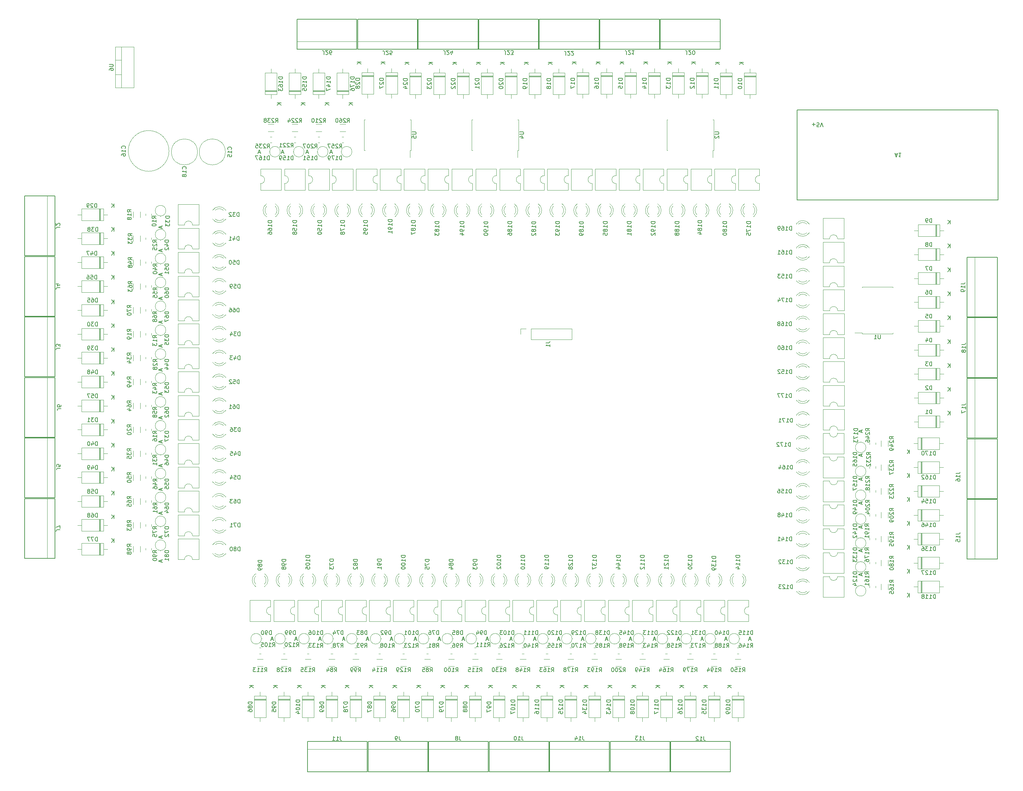
<source format=gbr>
%TF.GenerationSoftware,KiCad,Pcbnew,(6.0.9)*%
%TF.CreationDate,2023-01-18T11:33:35+02:00*%
%TF.ProjectId,SilosProject02,53696c6f-7350-4726-9f6a-65637430322e,rev?*%
%TF.SameCoordinates,Original*%
%TF.FileFunction,Legend,Bot*%
%TF.FilePolarity,Positive*%
%FSLAX46Y46*%
G04 Gerber Fmt 4.6, Leading zero omitted, Abs format (unit mm)*
G04 Created by KiCad (PCBNEW (6.0.9)) date 2023-01-18 11:33:35*
%MOMM*%
%LPD*%
G01*
G04 APERTURE LIST*
%ADD10C,0.150000*%
%ADD11C,0.120000*%
%ADD12C,0.200000*%
G04 APERTURE END LIST*
D10*
%TO.C,R20*%
X-473367619Y-513357142D02*
X-473843809Y-513023809D01*
X-473367619Y-512785714D02*
X-474367619Y-512785714D01*
X-474367619Y-513166666D01*
X-474320000Y-513261904D01*
X-474272380Y-513309523D01*
X-474177142Y-513357142D01*
X-474034285Y-513357142D01*
X-473939047Y-513309523D01*
X-473891428Y-513261904D01*
X-473843809Y-513166666D01*
X-473843809Y-512785714D01*
X-474272380Y-513738095D02*
X-474320000Y-513785714D01*
X-474367619Y-513880952D01*
X-474367619Y-514119047D01*
X-474320000Y-514214285D01*
X-474272380Y-514261904D01*
X-474177142Y-514309523D01*
X-474081904Y-514309523D01*
X-473939047Y-514261904D01*
X-473367619Y-513690476D01*
X-473367619Y-514309523D01*
X-474367619Y-514928571D02*
X-474367619Y-515023809D01*
X-474320000Y-515119047D01*
X-474272380Y-515166666D01*
X-474177142Y-515214285D01*
X-473986666Y-515261904D01*
X-473748571Y-515261904D01*
X-473558095Y-515214285D01*
X-473462857Y-515166666D01*
X-473415238Y-515119047D01*
X-473367619Y-515023809D01*
X-473367619Y-514928571D01*
X-473415238Y-514833333D01*
X-473462857Y-514785714D01*
X-473558095Y-514738095D01*
X-473748571Y-514690476D01*
X-473986666Y-514690476D01*
X-474177142Y-514738095D01*
X-474272380Y-514785714D01*
X-474320000Y-514833333D01*
X-474367619Y-514928571D01*
%TO.C,J13*%
X-344805476Y-590907380D02*
X-344805476Y-591621666D01*
X-344757857Y-591764523D01*
X-344662619Y-591859761D01*
X-344519761Y-591907380D01*
X-344424523Y-591907380D01*
X-345805476Y-591907380D02*
X-345234047Y-591907380D01*
X-345519761Y-591907380D02*
X-345519761Y-590907380D01*
X-345424523Y-591050238D01*
X-345329285Y-591145476D01*
X-345234047Y-591193095D01*
X-346138809Y-590907380D02*
X-346757857Y-590907380D01*
X-346424523Y-591288333D01*
X-346567380Y-591288333D01*
X-346662619Y-591335952D01*
X-346710238Y-591383571D01*
X-346757857Y-591478809D01*
X-346757857Y-591716904D01*
X-346710238Y-591812142D01*
X-346662619Y-591859761D01*
X-346567380Y-591907380D01*
X-346281666Y-591907380D01*
X-346186428Y-591859761D01*
X-346138809Y-591812142D01*
%TO.C,R34*%
X-473367619Y-495357142D02*
X-473843809Y-495023809D01*
X-473367619Y-494785714D02*
X-474367619Y-494785714D01*
X-474367619Y-495166666D01*
X-474320000Y-495261904D01*
X-474272380Y-495309523D01*
X-474177142Y-495357142D01*
X-474034285Y-495357142D01*
X-473939047Y-495309523D01*
X-473891428Y-495261904D01*
X-473843809Y-495166666D01*
X-473843809Y-494785714D01*
X-474367619Y-495690476D02*
X-474367619Y-496309523D01*
X-473986666Y-495976190D01*
X-473986666Y-496119047D01*
X-473939047Y-496214285D01*
X-473891428Y-496261904D01*
X-473796190Y-496309523D01*
X-473558095Y-496309523D01*
X-473462857Y-496261904D01*
X-473415238Y-496214285D01*
X-473367619Y-496119047D01*
X-473367619Y-495833333D01*
X-473415238Y-495738095D01*
X-473462857Y-495690476D01*
X-474034285Y-497166666D02*
X-473367619Y-497166666D01*
X-474415238Y-496928571D02*
X-473700952Y-496690476D01*
X-473700952Y-497309523D01*
%TO.C,D113*%
X-341309523Y-565452380D02*
X-341309523Y-564452380D01*
X-341547619Y-564452380D01*
X-341690476Y-564500000D01*
X-341785714Y-564595238D01*
X-341833333Y-564690476D01*
X-341880952Y-564880952D01*
X-341880952Y-565023809D01*
X-341833333Y-565214285D01*
X-341785714Y-565309523D01*
X-341690476Y-565404761D01*
X-341547619Y-565452380D01*
X-341309523Y-565452380D01*
X-342833333Y-565452380D02*
X-342261904Y-565452380D01*
X-342547619Y-565452380D02*
X-342547619Y-564452380D01*
X-342452380Y-564595238D01*
X-342357142Y-564690476D01*
X-342261904Y-564738095D01*
X-343785714Y-565452380D02*
X-343214285Y-565452380D01*
X-343500000Y-565452380D02*
X-343500000Y-564452380D01*
X-343404761Y-564595238D01*
X-343309523Y-564690476D01*
X-343214285Y-564738095D01*
X-344119047Y-564452380D02*
X-344738095Y-564452380D01*
X-344404761Y-564833333D01*
X-344547619Y-564833333D01*
X-344642857Y-564880952D01*
X-344690476Y-564928571D01*
X-344738095Y-565023809D01*
X-344738095Y-565261904D01*
X-344690476Y-565357142D01*
X-344642857Y-565404761D01*
X-344547619Y-565452380D01*
X-344261904Y-565452380D01*
X-344166666Y-565404761D01*
X-344119047Y-565357142D01*
X-341761904Y-566666666D02*
X-342238095Y-566666666D01*
X-341666666Y-566952380D02*
X-342000000Y-565952380D01*
X-342333333Y-566952380D01*
%TO.C,R218*%
X-287947619Y-526280952D02*
X-288423809Y-525947619D01*
X-287947619Y-525709523D02*
X-288947619Y-525709523D01*
X-288947619Y-526090476D01*
X-288900000Y-526185714D01*
X-288852380Y-526233333D01*
X-288757142Y-526280952D01*
X-288614285Y-526280952D01*
X-288519047Y-526233333D01*
X-288471428Y-526185714D01*
X-288423809Y-526090476D01*
X-288423809Y-525709523D01*
X-288852380Y-526661904D02*
X-288900000Y-526709523D01*
X-288947619Y-526804761D01*
X-288947619Y-527042857D01*
X-288900000Y-527138095D01*
X-288852380Y-527185714D01*
X-288757142Y-527233333D01*
X-288661904Y-527233333D01*
X-288519047Y-527185714D01*
X-287947619Y-526614285D01*
X-287947619Y-527233333D01*
X-287947619Y-528185714D02*
X-287947619Y-527614285D01*
X-287947619Y-527900000D02*
X-288947619Y-527900000D01*
X-288804761Y-527804761D01*
X-288709523Y-527709523D01*
X-288661904Y-527614285D01*
X-288519047Y-528757142D02*
X-288566666Y-528661904D01*
X-288614285Y-528614285D01*
X-288709523Y-528566666D01*
X-288757142Y-528566666D01*
X-288852380Y-528614285D01*
X-288900000Y-528661904D01*
X-288947619Y-528757142D01*
X-288947619Y-528947619D01*
X-288900000Y-529042857D01*
X-288852380Y-529090476D01*
X-288757142Y-529138095D01*
X-288709523Y-529138095D01*
X-288614285Y-529090476D01*
X-288566666Y-529042857D01*
X-288519047Y-528947619D01*
X-288519047Y-528757142D01*
X-288471428Y-528661904D01*
X-288423809Y-528614285D01*
X-288328571Y-528566666D01*
X-288138095Y-528566666D01*
X-288042857Y-528614285D01*
X-287995238Y-528661904D01*
X-287947619Y-528757142D01*
X-287947619Y-528947619D01*
X-287995238Y-529042857D01*
X-288042857Y-529090476D01*
X-288138095Y-529138095D01*
X-288328571Y-529138095D01*
X-288423809Y-529090476D01*
X-288471428Y-529042857D01*
X-288519047Y-528947619D01*
%TO.C,D151*%
X-426709523Y-446252380D02*
X-426709523Y-445252380D01*
X-426947619Y-445252380D01*
X-427090476Y-445300000D01*
X-427185714Y-445395238D01*
X-427233333Y-445490476D01*
X-427280952Y-445680952D01*
X-427280952Y-445823809D01*
X-427233333Y-446014285D01*
X-427185714Y-446109523D01*
X-427090476Y-446204761D01*
X-426947619Y-446252380D01*
X-426709523Y-446252380D01*
X-428233333Y-446252380D02*
X-427661904Y-446252380D01*
X-427947619Y-446252380D02*
X-427947619Y-445252380D01*
X-427852380Y-445395238D01*
X-427757142Y-445490476D01*
X-427661904Y-445538095D01*
X-429138095Y-445252380D02*
X-428661904Y-445252380D01*
X-428614285Y-445728571D01*
X-428661904Y-445680952D01*
X-428757142Y-445633333D01*
X-428995238Y-445633333D01*
X-429090476Y-445680952D01*
X-429138095Y-445728571D01*
X-429185714Y-445823809D01*
X-429185714Y-446061904D01*
X-429138095Y-446157142D01*
X-429090476Y-446204761D01*
X-428995238Y-446252380D01*
X-428757142Y-446252380D01*
X-428661904Y-446204761D01*
X-428614285Y-446157142D01*
X-430138095Y-446252380D02*
X-429566666Y-446252380D01*
X-429852380Y-446252380D02*
X-429852380Y-445252380D01*
X-429757142Y-445395238D01*
X-429661904Y-445490476D01*
X-429566666Y-445538095D01*
X-428961904Y-444366666D02*
X-429438095Y-444366666D01*
X-428866666Y-444652380D02*
X-429200000Y-443652380D01*
X-429533333Y-444652380D01*
%TO.C,D87*%
X-413017619Y-582365714D02*
X-414017619Y-582365714D01*
X-414017619Y-582603809D01*
X-413970000Y-582746666D01*
X-413874761Y-582841904D01*
X-413779523Y-582889523D01*
X-413589047Y-582937142D01*
X-413446190Y-582937142D01*
X-413255714Y-582889523D01*
X-413160476Y-582841904D01*
X-413065238Y-582746666D01*
X-413017619Y-582603809D01*
X-413017619Y-582365714D01*
X-413589047Y-583508571D02*
X-413636666Y-583413333D01*
X-413684285Y-583365714D01*
X-413779523Y-583318095D01*
X-413827142Y-583318095D01*
X-413922380Y-583365714D01*
X-413970000Y-583413333D01*
X-414017619Y-583508571D01*
X-414017619Y-583699047D01*
X-413970000Y-583794285D01*
X-413922380Y-583841904D01*
X-413827142Y-583889523D01*
X-413779523Y-583889523D01*
X-413684285Y-583841904D01*
X-413636666Y-583794285D01*
X-413589047Y-583699047D01*
X-413589047Y-583508571D01*
X-413541428Y-583413333D01*
X-413493809Y-583365714D01*
X-413398571Y-583318095D01*
X-413208095Y-583318095D01*
X-413112857Y-583365714D01*
X-413065238Y-583413333D01*
X-413017619Y-583508571D01*
X-413017619Y-583699047D01*
X-413065238Y-583794285D01*
X-413112857Y-583841904D01*
X-413208095Y-583889523D01*
X-413398571Y-583889523D01*
X-413493809Y-583841904D01*
X-413541428Y-583794285D01*
X-413589047Y-583699047D01*
X-414017619Y-584222857D02*
X-414017619Y-584889523D01*
X-413017619Y-584460952D01*
X-412647619Y-578238095D02*
X-413647619Y-578238095D01*
X-412647619Y-578809523D02*
X-413219047Y-578380952D01*
X-413647619Y-578809523D02*
X-413076190Y-578238095D01*
%TO.C,R31*%
X-466947619Y-520957142D02*
X-467423809Y-520623809D01*
X-466947619Y-520385714D02*
X-467947619Y-520385714D01*
X-467947619Y-520766666D01*
X-467900000Y-520861904D01*
X-467852380Y-520909523D01*
X-467757142Y-520957142D01*
X-467614285Y-520957142D01*
X-467519047Y-520909523D01*
X-467471428Y-520861904D01*
X-467423809Y-520766666D01*
X-467423809Y-520385714D01*
X-467947619Y-521290476D02*
X-467947619Y-521909523D01*
X-467566666Y-521576190D01*
X-467566666Y-521719047D01*
X-467519047Y-521814285D01*
X-467471428Y-521861904D01*
X-467376190Y-521909523D01*
X-467138095Y-521909523D01*
X-467042857Y-521861904D01*
X-466995238Y-521814285D01*
X-466947619Y-521719047D01*
X-466947619Y-521433333D01*
X-466995238Y-521338095D01*
X-467042857Y-521290476D01*
X-466947619Y-522861904D02*
X-466947619Y-522290476D01*
X-466947619Y-522576190D02*
X-467947619Y-522576190D01*
X-467804761Y-522480952D01*
X-467709523Y-522385714D01*
X-467661904Y-522290476D01*
%TO.C,D176*%
X-417352619Y-425429523D02*
X-418352619Y-425429523D01*
X-418352619Y-425667619D01*
X-418305000Y-425810476D01*
X-418209761Y-425905714D01*
X-418114523Y-425953333D01*
X-417924047Y-426000952D01*
X-417781190Y-426000952D01*
X-417590714Y-425953333D01*
X-417495476Y-425905714D01*
X-417400238Y-425810476D01*
X-417352619Y-425667619D01*
X-417352619Y-425429523D01*
X-417352619Y-426953333D02*
X-417352619Y-426381904D01*
X-417352619Y-426667619D02*
X-418352619Y-426667619D01*
X-418209761Y-426572380D01*
X-418114523Y-426477142D01*
X-418066904Y-426381904D01*
X-418352619Y-427286666D02*
X-418352619Y-427953333D01*
X-417352619Y-427524761D01*
X-418352619Y-428762857D02*
X-418352619Y-428572380D01*
X-418305000Y-428477142D01*
X-418257380Y-428429523D01*
X-418114523Y-428334285D01*
X-417924047Y-428286666D01*
X-417543095Y-428286666D01*
X-417447857Y-428334285D01*
X-417400238Y-428381904D01*
X-417352619Y-428477142D01*
X-417352619Y-428667619D01*
X-417400238Y-428762857D01*
X-417447857Y-428810476D01*
X-417543095Y-428858095D01*
X-417781190Y-428858095D01*
X-417876428Y-428810476D01*
X-417924047Y-428762857D01*
X-417971666Y-428667619D01*
X-417971666Y-428477142D01*
X-417924047Y-428381904D01*
X-417876428Y-428334285D01*
X-417781190Y-428286666D01*
X-417722619Y-431938095D02*
X-418722619Y-431938095D01*
X-417722619Y-432509523D02*
X-418294047Y-432080952D01*
X-418722619Y-432509523D02*
X-418151190Y-431938095D01*
%TO.C,D167*%
X-438709523Y-446252380D02*
X-438709523Y-445252380D01*
X-438947619Y-445252380D01*
X-439090476Y-445300000D01*
X-439185714Y-445395238D01*
X-439233333Y-445490476D01*
X-439280952Y-445680952D01*
X-439280952Y-445823809D01*
X-439233333Y-446014285D01*
X-439185714Y-446109523D01*
X-439090476Y-446204761D01*
X-438947619Y-446252380D01*
X-438709523Y-446252380D01*
X-440233333Y-446252380D02*
X-439661904Y-446252380D01*
X-439947619Y-446252380D02*
X-439947619Y-445252380D01*
X-439852380Y-445395238D01*
X-439757142Y-445490476D01*
X-439661904Y-445538095D01*
X-441090476Y-445252380D02*
X-440900000Y-445252380D01*
X-440804761Y-445300000D01*
X-440757142Y-445347619D01*
X-440661904Y-445490476D01*
X-440614285Y-445680952D01*
X-440614285Y-446061904D01*
X-440661904Y-446157142D01*
X-440709523Y-446204761D01*
X-440804761Y-446252380D01*
X-440995238Y-446252380D01*
X-441090476Y-446204761D01*
X-441138095Y-446157142D01*
X-441185714Y-446061904D01*
X-441185714Y-445823809D01*
X-441138095Y-445728571D01*
X-441090476Y-445680952D01*
X-440995238Y-445633333D01*
X-440804761Y-445633333D01*
X-440709523Y-445680952D01*
X-440661904Y-445728571D01*
X-440614285Y-445823809D01*
X-441519047Y-445252380D02*
X-442185714Y-445252380D01*
X-441757142Y-446252380D01*
X-440961904Y-444366666D02*
X-441438095Y-444366666D01*
X-440866666Y-444652380D02*
X-441200000Y-443652380D01*
X-441533333Y-444652380D01*
%TO.C,D189*%
X-359822619Y-461784523D02*
X-360822619Y-461784523D01*
X-360822619Y-462022619D01*
X-360775000Y-462165476D01*
X-360679761Y-462260714D01*
X-360584523Y-462308333D01*
X-360394047Y-462355952D01*
X-360251190Y-462355952D01*
X-360060714Y-462308333D01*
X-359965476Y-462260714D01*
X-359870238Y-462165476D01*
X-359822619Y-462022619D01*
X-359822619Y-461784523D01*
X-359822619Y-463308333D02*
X-359822619Y-462736904D01*
X-359822619Y-463022619D02*
X-360822619Y-463022619D01*
X-360679761Y-462927380D01*
X-360584523Y-462832142D01*
X-360536904Y-462736904D01*
X-360394047Y-463879761D02*
X-360441666Y-463784523D01*
X-360489285Y-463736904D01*
X-360584523Y-463689285D01*
X-360632142Y-463689285D01*
X-360727380Y-463736904D01*
X-360775000Y-463784523D01*
X-360822619Y-463879761D01*
X-360822619Y-464070238D01*
X-360775000Y-464165476D01*
X-360727380Y-464213095D01*
X-360632142Y-464260714D01*
X-360584523Y-464260714D01*
X-360489285Y-464213095D01*
X-360441666Y-464165476D01*
X-360394047Y-464070238D01*
X-360394047Y-463879761D01*
X-360346428Y-463784523D01*
X-360298809Y-463736904D01*
X-360203571Y-463689285D01*
X-360013095Y-463689285D01*
X-359917857Y-463736904D01*
X-359870238Y-463784523D01*
X-359822619Y-463879761D01*
X-359822619Y-464070238D01*
X-359870238Y-464165476D01*
X-359917857Y-464213095D01*
X-360013095Y-464260714D01*
X-360203571Y-464260714D01*
X-360298809Y-464213095D01*
X-360346428Y-464165476D01*
X-360394047Y-464070238D01*
X-359822619Y-464736904D02*
X-359822619Y-464927380D01*
X-359870238Y-465022619D01*
X-359917857Y-465070238D01*
X-360060714Y-465165476D01*
X-360251190Y-465213095D01*
X-360632142Y-465213095D01*
X-360727380Y-465165476D01*
X-360775000Y-465117857D01*
X-360822619Y-465022619D01*
X-360822619Y-464832142D01*
X-360775000Y-464736904D01*
X-360727380Y-464689285D01*
X-360632142Y-464641666D01*
X-360394047Y-464641666D01*
X-360298809Y-464689285D01*
X-360251190Y-464736904D01*
X-360203571Y-464832142D01*
X-360203571Y-465022619D01*
X-360251190Y-465117857D01*
X-360298809Y-465165476D01*
X-360394047Y-465213095D01*
%TO.C,J21*%
X-348994523Y-419822619D02*
X-348994523Y-419108333D01*
X-349042142Y-418965476D01*
X-349137380Y-418870238D01*
X-349280238Y-418822619D01*
X-349375476Y-418822619D01*
X-348565952Y-419727380D02*
X-348518333Y-419775000D01*
X-348423095Y-419822619D01*
X-348185000Y-419822619D01*
X-348089761Y-419775000D01*
X-348042142Y-419727380D01*
X-347994523Y-419632142D01*
X-347994523Y-419536904D01*
X-348042142Y-419394047D01*
X-348613571Y-418822619D01*
X-347994523Y-418822619D01*
X-347042142Y-418822619D02*
X-347613571Y-418822619D01*
X-347327857Y-418822619D02*
X-347327857Y-419822619D01*
X-347423095Y-419679761D01*
X-347518333Y-419584523D01*
X-347613571Y-419536904D01*
%TO.C,D169*%
X-307554523Y-463914880D02*
X-307554523Y-462914880D01*
X-307792619Y-462914880D01*
X-307935476Y-462962500D01*
X-308030714Y-463057738D01*
X-308078333Y-463152976D01*
X-308125952Y-463343452D01*
X-308125952Y-463486309D01*
X-308078333Y-463676785D01*
X-308030714Y-463772023D01*
X-307935476Y-463867261D01*
X-307792619Y-463914880D01*
X-307554523Y-463914880D01*
X-309078333Y-463914880D02*
X-308506904Y-463914880D01*
X-308792619Y-463914880D02*
X-308792619Y-462914880D01*
X-308697380Y-463057738D01*
X-308602142Y-463152976D01*
X-308506904Y-463200595D01*
X-309935476Y-462914880D02*
X-309745000Y-462914880D01*
X-309649761Y-462962500D01*
X-309602142Y-463010119D01*
X-309506904Y-463152976D01*
X-309459285Y-463343452D01*
X-309459285Y-463724404D01*
X-309506904Y-463819642D01*
X-309554523Y-463867261D01*
X-309649761Y-463914880D01*
X-309840238Y-463914880D01*
X-309935476Y-463867261D01*
X-309983095Y-463819642D01*
X-310030714Y-463724404D01*
X-310030714Y-463486309D01*
X-309983095Y-463391071D01*
X-309935476Y-463343452D01*
X-309840238Y-463295833D01*
X-309649761Y-463295833D01*
X-309554523Y-463343452D01*
X-309506904Y-463391071D01*
X-309459285Y-463486309D01*
X-310506904Y-463914880D02*
X-310697380Y-463914880D01*
X-310792619Y-463867261D01*
X-310840238Y-463819642D01*
X-310935476Y-463676785D01*
X-310983095Y-463486309D01*
X-310983095Y-463105357D01*
X-310935476Y-463010119D01*
X-310887857Y-462962500D01*
X-310792619Y-462914880D01*
X-310602142Y-462914880D01*
X-310506904Y-462962500D01*
X-310459285Y-463010119D01*
X-310411666Y-463105357D01*
X-310411666Y-463343452D01*
X-310459285Y-463438690D01*
X-310506904Y-463486309D01*
X-310602142Y-463533928D01*
X-310792619Y-463533928D01*
X-310887857Y-463486309D01*
X-310935476Y-463438690D01*
X-310983095Y-463343452D01*
%TO.C,D70*%
X-401017619Y-582365714D02*
X-402017619Y-582365714D01*
X-402017619Y-582603809D01*
X-401970000Y-582746666D01*
X-401874761Y-582841904D01*
X-401779523Y-582889523D01*
X-401589047Y-582937142D01*
X-401446190Y-582937142D01*
X-401255714Y-582889523D01*
X-401160476Y-582841904D01*
X-401065238Y-582746666D01*
X-401017619Y-582603809D01*
X-401017619Y-582365714D01*
X-402017619Y-583270476D02*
X-402017619Y-583937142D01*
X-401017619Y-583508571D01*
X-402017619Y-584508571D02*
X-402017619Y-584603809D01*
X-401970000Y-584699047D01*
X-401922380Y-584746666D01*
X-401827142Y-584794285D01*
X-401636666Y-584841904D01*
X-401398571Y-584841904D01*
X-401208095Y-584794285D01*
X-401112857Y-584746666D01*
X-401065238Y-584699047D01*
X-401017619Y-584603809D01*
X-401017619Y-584508571D01*
X-401065238Y-584413333D01*
X-401112857Y-584365714D01*
X-401208095Y-584318095D01*
X-401398571Y-584270476D01*
X-401636666Y-584270476D01*
X-401827142Y-584318095D01*
X-401922380Y-584365714D01*
X-401970000Y-584413333D01*
X-402017619Y-584508571D01*
X-400647619Y-578238095D02*
X-401647619Y-578238095D01*
X-400647619Y-578809523D02*
X-401219047Y-578380952D01*
X-401647619Y-578809523D02*
X-401076190Y-578238095D01*
%TO.C,R223*%
X-281927619Y-528343452D02*
X-282403809Y-528010119D01*
X-281927619Y-527772023D02*
X-282927619Y-527772023D01*
X-282927619Y-528152976D01*
X-282880000Y-528248214D01*
X-282832380Y-528295833D01*
X-282737142Y-528343452D01*
X-282594285Y-528343452D01*
X-282499047Y-528295833D01*
X-282451428Y-528248214D01*
X-282403809Y-528152976D01*
X-282403809Y-527772023D01*
X-282832380Y-528724404D02*
X-282880000Y-528772023D01*
X-282927619Y-528867261D01*
X-282927619Y-529105357D01*
X-282880000Y-529200595D01*
X-282832380Y-529248214D01*
X-282737142Y-529295833D01*
X-282641904Y-529295833D01*
X-282499047Y-529248214D01*
X-281927619Y-528676785D01*
X-281927619Y-529295833D01*
X-282832380Y-529676785D02*
X-282880000Y-529724404D01*
X-282927619Y-529819642D01*
X-282927619Y-530057738D01*
X-282880000Y-530152976D01*
X-282832380Y-530200595D01*
X-282737142Y-530248214D01*
X-282641904Y-530248214D01*
X-282499047Y-530200595D01*
X-281927619Y-529629166D01*
X-281927619Y-530248214D01*
X-282927619Y-530581547D02*
X-282927619Y-531200595D01*
X-282546666Y-530867261D01*
X-282546666Y-531010119D01*
X-282499047Y-531105357D01*
X-282451428Y-531152976D01*
X-282356190Y-531200595D01*
X-282118095Y-531200595D01*
X-282022857Y-531152976D01*
X-281975238Y-531105357D01*
X-281927619Y-531010119D01*
X-281927619Y-530724404D01*
X-281975238Y-530629166D01*
X-282022857Y-530581547D01*
%TO.C,D158*%
X-431822619Y-461509523D02*
X-432822619Y-461509523D01*
X-432822619Y-461747619D01*
X-432775000Y-461890476D01*
X-432679761Y-461985714D01*
X-432584523Y-462033333D01*
X-432394047Y-462080952D01*
X-432251190Y-462080952D01*
X-432060714Y-462033333D01*
X-431965476Y-461985714D01*
X-431870238Y-461890476D01*
X-431822619Y-461747619D01*
X-431822619Y-461509523D01*
X-431822619Y-463033333D02*
X-431822619Y-462461904D01*
X-431822619Y-462747619D02*
X-432822619Y-462747619D01*
X-432679761Y-462652380D01*
X-432584523Y-462557142D01*
X-432536904Y-462461904D01*
X-432822619Y-463938095D02*
X-432822619Y-463461904D01*
X-432346428Y-463414285D01*
X-432394047Y-463461904D01*
X-432441666Y-463557142D01*
X-432441666Y-463795238D01*
X-432394047Y-463890476D01*
X-432346428Y-463938095D01*
X-432251190Y-463985714D01*
X-432013095Y-463985714D01*
X-431917857Y-463938095D01*
X-431870238Y-463890476D01*
X-431822619Y-463795238D01*
X-431822619Y-463557142D01*
X-431870238Y-463461904D01*
X-431917857Y-463414285D01*
X-432394047Y-464557142D02*
X-432441666Y-464461904D01*
X-432489285Y-464414285D01*
X-432584523Y-464366666D01*
X-432632142Y-464366666D01*
X-432727380Y-464414285D01*
X-432775000Y-464461904D01*
X-432822619Y-464557142D01*
X-432822619Y-464747619D01*
X-432775000Y-464842857D01*
X-432727380Y-464890476D01*
X-432632142Y-464938095D01*
X-432584523Y-464938095D01*
X-432489285Y-464890476D01*
X-432441666Y-464842857D01*
X-432394047Y-464747619D01*
X-432394047Y-464557142D01*
X-432346428Y-464461904D01*
X-432298809Y-464414285D01*
X-432203571Y-464366666D01*
X-432013095Y-464366666D01*
X-431917857Y-464414285D01*
X-431870238Y-464461904D01*
X-431822619Y-464557142D01*
X-431822619Y-464747619D01*
X-431870238Y-464842857D01*
X-431917857Y-464890476D01*
X-432013095Y-464938095D01*
X-432203571Y-464938095D01*
X-432298809Y-464890476D01*
X-432346428Y-464842857D01*
X-432394047Y-464747619D01*
%TO.C,J9*%
X-406066666Y-590977380D02*
X-406066666Y-591691666D01*
X-406019047Y-591834523D01*
X-405923809Y-591929761D01*
X-405780952Y-591977380D01*
X-405685714Y-591977380D01*
X-406590476Y-591977380D02*
X-406780952Y-591977380D01*
X-406876190Y-591929761D01*
X-406923809Y-591882142D01*
X-407019047Y-591739285D01*
X-407066666Y-591548809D01*
X-407066666Y-591167857D01*
X-407019047Y-591072619D01*
X-406971428Y-591025000D01*
X-406876190Y-590977380D01*
X-406685714Y-590977380D01*
X-406590476Y-591025000D01*
X-406542857Y-591072619D01*
X-406495238Y-591167857D01*
X-406495238Y-591405952D01*
X-406542857Y-591501190D01*
X-406590476Y-591548809D01*
X-406685714Y-591596428D01*
X-406876190Y-591596428D01*
X-406971428Y-591548809D01*
X-407019047Y-591501190D01*
X-407066666Y-591405952D01*
%TO.C,D36*%
X-446010714Y-514452380D02*
X-446010714Y-513452380D01*
X-446248809Y-513452380D01*
X-446391666Y-513500000D01*
X-446486904Y-513595238D01*
X-446534523Y-513690476D01*
X-446582142Y-513880952D01*
X-446582142Y-514023809D01*
X-446534523Y-514214285D01*
X-446486904Y-514309523D01*
X-446391666Y-514404761D01*
X-446248809Y-514452380D01*
X-446010714Y-514452380D01*
X-446915476Y-513452380D02*
X-447534523Y-513452380D01*
X-447201190Y-513833333D01*
X-447344047Y-513833333D01*
X-447439285Y-513880952D01*
X-447486904Y-513928571D01*
X-447534523Y-514023809D01*
X-447534523Y-514261904D01*
X-447486904Y-514357142D01*
X-447439285Y-514404761D01*
X-447344047Y-514452380D01*
X-447058333Y-514452380D01*
X-446963095Y-514404761D01*
X-446915476Y-514357142D01*
X-448391666Y-513452380D02*
X-448201190Y-513452380D01*
X-448105952Y-513500000D01*
X-448058333Y-513547619D01*
X-447963095Y-513690476D01*
X-447915476Y-513880952D01*
X-447915476Y-514261904D01*
X-447963095Y-514357142D01*
X-448010714Y-514404761D01*
X-448105952Y-514452380D01*
X-448296428Y-514452380D01*
X-448391666Y-514404761D01*
X-448439285Y-514357142D01*
X-448486904Y-514261904D01*
X-448486904Y-514023809D01*
X-448439285Y-513928571D01*
X-448391666Y-513880952D01*
X-448296428Y-513833333D01*
X-448105952Y-513833333D01*
X-448010714Y-513880952D01*
X-447963095Y-513928571D01*
X-447915476Y-514023809D01*
%TO.C,D136*%
X-271429523Y-544384880D02*
X-271429523Y-543384880D01*
X-271667619Y-543384880D01*
X-271810476Y-543432500D01*
X-271905714Y-543527738D01*
X-271953333Y-543622976D01*
X-272000952Y-543813452D01*
X-272000952Y-543956309D01*
X-271953333Y-544146785D01*
X-271905714Y-544242023D01*
X-271810476Y-544337261D01*
X-271667619Y-544384880D01*
X-271429523Y-544384880D01*
X-272953333Y-544384880D02*
X-272381904Y-544384880D01*
X-272667619Y-544384880D02*
X-272667619Y-543384880D01*
X-272572380Y-543527738D01*
X-272477142Y-543622976D01*
X-272381904Y-543670595D01*
X-273286666Y-543384880D02*
X-273905714Y-543384880D01*
X-273572380Y-543765833D01*
X-273715238Y-543765833D01*
X-273810476Y-543813452D01*
X-273858095Y-543861071D01*
X-273905714Y-543956309D01*
X-273905714Y-544194404D01*
X-273858095Y-544289642D01*
X-273810476Y-544337261D01*
X-273715238Y-544384880D01*
X-273429523Y-544384880D01*
X-273334285Y-544337261D01*
X-273286666Y-544289642D01*
X-274762857Y-543384880D02*
X-274572380Y-543384880D01*
X-274477142Y-543432500D01*
X-274429523Y-543480119D01*
X-274334285Y-543622976D01*
X-274286666Y-543813452D01*
X-274286666Y-544194404D01*
X-274334285Y-544289642D01*
X-274381904Y-544337261D01*
X-274477142Y-544384880D01*
X-274667619Y-544384880D01*
X-274762857Y-544337261D01*
X-274810476Y-544289642D01*
X-274858095Y-544194404D01*
X-274858095Y-543956309D01*
X-274810476Y-543861071D01*
X-274762857Y-543813452D01*
X-274667619Y-543765833D01*
X-274477142Y-543765833D01*
X-274381904Y-543813452D01*
X-274334285Y-543861071D01*
X-274286666Y-543956309D01*
X-277938095Y-544014880D02*
X-277938095Y-543014880D01*
X-278509523Y-544014880D02*
X-278080952Y-543443452D01*
X-278509523Y-543014880D02*
X-277938095Y-543586309D01*
%TO.C,D38*%
X-481785714Y-464202380D02*
X-481785714Y-463202380D01*
X-482023809Y-463202380D01*
X-482166666Y-463250000D01*
X-482261904Y-463345238D01*
X-482309523Y-463440476D01*
X-482357142Y-463630952D01*
X-482357142Y-463773809D01*
X-482309523Y-463964285D01*
X-482261904Y-464059523D01*
X-482166666Y-464154761D01*
X-482023809Y-464202380D01*
X-481785714Y-464202380D01*
X-482690476Y-463202380D02*
X-483309523Y-463202380D01*
X-482976190Y-463583333D01*
X-483119047Y-463583333D01*
X-483214285Y-463630952D01*
X-483261904Y-463678571D01*
X-483309523Y-463773809D01*
X-483309523Y-464011904D01*
X-483261904Y-464107142D01*
X-483214285Y-464154761D01*
X-483119047Y-464202380D01*
X-482833333Y-464202380D01*
X-482738095Y-464154761D01*
X-482690476Y-464107142D01*
X-483880952Y-463630952D02*
X-483785714Y-463583333D01*
X-483738095Y-463535714D01*
X-483690476Y-463440476D01*
X-483690476Y-463392857D01*
X-483738095Y-463297619D01*
X-483785714Y-463250000D01*
X-483880952Y-463202380D01*
X-484071428Y-463202380D01*
X-484166666Y-463250000D01*
X-484214285Y-463297619D01*
X-484261904Y-463392857D01*
X-484261904Y-463440476D01*
X-484214285Y-463535714D01*
X-484166666Y-463583333D01*
X-484071428Y-463630952D01*
X-483880952Y-463630952D01*
X-483785714Y-463678571D01*
X-483738095Y-463726190D01*
X-483690476Y-463821428D01*
X-483690476Y-464011904D01*
X-483738095Y-464107142D01*
X-483785714Y-464154761D01*
X-483880952Y-464202380D01*
X-484071428Y-464202380D01*
X-484166666Y-464154761D01*
X-484214285Y-464107142D01*
X-484261904Y-464011904D01*
X-484261904Y-463821428D01*
X-484214285Y-463726190D01*
X-484166666Y-463678571D01*
X-484071428Y-463630952D01*
X-477738095Y-464202380D02*
X-477738095Y-463202380D01*
X-478309523Y-464202380D02*
X-477880952Y-463630952D01*
X-478309523Y-463202380D02*
X-477738095Y-463773809D01*
%TO.C,R16*%
X-466947619Y-514957142D02*
X-467423809Y-514623809D01*
X-466947619Y-514385714D02*
X-467947619Y-514385714D01*
X-467947619Y-514766666D01*
X-467900000Y-514861904D01*
X-467852380Y-514909523D01*
X-467757142Y-514957142D01*
X-467614285Y-514957142D01*
X-467519047Y-514909523D01*
X-467471428Y-514861904D01*
X-467423809Y-514766666D01*
X-467423809Y-514385714D01*
X-466947619Y-515909523D02*
X-466947619Y-515338095D01*
X-466947619Y-515623809D02*
X-467947619Y-515623809D01*
X-467804761Y-515528571D01*
X-467709523Y-515433333D01*
X-467661904Y-515338095D01*
X-467947619Y-516766666D02*
X-467947619Y-516576190D01*
X-467900000Y-516480952D01*
X-467852380Y-516433333D01*
X-467709523Y-516338095D01*
X-467519047Y-516290476D01*
X-467138095Y-516290476D01*
X-467042857Y-516338095D01*
X-466995238Y-516385714D01*
X-466947619Y-516480952D01*
X-466947619Y-516671428D01*
X-466995238Y-516766666D01*
X-467042857Y-516814285D01*
X-467138095Y-516861904D01*
X-467376190Y-516861904D01*
X-467471428Y-516814285D01*
X-467519047Y-516766666D01*
X-467566666Y-516671428D01*
X-467566666Y-516480952D01*
X-467519047Y-516385714D01*
X-467471428Y-516338095D01*
X-467376190Y-516290476D01*
%TO.C,D166*%
X-438047619Y-461509523D02*
X-439047619Y-461509523D01*
X-439047619Y-461747619D01*
X-439000000Y-461890476D01*
X-438904761Y-461985714D01*
X-438809523Y-462033333D01*
X-438619047Y-462080952D01*
X-438476190Y-462080952D01*
X-438285714Y-462033333D01*
X-438190476Y-461985714D01*
X-438095238Y-461890476D01*
X-438047619Y-461747619D01*
X-438047619Y-461509523D01*
X-438047619Y-463033333D02*
X-438047619Y-462461904D01*
X-438047619Y-462747619D02*
X-439047619Y-462747619D01*
X-438904761Y-462652380D01*
X-438809523Y-462557142D01*
X-438761904Y-462461904D01*
X-439047619Y-463890476D02*
X-439047619Y-463700000D01*
X-439000000Y-463604761D01*
X-438952380Y-463557142D01*
X-438809523Y-463461904D01*
X-438619047Y-463414285D01*
X-438238095Y-463414285D01*
X-438142857Y-463461904D01*
X-438095238Y-463509523D01*
X-438047619Y-463604761D01*
X-438047619Y-463795238D01*
X-438095238Y-463890476D01*
X-438142857Y-463938095D01*
X-438238095Y-463985714D01*
X-438476190Y-463985714D01*
X-438571428Y-463938095D01*
X-438619047Y-463890476D01*
X-438666666Y-463795238D01*
X-438666666Y-463604761D01*
X-438619047Y-463509523D01*
X-438571428Y-463461904D01*
X-438476190Y-463414285D01*
X-439047619Y-464842857D02*
X-439047619Y-464652380D01*
X-439000000Y-464557142D01*
X-438952380Y-464509523D01*
X-438809523Y-464414285D01*
X-438619047Y-464366666D01*
X-438238095Y-464366666D01*
X-438142857Y-464414285D01*
X-438095238Y-464461904D01*
X-438047619Y-464557142D01*
X-438047619Y-464747619D01*
X-438095238Y-464842857D01*
X-438142857Y-464890476D01*
X-438238095Y-464938095D01*
X-438476190Y-464938095D01*
X-438571428Y-464890476D01*
X-438619047Y-464842857D01*
X-438666666Y-464747619D01*
X-438666666Y-464557142D01*
X-438619047Y-464461904D01*
X-438571428Y-464414285D01*
X-438476190Y-464366666D01*
%TO.C,J1*%
X-369222619Y-492166666D02*
X-368508333Y-492166666D01*
X-368365476Y-492119047D01*
X-368270238Y-492023809D01*
X-368222619Y-491880952D01*
X-368222619Y-491785714D01*
X-368222619Y-493166666D02*
X-368222619Y-492595238D01*
X-368222619Y-492880952D02*
X-369222619Y-492880952D01*
X-369079761Y-492785714D01*
X-368984523Y-492690476D01*
X-368936904Y-492595238D01*
%TO.C,D30*%
X-481865714Y-487982380D02*
X-481865714Y-486982380D01*
X-482103809Y-486982380D01*
X-482246666Y-487030000D01*
X-482341904Y-487125238D01*
X-482389523Y-487220476D01*
X-482437142Y-487410952D01*
X-482437142Y-487553809D01*
X-482389523Y-487744285D01*
X-482341904Y-487839523D01*
X-482246666Y-487934761D01*
X-482103809Y-487982380D01*
X-481865714Y-487982380D01*
X-482770476Y-486982380D02*
X-483389523Y-486982380D01*
X-483056190Y-487363333D01*
X-483199047Y-487363333D01*
X-483294285Y-487410952D01*
X-483341904Y-487458571D01*
X-483389523Y-487553809D01*
X-483389523Y-487791904D01*
X-483341904Y-487887142D01*
X-483294285Y-487934761D01*
X-483199047Y-487982380D01*
X-482913333Y-487982380D01*
X-482818095Y-487934761D01*
X-482770476Y-487887142D01*
X-484008571Y-486982380D02*
X-484103809Y-486982380D01*
X-484199047Y-487030000D01*
X-484246666Y-487077619D01*
X-484294285Y-487172857D01*
X-484341904Y-487363333D01*
X-484341904Y-487601428D01*
X-484294285Y-487791904D01*
X-484246666Y-487887142D01*
X-484199047Y-487934761D01*
X-484103809Y-487982380D01*
X-484008571Y-487982380D01*
X-483913333Y-487934761D01*
X-483865714Y-487887142D01*
X-483818095Y-487791904D01*
X-483770476Y-487601428D01*
X-483770476Y-487363333D01*
X-483818095Y-487172857D01*
X-483865714Y-487077619D01*
X-483913333Y-487030000D01*
X-484008571Y-486982380D01*
X-477738095Y-488352380D02*
X-477738095Y-487352380D01*
X-478309523Y-488352380D02*
X-477880952Y-487780952D01*
X-478309523Y-487352380D02*
X-477738095Y-487923809D01*
%TO.C,R237*%
X-281927619Y-522343452D02*
X-282403809Y-522010119D01*
X-281927619Y-521772023D02*
X-282927619Y-521772023D01*
X-282927619Y-522152976D01*
X-282880000Y-522248214D01*
X-282832380Y-522295833D01*
X-282737142Y-522343452D01*
X-282594285Y-522343452D01*
X-282499047Y-522295833D01*
X-282451428Y-522248214D01*
X-282403809Y-522152976D01*
X-282403809Y-521772023D01*
X-282832380Y-522724404D02*
X-282880000Y-522772023D01*
X-282927619Y-522867261D01*
X-282927619Y-523105357D01*
X-282880000Y-523200595D01*
X-282832380Y-523248214D01*
X-282737142Y-523295833D01*
X-282641904Y-523295833D01*
X-282499047Y-523248214D01*
X-281927619Y-522676785D01*
X-281927619Y-523295833D01*
X-282927619Y-523629166D02*
X-282927619Y-524248214D01*
X-282546666Y-523914880D01*
X-282546666Y-524057738D01*
X-282499047Y-524152976D01*
X-282451428Y-524200595D01*
X-282356190Y-524248214D01*
X-282118095Y-524248214D01*
X-282022857Y-524200595D01*
X-281975238Y-524152976D01*
X-281927619Y-524057738D01*
X-281927619Y-523772023D01*
X-281975238Y-523676785D01*
X-282022857Y-523629166D01*
X-282927619Y-524581547D02*
X-282927619Y-525248214D01*
X-281927619Y-524819642D01*
%TO.C,J19*%
X-265022619Y-477405476D02*
X-264308333Y-477405476D01*
X-264165476Y-477357857D01*
X-264070238Y-477262619D01*
X-264022619Y-477119761D01*
X-264022619Y-477024523D01*
X-264022619Y-478405476D02*
X-264022619Y-477834047D01*
X-264022619Y-478119761D02*
X-265022619Y-478119761D01*
X-264879761Y-478024523D01*
X-264784523Y-477929285D01*
X-264736904Y-477834047D01*
X-264022619Y-478881666D02*
X-264022619Y-479072142D01*
X-264070238Y-479167380D01*
X-264117857Y-479215000D01*
X-264260714Y-479310238D01*
X-264451190Y-479357857D01*
X-264832142Y-479357857D01*
X-264927380Y-479310238D01*
X-264975000Y-479262619D01*
X-265022619Y-479167380D01*
X-265022619Y-478976904D01*
X-264975000Y-478881666D01*
X-264927380Y-478834047D01*
X-264832142Y-478786428D01*
X-264594047Y-478786428D01*
X-264498809Y-478834047D01*
X-264451190Y-478881666D01*
X-264403571Y-478976904D01*
X-264403571Y-479167380D01*
X-264451190Y-479262619D01*
X-264498809Y-479310238D01*
X-264594047Y-479357857D01*
%TO.C,D76*%
X-396185714Y-565452380D02*
X-396185714Y-564452380D01*
X-396423809Y-564452380D01*
X-396566666Y-564500000D01*
X-396661904Y-564595238D01*
X-396709523Y-564690476D01*
X-396757142Y-564880952D01*
X-396757142Y-565023809D01*
X-396709523Y-565214285D01*
X-396661904Y-565309523D01*
X-396566666Y-565404761D01*
X-396423809Y-565452380D01*
X-396185714Y-565452380D01*
X-397090476Y-564452380D02*
X-397757142Y-564452380D01*
X-397328571Y-565452380D01*
X-398566666Y-564452380D02*
X-398376190Y-564452380D01*
X-398280952Y-564500000D01*
X-398233333Y-564547619D01*
X-398138095Y-564690476D01*
X-398090476Y-564880952D01*
X-398090476Y-565261904D01*
X-398138095Y-565357142D01*
X-398185714Y-565404761D01*
X-398280952Y-565452380D01*
X-398471428Y-565452380D01*
X-398566666Y-565404761D01*
X-398614285Y-565357142D01*
X-398661904Y-565261904D01*
X-398661904Y-565023809D01*
X-398614285Y-564928571D01*
X-398566666Y-564880952D01*
X-398471428Y-564833333D01*
X-398280952Y-564833333D01*
X-398185714Y-564880952D01*
X-398138095Y-564928571D01*
X-398090476Y-565023809D01*
X-395761904Y-566666666D02*
X-396238095Y-566666666D01*
X-395666666Y-566952380D02*
X-396000000Y-565952380D01*
X-396333333Y-566952380D01*
%TO.C,D111*%
X-371309523Y-565452380D02*
X-371309523Y-564452380D01*
X-371547619Y-564452380D01*
X-371690476Y-564500000D01*
X-371785714Y-564595238D01*
X-371833333Y-564690476D01*
X-371880952Y-564880952D01*
X-371880952Y-565023809D01*
X-371833333Y-565214285D01*
X-371785714Y-565309523D01*
X-371690476Y-565404761D01*
X-371547619Y-565452380D01*
X-371309523Y-565452380D01*
X-372833333Y-565452380D02*
X-372261904Y-565452380D01*
X-372547619Y-565452380D02*
X-372547619Y-564452380D01*
X-372452380Y-564595238D01*
X-372357142Y-564690476D01*
X-372261904Y-564738095D01*
X-373785714Y-565452380D02*
X-373214285Y-565452380D01*
X-373500000Y-565452380D02*
X-373500000Y-564452380D01*
X-373404761Y-564595238D01*
X-373309523Y-564690476D01*
X-373214285Y-564738095D01*
X-374738095Y-565452380D02*
X-374166666Y-565452380D01*
X-374452380Y-565452380D02*
X-374452380Y-564452380D01*
X-374357142Y-564595238D01*
X-374261904Y-564690476D01*
X-374166666Y-564738095D01*
X-371761904Y-566666666D02*
X-372238095Y-566666666D01*
X-371666666Y-566952380D02*
X-372000000Y-565952380D01*
X-372333333Y-566952380D01*
%TO.C,R40*%
X-466897619Y-472957142D02*
X-467373809Y-472623809D01*
X-466897619Y-472385714D02*
X-467897619Y-472385714D01*
X-467897619Y-472766666D01*
X-467850000Y-472861904D01*
X-467802380Y-472909523D01*
X-467707142Y-472957142D01*
X-467564285Y-472957142D01*
X-467469047Y-472909523D01*
X-467421428Y-472861904D01*
X-467373809Y-472766666D01*
X-467373809Y-472385714D01*
X-467564285Y-473814285D02*
X-466897619Y-473814285D01*
X-467945238Y-473576190D02*
X-467230952Y-473338095D01*
X-467230952Y-473957142D01*
X-467897619Y-474528571D02*
X-467897619Y-474623809D01*
X-467850000Y-474719047D01*
X-467802380Y-474766666D01*
X-467707142Y-474814285D01*
X-467516666Y-474861904D01*
X-467278571Y-474861904D01*
X-467088095Y-474814285D01*
X-466992857Y-474766666D01*
X-466945238Y-474719047D01*
X-466897619Y-474623809D01*
X-466897619Y-474528571D01*
X-466945238Y-474433333D01*
X-466992857Y-474385714D01*
X-467088095Y-474338095D01*
X-467278571Y-474290476D01*
X-467516666Y-474290476D01*
X-467707142Y-474338095D01*
X-467802380Y-474385714D01*
X-467850000Y-474433333D01*
X-467897619Y-474528571D01*
%TO.C,R246*%
X-287947619Y-514280952D02*
X-288423809Y-513947619D01*
X-287947619Y-513709523D02*
X-288947619Y-513709523D01*
X-288947619Y-514090476D01*
X-288900000Y-514185714D01*
X-288852380Y-514233333D01*
X-288757142Y-514280952D01*
X-288614285Y-514280952D01*
X-288519047Y-514233333D01*
X-288471428Y-514185714D01*
X-288423809Y-514090476D01*
X-288423809Y-513709523D01*
X-288852380Y-514661904D02*
X-288900000Y-514709523D01*
X-288947619Y-514804761D01*
X-288947619Y-515042857D01*
X-288900000Y-515138095D01*
X-288852380Y-515185714D01*
X-288757142Y-515233333D01*
X-288661904Y-515233333D01*
X-288519047Y-515185714D01*
X-287947619Y-514614285D01*
X-287947619Y-515233333D01*
X-288614285Y-516090476D02*
X-287947619Y-516090476D01*
X-288995238Y-515852380D02*
X-288280952Y-515614285D01*
X-288280952Y-516233333D01*
X-288947619Y-517042857D02*
X-288947619Y-516852380D01*
X-288900000Y-516757142D01*
X-288852380Y-516709523D01*
X-288709523Y-516614285D01*
X-288519047Y-516566666D01*
X-288138095Y-516566666D01*
X-288042857Y-516614285D01*
X-287995238Y-516661904D01*
X-287947619Y-516757142D01*
X-287947619Y-516947619D01*
X-287995238Y-517042857D01*
X-288042857Y-517090476D01*
X-288138095Y-517138095D01*
X-288376190Y-517138095D01*
X-288471428Y-517090476D01*
X-288519047Y-517042857D01*
X-288566666Y-516947619D01*
X-288566666Y-516757142D01*
X-288519047Y-516661904D01*
X-288471428Y-516614285D01*
X-288376190Y-516566666D01*
%TO.C,D47*%
X-482035714Y-470202380D02*
X-482035714Y-469202380D01*
X-482273809Y-469202380D01*
X-482416666Y-469250000D01*
X-482511904Y-469345238D01*
X-482559523Y-469440476D01*
X-482607142Y-469630952D01*
X-482607142Y-469773809D01*
X-482559523Y-469964285D01*
X-482511904Y-470059523D01*
X-482416666Y-470154761D01*
X-482273809Y-470202380D01*
X-482035714Y-470202380D01*
X-483464285Y-469535714D02*
X-483464285Y-470202380D01*
X-483226190Y-469154761D02*
X-482988095Y-469869047D01*
X-483607142Y-469869047D01*
X-483892857Y-469202380D02*
X-484559523Y-469202380D01*
X-484130952Y-470202380D01*
X-477738095Y-470202380D02*
X-477738095Y-469202380D01*
X-478309523Y-470202380D02*
X-477880952Y-469630952D01*
X-478309523Y-469202380D02*
X-477738095Y-469773809D01*
%TO.C,D49*%
X-481865714Y-523982380D02*
X-481865714Y-522982380D01*
X-482103809Y-522982380D01*
X-482246666Y-523030000D01*
X-482341904Y-523125238D01*
X-482389523Y-523220476D01*
X-482437142Y-523410952D01*
X-482437142Y-523553809D01*
X-482389523Y-523744285D01*
X-482341904Y-523839523D01*
X-482246666Y-523934761D01*
X-482103809Y-523982380D01*
X-481865714Y-523982380D01*
X-483294285Y-523315714D02*
X-483294285Y-523982380D01*
X-483056190Y-522934761D02*
X-482818095Y-523649047D01*
X-483437142Y-523649047D01*
X-483865714Y-523982380D02*
X-484056190Y-523982380D01*
X-484151428Y-523934761D01*
X-484199047Y-523887142D01*
X-484294285Y-523744285D01*
X-484341904Y-523553809D01*
X-484341904Y-523172857D01*
X-484294285Y-523077619D01*
X-484246666Y-523030000D01*
X-484151428Y-522982380D01*
X-483960952Y-522982380D01*
X-483865714Y-523030000D01*
X-483818095Y-523077619D01*
X-483770476Y-523172857D01*
X-483770476Y-523410952D01*
X-483818095Y-523506190D01*
X-483865714Y-523553809D01*
X-483960952Y-523601428D01*
X-484151428Y-523601428D01*
X-484246666Y-523553809D01*
X-484294285Y-523506190D01*
X-484341904Y-523410952D01*
X-477738095Y-524352380D02*
X-477738095Y-523352380D01*
X-478309523Y-524352380D02*
X-477880952Y-523780952D01*
X-478309523Y-523352380D02*
X-477738095Y-523923809D01*
%TO.C,D142*%
X-291147619Y-537709523D02*
X-292147619Y-537709523D01*
X-292147619Y-537947619D01*
X-292100000Y-538090476D01*
X-292004761Y-538185714D01*
X-291909523Y-538233333D01*
X-291719047Y-538280952D01*
X-291576190Y-538280952D01*
X-291385714Y-538233333D01*
X-291290476Y-538185714D01*
X-291195238Y-538090476D01*
X-291147619Y-537947619D01*
X-291147619Y-537709523D01*
X-291147619Y-539233333D02*
X-291147619Y-538661904D01*
X-291147619Y-538947619D02*
X-292147619Y-538947619D01*
X-292004761Y-538852380D01*
X-291909523Y-538757142D01*
X-291861904Y-538661904D01*
X-291814285Y-540090476D02*
X-291147619Y-540090476D01*
X-292195238Y-539852380D02*
X-291480952Y-539614285D01*
X-291480952Y-540233333D01*
X-292052380Y-540566666D02*
X-292100000Y-540614285D01*
X-292147619Y-540709523D01*
X-292147619Y-540947619D01*
X-292100000Y-541042857D01*
X-292052380Y-541090476D01*
X-291957142Y-541138095D01*
X-291861904Y-541138095D01*
X-291719047Y-541090476D01*
X-291147619Y-540519047D01*
X-291147619Y-541138095D01*
X-290033333Y-538161904D02*
X-290033333Y-538638095D01*
X-289747619Y-538066666D02*
X-290747619Y-538400000D01*
X-289747619Y-538733333D01*
%TO.C,D14*%
X-344017619Y-425785714D02*
X-345017619Y-425785714D01*
X-345017619Y-426023809D01*
X-344970000Y-426166666D01*
X-344874761Y-426261904D01*
X-344779523Y-426309523D01*
X-344589047Y-426357142D01*
X-344446190Y-426357142D01*
X-344255714Y-426309523D01*
X-344160476Y-426261904D01*
X-344065238Y-426166666D01*
X-344017619Y-426023809D01*
X-344017619Y-425785714D01*
X-344017619Y-427309523D02*
X-344017619Y-426738095D01*
X-344017619Y-427023809D02*
X-345017619Y-427023809D01*
X-344874761Y-426928571D01*
X-344779523Y-426833333D01*
X-344731904Y-426738095D01*
X-344684285Y-428166666D02*
X-344017619Y-428166666D01*
X-345065238Y-427928571D02*
X-344350952Y-427690476D01*
X-344350952Y-428309523D01*
X-343647619Y-421658095D02*
X-344647619Y-421658095D01*
X-343647619Y-422229523D02*
X-344219047Y-421800952D01*
X-344647619Y-422229523D02*
X-344076190Y-421658095D01*
%TO.C,J17*%
X-264847619Y-507790476D02*
X-264133333Y-507790476D01*
X-263990476Y-507742857D01*
X-263895238Y-507647619D01*
X-263847619Y-507504761D01*
X-263847619Y-507409523D01*
X-263847619Y-508790476D02*
X-263847619Y-508219047D01*
X-263847619Y-508504761D02*
X-264847619Y-508504761D01*
X-264704761Y-508409523D01*
X-264609523Y-508314285D01*
X-264561904Y-508219047D01*
X-264847619Y-509123809D02*
X-264847619Y-509790476D01*
X-263847619Y-509361904D01*
%TO.C,J6*%
X-490952380Y-508733333D02*
X-491666666Y-508733333D01*
X-491809523Y-508780952D01*
X-491904761Y-508876190D01*
X-491952380Y-509019047D01*
X-491952380Y-509114285D01*
X-490952380Y-507828571D02*
X-490952380Y-508019047D01*
X-491000000Y-508114285D01*
X-491047619Y-508161904D01*
X-491190476Y-508257142D01*
X-491380952Y-508304761D01*
X-491761904Y-508304761D01*
X-491857142Y-508257142D01*
X-491904761Y-508209523D01*
X-491952380Y-508114285D01*
X-491952380Y-507923809D01*
X-491904761Y-507828571D01*
X-491857142Y-507780952D01*
X-491761904Y-507733333D01*
X-491523809Y-507733333D01*
X-491428571Y-507780952D01*
X-491380952Y-507828571D01*
X-491333333Y-507923809D01*
X-491333333Y-508114285D01*
X-491380952Y-508209523D01*
X-491428571Y-508257142D01*
X-491523809Y-508304761D01*
%TO.C,D115*%
X-317309523Y-565452380D02*
X-317309523Y-564452380D01*
X-317547619Y-564452380D01*
X-317690476Y-564500000D01*
X-317785714Y-564595238D01*
X-317833333Y-564690476D01*
X-317880952Y-564880952D01*
X-317880952Y-565023809D01*
X-317833333Y-565214285D01*
X-317785714Y-565309523D01*
X-317690476Y-565404761D01*
X-317547619Y-565452380D01*
X-317309523Y-565452380D01*
X-318833333Y-565452380D02*
X-318261904Y-565452380D01*
X-318547619Y-565452380D02*
X-318547619Y-564452380D01*
X-318452380Y-564595238D01*
X-318357142Y-564690476D01*
X-318261904Y-564738095D01*
X-319785714Y-565452380D02*
X-319214285Y-565452380D01*
X-319500000Y-565452380D02*
X-319500000Y-564452380D01*
X-319404761Y-564595238D01*
X-319309523Y-564690476D01*
X-319214285Y-564738095D01*
X-320690476Y-564452380D02*
X-320214285Y-564452380D01*
X-320166666Y-564928571D01*
X-320214285Y-564880952D01*
X-320309523Y-564833333D01*
X-320547619Y-564833333D01*
X-320642857Y-564880952D01*
X-320690476Y-564928571D01*
X-320738095Y-565023809D01*
X-320738095Y-565261904D01*
X-320690476Y-565357142D01*
X-320642857Y-565404761D01*
X-320547619Y-565452380D01*
X-320309523Y-565452380D01*
X-320214285Y-565404761D01*
X-320166666Y-565357142D01*
X-317761904Y-566666666D02*
X-318238095Y-566666666D01*
X-317666666Y-566952380D02*
X-318000000Y-565952380D01*
X-318333333Y-566952380D01*
%TO.C,D10*%
X-320017619Y-425865714D02*
X-321017619Y-425865714D01*
X-321017619Y-426103809D01*
X-320970000Y-426246666D01*
X-320874761Y-426341904D01*
X-320779523Y-426389523D01*
X-320589047Y-426437142D01*
X-320446190Y-426437142D01*
X-320255714Y-426389523D01*
X-320160476Y-426341904D01*
X-320065238Y-426246666D01*
X-320017619Y-426103809D01*
X-320017619Y-425865714D01*
X-320017619Y-427389523D02*
X-320017619Y-426818095D01*
X-320017619Y-427103809D02*
X-321017619Y-427103809D01*
X-320874761Y-427008571D01*
X-320779523Y-426913333D01*
X-320731904Y-426818095D01*
X-321017619Y-428008571D02*
X-321017619Y-428103809D01*
X-320970000Y-428199047D01*
X-320922380Y-428246666D01*
X-320827142Y-428294285D01*
X-320636666Y-428341904D01*
X-320398571Y-428341904D01*
X-320208095Y-428294285D01*
X-320112857Y-428246666D01*
X-320065238Y-428199047D01*
X-320017619Y-428103809D01*
X-320017619Y-428008571D01*
X-320065238Y-427913333D01*
X-320112857Y-427865714D01*
X-320208095Y-427818095D01*
X-320398571Y-427770476D01*
X-320636666Y-427770476D01*
X-320827142Y-427818095D01*
X-320922380Y-427865714D01*
X-320970000Y-427913333D01*
X-321017619Y-428008571D01*
X-319647619Y-421738095D02*
X-320647619Y-421738095D01*
X-319647619Y-422309523D02*
X-320219047Y-421880952D01*
X-320647619Y-422309523D02*
X-320076190Y-421738095D01*
%TO.C,D18*%
X-368017619Y-425865714D02*
X-369017619Y-425865714D01*
X-369017619Y-426103809D01*
X-368970000Y-426246666D01*
X-368874761Y-426341904D01*
X-368779523Y-426389523D01*
X-368589047Y-426437142D01*
X-368446190Y-426437142D01*
X-368255714Y-426389523D01*
X-368160476Y-426341904D01*
X-368065238Y-426246666D01*
X-368017619Y-426103809D01*
X-368017619Y-425865714D01*
X-368017619Y-427389523D02*
X-368017619Y-426818095D01*
X-368017619Y-427103809D02*
X-369017619Y-427103809D01*
X-368874761Y-427008571D01*
X-368779523Y-426913333D01*
X-368731904Y-426818095D01*
X-368589047Y-427960952D02*
X-368636666Y-427865714D01*
X-368684285Y-427818095D01*
X-368779523Y-427770476D01*
X-368827142Y-427770476D01*
X-368922380Y-427818095D01*
X-368970000Y-427865714D01*
X-369017619Y-427960952D01*
X-369017619Y-428151428D01*
X-368970000Y-428246666D01*
X-368922380Y-428294285D01*
X-368827142Y-428341904D01*
X-368779523Y-428341904D01*
X-368684285Y-428294285D01*
X-368636666Y-428246666D01*
X-368589047Y-428151428D01*
X-368589047Y-427960952D01*
X-368541428Y-427865714D01*
X-368493809Y-427818095D01*
X-368398571Y-427770476D01*
X-368208095Y-427770476D01*
X-368112857Y-427818095D01*
X-368065238Y-427865714D01*
X-368017619Y-427960952D01*
X-368017619Y-428151428D01*
X-368065238Y-428246666D01*
X-368112857Y-428294285D01*
X-368208095Y-428341904D01*
X-368398571Y-428341904D01*
X-368493809Y-428294285D01*
X-368541428Y-428246666D01*
X-368589047Y-428151428D01*
X-367647619Y-421738095D02*
X-368647619Y-421738095D01*
X-367647619Y-422309523D02*
X-368219047Y-421880952D01*
X-368647619Y-422309523D02*
X-368076190Y-421738095D01*
%TO.C,A1*%
X-281489285Y-444833333D02*
X-281013095Y-444833333D01*
X-281584523Y-444547619D02*
X-281251190Y-445547619D01*
X-280917857Y-444547619D01*
X-280060714Y-444547619D02*
X-280632142Y-444547619D01*
X-280346428Y-444547619D02*
X-280346428Y-445547619D01*
X-280441666Y-445404761D01*
X-280536904Y-445309523D01*
X-280632142Y-445261904D01*
X-302380714Y-437308571D02*
X-301618809Y-437308571D01*
X-301999761Y-436927619D02*
X-301999761Y-437689523D01*
X-300666428Y-437927619D02*
X-301142619Y-437927619D01*
X-301190238Y-437451428D01*
X-301142619Y-437499047D01*
X-301047380Y-437546666D01*
X-300809285Y-437546666D01*
X-300714047Y-437499047D01*
X-300666428Y-437451428D01*
X-300618809Y-437356190D01*
X-300618809Y-437118095D01*
X-300666428Y-437022857D01*
X-300714047Y-436975238D01*
X-300809285Y-436927619D01*
X-301047380Y-436927619D01*
X-301142619Y-436975238D01*
X-301190238Y-437022857D01*
X-300333095Y-437927619D02*
X-299999761Y-436927619D01*
X-299666428Y-437927619D01*
%TO.C,R249*%
X-281927619Y-516343452D02*
X-282403809Y-516010119D01*
X-281927619Y-515772023D02*
X-282927619Y-515772023D01*
X-282927619Y-516152976D01*
X-282880000Y-516248214D01*
X-282832380Y-516295833D01*
X-282737142Y-516343452D01*
X-282594285Y-516343452D01*
X-282499047Y-516295833D01*
X-282451428Y-516248214D01*
X-282403809Y-516152976D01*
X-282403809Y-515772023D01*
X-282832380Y-516724404D02*
X-282880000Y-516772023D01*
X-282927619Y-516867261D01*
X-282927619Y-517105357D01*
X-282880000Y-517200595D01*
X-282832380Y-517248214D01*
X-282737142Y-517295833D01*
X-282641904Y-517295833D01*
X-282499047Y-517248214D01*
X-281927619Y-516676785D01*
X-281927619Y-517295833D01*
X-282594285Y-518152976D02*
X-281927619Y-518152976D01*
X-282975238Y-517914880D02*
X-282260952Y-517676785D01*
X-282260952Y-518295833D01*
X-281927619Y-518724404D02*
X-281927619Y-518914880D01*
X-281975238Y-519010119D01*
X-282022857Y-519057738D01*
X-282165714Y-519152976D01*
X-282356190Y-519200595D01*
X-282737142Y-519200595D01*
X-282832380Y-519152976D01*
X-282880000Y-519105357D01*
X-282927619Y-519010119D01*
X-282927619Y-518819642D01*
X-282880000Y-518724404D01*
X-282832380Y-518676785D01*
X-282737142Y-518629166D01*
X-282499047Y-518629166D01*
X-282403809Y-518676785D01*
X-282356190Y-518724404D01*
X-282308571Y-518819642D01*
X-282308571Y-519010119D01*
X-282356190Y-519105357D01*
X-282403809Y-519152976D01*
X-282499047Y-519200595D01*
%TO.C,D192*%
X-341822619Y-461734523D02*
X-342822619Y-461734523D01*
X-342822619Y-461972619D01*
X-342775000Y-462115476D01*
X-342679761Y-462210714D01*
X-342584523Y-462258333D01*
X-342394047Y-462305952D01*
X-342251190Y-462305952D01*
X-342060714Y-462258333D01*
X-341965476Y-462210714D01*
X-341870238Y-462115476D01*
X-341822619Y-461972619D01*
X-341822619Y-461734523D01*
X-341822619Y-463258333D02*
X-341822619Y-462686904D01*
X-341822619Y-462972619D02*
X-342822619Y-462972619D01*
X-342679761Y-462877380D01*
X-342584523Y-462782142D01*
X-342536904Y-462686904D01*
X-341822619Y-463734523D02*
X-341822619Y-463925000D01*
X-341870238Y-464020238D01*
X-341917857Y-464067857D01*
X-342060714Y-464163095D01*
X-342251190Y-464210714D01*
X-342632142Y-464210714D01*
X-342727380Y-464163095D01*
X-342775000Y-464115476D01*
X-342822619Y-464020238D01*
X-342822619Y-463829761D01*
X-342775000Y-463734523D01*
X-342727380Y-463686904D01*
X-342632142Y-463639285D01*
X-342394047Y-463639285D01*
X-342298809Y-463686904D01*
X-342251190Y-463734523D01*
X-342203571Y-463829761D01*
X-342203571Y-464020238D01*
X-342251190Y-464115476D01*
X-342298809Y-464163095D01*
X-342394047Y-464210714D01*
X-342727380Y-464591666D02*
X-342775000Y-464639285D01*
X-342822619Y-464734523D01*
X-342822619Y-464972619D01*
X-342775000Y-465067857D01*
X-342727380Y-465115476D01*
X-342632142Y-465163095D01*
X-342536904Y-465163095D01*
X-342394047Y-465115476D01*
X-341822619Y-464544047D01*
X-341822619Y-465163095D01*
%TO.C,D51*%
X-463947619Y-472385714D02*
X-464947619Y-472385714D01*
X-464947619Y-472623809D01*
X-464900000Y-472766666D01*
X-464804761Y-472861904D01*
X-464709523Y-472909523D01*
X-464519047Y-472957142D01*
X-464376190Y-472957142D01*
X-464185714Y-472909523D01*
X-464090476Y-472861904D01*
X-463995238Y-472766666D01*
X-463947619Y-472623809D01*
X-463947619Y-472385714D01*
X-464947619Y-473861904D02*
X-464947619Y-473385714D01*
X-464471428Y-473338095D01*
X-464519047Y-473385714D01*
X-464566666Y-473480952D01*
X-464566666Y-473719047D01*
X-464519047Y-473814285D01*
X-464471428Y-473861904D01*
X-464376190Y-473909523D01*
X-464138095Y-473909523D01*
X-464042857Y-473861904D01*
X-463995238Y-473814285D01*
X-463947619Y-473719047D01*
X-463947619Y-473480952D01*
X-463995238Y-473385714D01*
X-464042857Y-473338095D01*
X-463947619Y-474861904D02*
X-463947619Y-474290476D01*
X-463947619Y-474576190D02*
X-464947619Y-474576190D01*
X-464804761Y-474480952D01*
X-464709523Y-474385714D01*
X-464661904Y-474290476D01*
X-465833333Y-474761904D02*
X-465833333Y-475238095D01*
X-465547619Y-474666666D02*
X-466547619Y-475000000D01*
X-465547619Y-475333333D01*
%TO.C,R209*%
X-281927619Y-534343452D02*
X-282403809Y-534010119D01*
X-281927619Y-533772023D02*
X-282927619Y-533772023D01*
X-282927619Y-534152976D01*
X-282880000Y-534248214D01*
X-282832380Y-534295833D01*
X-282737142Y-534343452D01*
X-282594285Y-534343452D01*
X-282499047Y-534295833D01*
X-282451428Y-534248214D01*
X-282403809Y-534152976D01*
X-282403809Y-533772023D01*
X-282832380Y-534724404D02*
X-282880000Y-534772023D01*
X-282927619Y-534867261D01*
X-282927619Y-535105357D01*
X-282880000Y-535200595D01*
X-282832380Y-535248214D01*
X-282737142Y-535295833D01*
X-282641904Y-535295833D01*
X-282499047Y-535248214D01*
X-281927619Y-534676785D01*
X-281927619Y-535295833D01*
X-282927619Y-535914880D02*
X-282927619Y-536010119D01*
X-282880000Y-536105357D01*
X-282832380Y-536152976D01*
X-282737142Y-536200595D01*
X-282546666Y-536248214D01*
X-282308571Y-536248214D01*
X-282118095Y-536200595D01*
X-282022857Y-536152976D01*
X-281975238Y-536105357D01*
X-281927619Y-536010119D01*
X-281927619Y-535914880D01*
X-281975238Y-535819642D01*
X-282022857Y-535772023D01*
X-282118095Y-535724404D01*
X-282308571Y-535676785D01*
X-282546666Y-535676785D01*
X-282737142Y-535724404D01*
X-282832380Y-535772023D01*
X-282880000Y-535819642D01*
X-282927619Y-535914880D01*
X-281927619Y-536724404D02*
X-281927619Y-536914880D01*
X-281975238Y-537010119D01*
X-282022857Y-537057738D01*
X-282165714Y-537152976D01*
X-282356190Y-537200595D01*
X-282737142Y-537200595D01*
X-282832380Y-537152976D01*
X-282880000Y-537105357D01*
X-282927619Y-537010119D01*
X-282927619Y-536819642D01*
X-282880000Y-536724404D01*
X-282832380Y-536676785D01*
X-282737142Y-536629166D01*
X-282499047Y-536629166D01*
X-282403809Y-536676785D01*
X-282356190Y-536724404D01*
X-282308571Y-536819642D01*
X-282308571Y-537010119D01*
X-282356190Y-537105357D01*
X-282403809Y-537152976D01*
X-282499047Y-537200595D01*
%TO.C,D187*%
X-402047619Y-461509523D02*
X-403047619Y-461509523D01*
X-403047619Y-461747619D01*
X-403000000Y-461890476D01*
X-402904761Y-461985714D01*
X-402809523Y-462033333D01*
X-402619047Y-462080952D01*
X-402476190Y-462080952D01*
X-402285714Y-462033333D01*
X-402190476Y-461985714D01*
X-402095238Y-461890476D01*
X-402047619Y-461747619D01*
X-402047619Y-461509523D01*
X-402047619Y-463033333D02*
X-402047619Y-462461904D01*
X-402047619Y-462747619D02*
X-403047619Y-462747619D01*
X-402904761Y-462652380D01*
X-402809523Y-462557142D01*
X-402761904Y-462461904D01*
X-402619047Y-463604761D02*
X-402666666Y-463509523D01*
X-402714285Y-463461904D01*
X-402809523Y-463414285D01*
X-402857142Y-463414285D01*
X-402952380Y-463461904D01*
X-403000000Y-463509523D01*
X-403047619Y-463604761D01*
X-403047619Y-463795238D01*
X-403000000Y-463890476D01*
X-402952380Y-463938095D01*
X-402857142Y-463985714D01*
X-402809523Y-463985714D01*
X-402714285Y-463938095D01*
X-402666666Y-463890476D01*
X-402619047Y-463795238D01*
X-402619047Y-463604761D01*
X-402571428Y-463509523D01*
X-402523809Y-463461904D01*
X-402428571Y-463414285D01*
X-402238095Y-463414285D01*
X-402142857Y-463461904D01*
X-402095238Y-463509523D01*
X-402047619Y-463604761D01*
X-402047619Y-463795238D01*
X-402095238Y-463890476D01*
X-402142857Y-463938095D01*
X-402238095Y-463985714D01*
X-402428571Y-463985714D01*
X-402523809Y-463938095D01*
X-402571428Y-463890476D01*
X-402619047Y-463795238D01*
X-403047619Y-464319047D02*
X-403047619Y-464985714D01*
X-402047619Y-464557142D01*
%TO.C,D173*%
X-290947619Y-513709523D02*
X-291947619Y-513709523D01*
X-291947619Y-513947619D01*
X-291900000Y-514090476D01*
X-291804761Y-514185714D01*
X-291709523Y-514233333D01*
X-291519047Y-514280952D01*
X-291376190Y-514280952D01*
X-291185714Y-514233333D01*
X-291090476Y-514185714D01*
X-290995238Y-514090476D01*
X-290947619Y-513947619D01*
X-290947619Y-513709523D01*
X-290947619Y-515233333D02*
X-290947619Y-514661904D01*
X-290947619Y-514947619D02*
X-291947619Y-514947619D01*
X-291804761Y-514852380D01*
X-291709523Y-514757142D01*
X-291661904Y-514661904D01*
X-291947619Y-515566666D02*
X-291947619Y-516233333D01*
X-290947619Y-515804761D01*
X-291947619Y-516519047D02*
X-291947619Y-517138095D01*
X-291566666Y-516804761D01*
X-291566666Y-516947619D01*
X-291519047Y-517042857D01*
X-291471428Y-517090476D01*
X-291376190Y-517138095D01*
X-291138095Y-517138095D01*
X-291042857Y-517090476D01*
X-290995238Y-517042857D01*
X-290947619Y-516947619D01*
X-290947619Y-516661904D01*
X-290995238Y-516566666D01*
X-291042857Y-516519047D01*
X-290033333Y-514161904D02*
X-290033333Y-514638095D01*
X-289747619Y-514066666D02*
X-290747619Y-514400000D01*
X-289747619Y-514733333D01*
%TO.C,D23*%
X-398017619Y-425865714D02*
X-399017619Y-425865714D01*
X-399017619Y-426103809D01*
X-398970000Y-426246666D01*
X-398874761Y-426341904D01*
X-398779523Y-426389523D01*
X-398589047Y-426437142D01*
X-398446190Y-426437142D01*
X-398255714Y-426389523D01*
X-398160476Y-426341904D01*
X-398065238Y-426246666D01*
X-398017619Y-426103809D01*
X-398017619Y-425865714D01*
X-398922380Y-426818095D02*
X-398970000Y-426865714D01*
X-399017619Y-426960952D01*
X-399017619Y-427199047D01*
X-398970000Y-427294285D01*
X-398922380Y-427341904D01*
X-398827142Y-427389523D01*
X-398731904Y-427389523D01*
X-398589047Y-427341904D01*
X-398017619Y-426770476D01*
X-398017619Y-427389523D01*
X-399017619Y-427722857D02*
X-399017619Y-428341904D01*
X-398636666Y-428008571D01*
X-398636666Y-428151428D01*
X-398589047Y-428246666D01*
X-398541428Y-428294285D01*
X-398446190Y-428341904D01*
X-398208095Y-428341904D01*
X-398112857Y-428294285D01*
X-398065238Y-428246666D01*
X-398017619Y-428151428D01*
X-398017619Y-427865714D01*
X-398065238Y-427770476D01*
X-398112857Y-427722857D01*
X-397647619Y-421738095D02*
X-398647619Y-421738095D01*
X-397647619Y-422309523D02*
X-398219047Y-421880952D01*
X-398647619Y-422309523D02*
X-398076190Y-421738095D01*
%TO.C,D13*%
X-338017619Y-425785714D02*
X-339017619Y-425785714D01*
X-339017619Y-426023809D01*
X-338970000Y-426166666D01*
X-338874761Y-426261904D01*
X-338779523Y-426309523D01*
X-338589047Y-426357142D01*
X-338446190Y-426357142D01*
X-338255714Y-426309523D01*
X-338160476Y-426261904D01*
X-338065238Y-426166666D01*
X-338017619Y-426023809D01*
X-338017619Y-425785714D01*
X-338017619Y-427309523D02*
X-338017619Y-426738095D01*
X-338017619Y-427023809D02*
X-339017619Y-427023809D01*
X-338874761Y-426928571D01*
X-338779523Y-426833333D01*
X-338731904Y-426738095D01*
X-339017619Y-427642857D02*
X-339017619Y-428261904D01*
X-338636666Y-427928571D01*
X-338636666Y-428071428D01*
X-338589047Y-428166666D01*
X-338541428Y-428214285D01*
X-338446190Y-428261904D01*
X-338208095Y-428261904D01*
X-338112857Y-428214285D01*
X-338065238Y-428166666D01*
X-338017619Y-428071428D01*
X-338017619Y-427785714D01*
X-338065238Y-427690476D01*
X-338112857Y-427642857D01*
X-337647619Y-421658095D02*
X-338647619Y-421658095D01*
X-337647619Y-422229523D02*
X-338219047Y-421800952D01*
X-338647619Y-422229523D02*
X-338076190Y-421658095D01*
%TO.C,D101*%
X-401309523Y-565452380D02*
X-401309523Y-564452380D01*
X-401547619Y-564452380D01*
X-401690476Y-564500000D01*
X-401785714Y-564595238D01*
X-401833333Y-564690476D01*
X-401880952Y-564880952D01*
X-401880952Y-565023809D01*
X-401833333Y-565214285D01*
X-401785714Y-565309523D01*
X-401690476Y-565404761D01*
X-401547619Y-565452380D01*
X-401309523Y-565452380D01*
X-402833333Y-565452380D02*
X-402261904Y-565452380D01*
X-402547619Y-565452380D02*
X-402547619Y-564452380D01*
X-402452380Y-564595238D01*
X-402357142Y-564690476D01*
X-402261904Y-564738095D01*
X-403452380Y-564452380D02*
X-403547619Y-564452380D01*
X-403642857Y-564500000D01*
X-403690476Y-564547619D01*
X-403738095Y-564642857D01*
X-403785714Y-564833333D01*
X-403785714Y-565071428D01*
X-403738095Y-565261904D01*
X-403690476Y-565357142D01*
X-403642857Y-565404761D01*
X-403547619Y-565452380D01*
X-403452380Y-565452380D01*
X-403357142Y-565404761D01*
X-403309523Y-565357142D01*
X-403261904Y-565261904D01*
X-403214285Y-565071428D01*
X-403214285Y-564833333D01*
X-403261904Y-564642857D01*
X-403309523Y-564547619D01*
X-403357142Y-564500000D01*
X-403452380Y-564452380D01*
X-404738095Y-565452380D02*
X-404166666Y-565452380D01*
X-404452380Y-565452380D02*
X-404452380Y-564452380D01*
X-404357142Y-564595238D01*
X-404261904Y-564690476D01*
X-404166666Y-564738095D01*
X-401761904Y-566666666D02*
X-402238095Y-566666666D01*
X-401666666Y-566952380D02*
X-402000000Y-565952380D01*
X-402333333Y-566952380D01*
%TO.C,R25*%
X-466947619Y-466957142D02*
X-467423809Y-466623809D01*
X-466947619Y-466385714D02*
X-467947619Y-466385714D01*
X-467947619Y-466766666D01*
X-467900000Y-466861904D01*
X-467852380Y-466909523D01*
X-467757142Y-466957142D01*
X-467614285Y-466957142D01*
X-467519047Y-466909523D01*
X-467471428Y-466861904D01*
X-467423809Y-466766666D01*
X-467423809Y-466385714D01*
X-467852380Y-467338095D02*
X-467900000Y-467385714D01*
X-467947619Y-467480952D01*
X-467947619Y-467719047D01*
X-467900000Y-467814285D01*
X-467852380Y-467861904D01*
X-467757142Y-467909523D01*
X-467661904Y-467909523D01*
X-467519047Y-467861904D01*
X-466947619Y-467290476D01*
X-466947619Y-467909523D01*
X-467947619Y-468814285D02*
X-467947619Y-468338095D01*
X-467471428Y-468290476D01*
X-467519047Y-468338095D01*
X-467566666Y-468433333D01*
X-467566666Y-468671428D01*
X-467519047Y-468766666D01*
X-467471428Y-468814285D01*
X-467376190Y-468861904D01*
X-467138095Y-468861904D01*
X-467042857Y-468814285D01*
X-466995238Y-468766666D01*
X-466947619Y-468671428D01*
X-466947619Y-468433333D01*
X-466995238Y-468338095D01*
X-467042857Y-468290476D01*
%TO.C,D143*%
X-353017619Y-581889523D02*
X-354017619Y-581889523D01*
X-354017619Y-582127619D01*
X-353970000Y-582270476D01*
X-353874761Y-582365714D01*
X-353779523Y-582413333D01*
X-353589047Y-582460952D01*
X-353446190Y-582460952D01*
X-353255714Y-582413333D01*
X-353160476Y-582365714D01*
X-353065238Y-582270476D01*
X-353017619Y-582127619D01*
X-353017619Y-581889523D01*
X-353017619Y-583413333D02*
X-353017619Y-582841904D01*
X-353017619Y-583127619D02*
X-354017619Y-583127619D01*
X-353874761Y-583032380D01*
X-353779523Y-582937142D01*
X-353731904Y-582841904D01*
X-353684285Y-584270476D02*
X-353017619Y-584270476D01*
X-354065238Y-584032380D02*
X-353350952Y-583794285D01*
X-353350952Y-584413333D01*
X-354017619Y-584699047D02*
X-354017619Y-585318095D01*
X-353636666Y-584984761D01*
X-353636666Y-585127619D01*
X-353589047Y-585222857D01*
X-353541428Y-585270476D01*
X-353446190Y-585318095D01*
X-353208095Y-585318095D01*
X-353112857Y-585270476D01*
X-353065238Y-585222857D01*
X-353017619Y-585127619D01*
X-353017619Y-584841904D01*
X-353065238Y-584746666D01*
X-353112857Y-584699047D01*
X-352647619Y-578238095D02*
X-353647619Y-578238095D01*
X-352647619Y-578809523D02*
X-353219047Y-578380952D01*
X-353647619Y-578809523D02*
X-353076190Y-578238095D01*
%TO.C,D73*%
X-422547619Y-546510714D02*
X-423547619Y-546510714D01*
X-423547619Y-546748809D01*
X-423500000Y-546891666D01*
X-423404761Y-546986904D01*
X-423309523Y-547034523D01*
X-423119047Y-547082142D01*
X-422976190Y-547082142D01*
X-422785714Y-547034523D01*
X-422690476Y-546986904D01*
X-422595238Y-546891666D01*
X-422547619Y-546748809D01*
X-422547619Y-546510714D01*
X-423547619Y-547415476D02*
X-423547619Y-548082142D01*
X-422547619Y-547653571D01*
X-423547619Y-548367857D02*
X-423547619Y-548986904D01*
X-423166666Y-548653571D01*
X-423166666Y-548796428D01*
X-423119047Y-548891666D01*
X-423071428Y-548939285D01*
X-422976190Y-548986904D01*
X-422738095Y-548986904D01*
X-422642857Y-548939285D01*
X-422595238Y-548891666D01*
X-422547619Y-548796428D01*
X-422547619Y-548510714D01*
X-422595238Y-548415476D01*
X-422642857Y-548367857D01*
%TO.C,D194*%
X-389822619Y-461734523D02*
X-390822619Y-461734523D01*
X-390822619Y-461972619D01*
X-390775000Y-462115476D01*
X-390679761Y-462210714D01*
X-390584523Y-462258333D01*
X-390394047Y-462305952D01*
X-390251190Y-462305952D01*
X-390060714Y-462258333D01*
X-389965476Y-462210714D01*
X-389870238Y-462115476D01*
X-389822619Y-461972619D01*
X-389822619Y-461734523D01*
X-389822619Y-463258333D02*
X-389822619Y-462686904D01*
X-389822619Y-462972619D02*
X-390822619Y-462972619D01*
X-390679761Y-462877380D01*
X-390584523Y-462782142D01*
X-390536904Y-462686904D01*
X-389822619Y-463734523D02*
X-389822619Y-463925000D01*
X-389870238Y-464020238D01*
X-389917857Y-464067857D01*
X-390060714Y-464163095D01*
X-390251190Y-464210714D01*
X-390632142Y-464210714D01*
X-390727380Y-464163095D01*
X-390775000Y-464115476D01*
X-390822619Y-464020238D01*
X-390822619Y-463829761D01*
X-390775000Y-463734523D01*
X-390727380Y-463686904D01*
X-390632142Y-463639285D01*
X-390394047Y-463639285D01*
X-390298809Y-463686904D01*
X-390251190Y-463734523D01*
X-390203571Y-463829761D01*
X-390203571Y-464020238D01*
X-390251190Y-464115476D01*
X-390298809Y-464163095D01*
X-390394047Y-464210714D01*
X-390489285Y-465067857D02*
X-389822619Y-465067857D01*
X-390870238Y-464829761D02*
X-390155952Y-464591666D01*
X-390155952Y-465210714D01*
%TO.C,D154*%
X-271429523Y-532384880D02*
X-271429523Y-531384880D01*
X-271667619Y-531384880D01*
X-271810476Y-531432500D01*
X-271905714Y-531527738D01*
X-271953333Y-531622976D01*
X-272000952Y-531813452D01*
X-272000952Y-531956309D01*
X-271953333Y-532146785D01*
X-271905714Y-532242023D01*
X-271810476Y-532337261D01*
X-271667619Y-532384880D01*
X-271429523Y-532384880D01*
X-272953333Y-532384880D02*
X-272381904Y-532384880D01*
X-272667619Y-532384880D02*
X-272667619Y-531384880D01*
X-272572380Y-531527738D01*
X-272477142Y-531622976D01*
X-272381904Y-531670595D01*
X-273858095Y-531384880D02*
X-273381904Y-531384880D01*
X-273334285Y-531861071D01*
X-273381904Y-531813452D01*
X-273477142Y-531765833D01*
X-273715238Y-531765833D01*
X-273810476Y-531813452D01*
X-273858095Y-531861071D01*
X-273905714Y-531956309D01*
X-273905714Y-532194404D01*
X-273858095Y-532289642D01*
X-273810476Y-532337261D01*
X-273715238Y-532384880D01*
X-273477142Y-532384880D01*
X-273381904Y-532337261D01*
X-273334285Y-532289642D01*
X-274762857Y-531718214D02*
X-274762857Y-532384880D01*
X-274524761Y-531337261D02*
X-274286666Y-532051547D01*
X-274905714Y-532051547D01*
X-277938095Y-532014880D02*
X-277938095Y-531014880D01*
X-278509523Y-532014880D02*
X-278080952Y-531443452D01*
X-278509523Y-531014880D02*
X-277938095Y-531586309D01*
%TO.C,R46*%
X-466897619Y-526957142D02*
X-467373809Y-526623809D01*
X-466897619Y-526385714D02*
X-467897619Y-526385714D01*
X-467897619Y-526766666D01*
X-467850000Y-526861904D01*
X-467802380Y-526909523D01*
X-467707142Y-526957142D01*
X-467564285Y-526957142D01*
X-467469047Y-526909523D01*
X-467421428Y-526861904D01*
X-467373809Y-526766666D01*
X-467373809Y-526385714D01*
X-467564285Y-527814285D02*
X-466897619Y-527814285D01*
X-467945238Y-527576190D02*
X-467230952Y-527338095D01*
X-467230952Y-527957142D01*
X-467897619Y-528766666D02*
X-467897619Y-528576190D01*
X-467850000Y-528480952D01*
X-467802380Y-528433333D01*
X-467659523Y-528338095D01*
X-467469047Y-528290476D01*
X-467088095Y-528290476D01*
X-466992857Y-528338095D01*
X-466945238Y-528385714D01*
X-466897619Y-528480952D01*
X-466897619Y-528671428D01*
X-466945238Y-528766666D01*
X-466992857Y-528814285D01*
X-467088095Y-528861904D01*
X-467326190Y-528861904D01*
X-467421428Y-528814285D01*
X-467469047Y-528766666D01*
X-467516666Y-528671428D01*
X-467516666Y-528480952D01*
X-467469047Y-528385714D01*
X-467421428Y-528338095D01*
X-467326190Y-528290476D01*
%TO.C,D112*%
X-344547619Y-545584523D02*
X-345547619Y-545584523D01*
X-345547619Y-545822619D01*
X-345500000Y-545965476D01*
X-345404761Y-546060714D01*
X-345309523Y-546108333D01*
X-345119047Y-546155952D01*
X-344976190Y-546155952D01*
X-344785714Y-546108333D01*
X-344690476Y-546060714D01*
X-344595238Y-545965476D01*
X-344547619Y-545822619D01*
X-344547619Y-545584523D01*
X-344547619Y-547108333D02*
X-344547619Y-546536904D01*
X-344547619Y-546822619D02*
X-345547619Y-546822619D01*
X-345404761Y-546727380D01*
X-345309523Y-546632142D01*
X-345261904Y-546536904D01*
X-344547619Y-548060714D02*
X-344547619Y-547489285D01*
X-344547619Y-547775000D02*
X-345547619Y-547775000D01*
X-345404761Y-547679761D01*
X-345309523Y-547584523D01*
X-345261904Y-547489285D01*
X-345452380Y-548441666D02*
X-345500000Y-548489285D01*
X-345547619Y-548584523D01*
X-345547619Y-548822619D01*
X-345500000Y-548917857D01*
X-345452380Y-548965476D01*
X-345357142Y-549013095D01*
X-345261904Y-549013095D01*
X-345119047Y-548965476D01*
X-344547619Y-548394047D01*
X-344547619Y-549013095D01*
%TO.C,D12*%
X-332017619Y-425785714D02*
X-333017619Y-425785714D01*
X-333017619Y-426023809D01*
X-332970000Y-426166666D01*
X-332874761Y-426261904D01*
X-332779523Y-426309523D01*
X-332589047Y-426357142D01*
X-332446190Y-426357142D01*
X-332255714Y-426309523D01*
X-332160476Y-426261904D01*
X-332065238Y-426166666D01*
X-332017619Y-426023809D01*
X-332017619Y-425785714D01*
X-332017619Y-427309523D02*
X-332017619Y-426738095D01*
X-332017619Y-427023809D02*
X-333017619Y-427023809D01*
X-332874761Y-426928571D01*
X-332779523Y-426833333D01*
X-332731904Y-426738095D01*
X-332922380Y-427690476D02*
X-332970000Y-427738095D01*
X-333017619Y-427833333D01*
X-333017619Y-428071428D01*
X-332970000Y-428166666D01*
X-332922380Y-428214285D01*
X-332827142Y-428261904D01*
X-332731904Y-428261904D01*
X-332589047Y-428214285D01*
X-332017619Y-427642857D01*
X-332017619Y-428261904D01*
X-331647619Y-421658095D02*
X-332647619Y-421658095D01*
X-331647619Y-422229523D02*
X-332219047Y-421800952D01*
X-332647619Y-422229523D02*
X-332076190Y-421658095D01*
%TO.C,D150*%
X-425547619Y-461509523D02*
X-426547619Y-461509523D01*
X-426547619Y-461747619D01*
X-426500000Y-461890476D01*
X-426404761Y-461985714D01*
X-426309523Y-462033333D01*
X-426119047Y-462080952D01*
X-425976190Y-462080952D01*
X-425785714Y-462033333D01*
X-425690476Y-461985714D01*
X-425595238Y-461890476D01*
X-425547619Y-461747619D01*
X-425547619Y-461509523D01*
X-425547619Y-463033333D02*
X-425547619Y-462461904D01*
X-425547619Y-462747619D02*
X-426547619Y-462747619D01*
X-426404761Y-462652380D01*
X-426309523Y-462557142D01*
X-426261904Y-462461904D01*
X-426547619Y-463938095D02*
X-426547619Y-463461904D01*
X-426071428Y-463414285D01*
X-426119047Y-463461904D01*
X-426166666Y-463557142D01*
X-426166666Y-463795238D01*
X-426119047Y-463890476D01*
X-426071428Y-463938095D01*
X-425976190Y-463985714D01*
X-425738095Y-463985714D01*
X-425642857Y-463938095D01*
X-425595238Y-463890476D01*
X-425547619Y-463795238D01*
X-425547619Y-463557142D01*
X-425595238Y-463461904D01*
X-425642857Y-463414285D01*
X-426547619Y-464604761D02*
X-426547619Y-464700000D01*
X-426500000Y-464795238D01*
X-426452380Y-464842857D01*
X-426357142Y-464890476D01*
X-426166666Y-464938095D01*
X-425928571Y-464938095D01*
X-425738095Y-464890476D01*
X-425642857Y-464842857D01*
X-425595238Y-464795238D01*
X-425547619Y-464700000D01*
X-425547619Y-464604761D01*
X-425595238Y-464509523D01*
X-425642857Y-464461904D01*
X-425738095Y-464414285D01*
X-425928571Y-464366666D01*
X-426166666Y-464366666D01*
X-426357142Y-464414285D01*
X-426452380Y-464461904D01*
X-426500000Y-464509523D01*
X-426547619Y-464604761D01*
%TO.C,R68*%
X-466947619Y-484957142D02*
X-467423809Y-484623809D01*
X-466947619Y-484385714D02*
X-467947619Y-484385714D01*
X-467947619Y-484766666D01*
X-467900000Y-484861904D01*
X-467852380Y-484909523D01*
X-467757142Y-484957142D01*
X-467614285Y-484957142D01*
X-467519047Y-484909523D01*
X-467471428Y-484861904D01*
X-467423809Y-484766666D01*
X-467423809Y-484385714D01*
X-467947619Y-485814285D02*
X-467947619Y-485623809D01*
X-467900000Y-485528571D01*
X-467852380Y-485480952D01*
X-467709523Y-485385714D01*
X-467519047Y-485338095D01*
X-467138095Y-485338095D01*
X-467042857Y-485385714D01*
X-466995238Y-485433333D01*
X-466947619Y-485528571D01*
X-466947619Y-485719047D01*
X-466995238Y-485814285D01*
X-467042857Y-485861904D01*
X-467138095Y-485909523D01*
X-467376190Y-485909523D01*
X-467471428Y-485861904D01*
X-467519047Y-485814285D01*
X-467566666Y-485719047D01*
X-467566666Y-485528571D01*
X-467519047Y-485433333D01*
X-467471428Y-485385714D01*
X-467376190Y-485338095D01*
X-467519047Y-486480952D02*
X-467566666Y-486385714D01*
X-467614285Y-486338095D01*
X-467709523Y-486290476D01*
X-467757142Y-486290476D01*
X-467852380Y-486338095D01*
X-467900000Y-486385714D01*
X-467947619Y-486480952D01*
X-467947619Y-486671428D01*
X-467900000Y-486766666D01*
X-467852380Y-486814285D01*
X-467757142Y-486861904D01*
X-467709523Y-486861904D01*
X-467614285Y-486814285D01*
X-467566666Y-486766666D01*
X-467519047Y-486671428D01*
X-467519047Y-486480952D01*
X-467471428Y-486385714D01*
X-467423809Y-486338095D01*
X-467328571Y-486290476D01*
X-467138095Y-486290476D01*
X-467042857Y-486338095D01*
X-466995238Y-486385714D01*
X-466947619Y-486480952D01*
X-466947619Y-486671428D01*
X-466995238Y-486766666D01*
X-467042857Y-486814285D01*
X-467138095Y-486861904D01*
X-467328571Y-486861904D01*
X-467423809Y-486814285D01*
X-467471428Y-486766666D01*
X-467519047Y-486671428D01*
%TO.C,D174*%
X-307554523Y-481914880D02*
X-307554523Y-480914880D01*
X-307792619Y-480914880D01*
X-307935476Y-480962500D01*
X-308030714Y-481057738D01*
X-308078333Y-481152976D01*
X-308125952Y-481343452D01*
X-308125952Y-481486309D01*
X-308078333Y-481676785D01*
X-308030714Y-481772023D01*
X-307935476Y-481867261D01*
X-307792619Y-481914880D01*
X-307554523Y-481914880D01*
X-309078333Y-481914880D02*
X-308506904Y-481914880D01*
X-308792619Y-481914880D02*
X-308792619Y-480914880D01*
X-308697380Y-481057738D01*
X-308602142Y-481152976D01*
X-308506904Y-481200595D01*
X-309411666Y-480914880D02*
X-310078333Y-480914880D01*
X-309649761Y-481914880D01*
X-310887857Y-481248214D02*
X-310887857Y-481914880D01*
X-310649761Y-480867261D02*
X-310411666Y-481581547D01*
X-311030714Y-481581547D01*
%TO.C,J26*%
X-424974523Y-419792619D02*
X-424974523Y-419078333D01*
X-425022142Y-418935476D01*
X-425117380Y-418840238D01*
X-425260238Y-418792619D01*
X-425355476Y-418792619D01*
X-424545952Y-419697380D02*
X-424498333Y-419745000D01*
X-424403095Y-419792619D01*
X-424165000Y-419792619D01*
X-424069761Y-419745000D01*
X-424022142Y-419697380D01*
X-423974523Y-419602142D01*
X-423974523Y-419506904D01*
X-424022142Y-419364047D01*
X-424593571Y-418792619D01*
X-423974523Y-418792619D01*
X-423117380Y-419792619D02*
X-423307857Y-419792619D01*
X-423403095Y-419745000D01*
X-423450714Y-419697380D01*
X-423545952Y-419554523D01*
X-423593571Y-419364047D01*
X-423593571Y-418983095D01*
X-423545952Y-418887857D01*
X-423498333Y-418840238D01*
X-423403095Y-418792619D01*
X-423212619Y-418792619D01*
X-423117380Y-418840238D01*
X-423069761Y-418887857D01*
X-423022142Y-418983095D01*
X-423022142Y-419221190D01*
X-423069761Y-419316428D01*
X-423117380Y-419364047D01*
X-423212619Y-419411666D01*
X-423403095Y-419411666D01*
X-423498333Y-419364047D01*
X-423545952Y-419316428D01*
X-423593571Y-419221190D01*
%TO.C,R165*%
X-281927619Y-552343452D02*
X-282403809Y-552010119D01*
X-281927619Y-551772023D02*
X-282927619Y-551772023D01*
X-282927619Y-552152976D01*
X-282880000Y-552248214D01*
X-282832380Y-552295833D01*
X-282737142Y-552343452D01*
X-282594285Y-552343452D01*
X-282499047Y-552295833D01*
X-282451428Y-552248214D01*
X-282403809Y-552152976D01*
X-282403809Y-551772023D01*
X-281927619Y-553295833D02*
X-281927619Y-552724404D01*
X-281927619Y-553010119D02*
X-282927619Y-553010119D01*
X-282784761Y-552914880D01*
X-282689523Y-552819642D01*
X-282641904Y-552724404D01*
X-282927619Y-554152976D02*
X-282927619Y-553962500D01*
X-282880000Y-553867261D01*
X-282832380Y-553819642D01*
X-282689523Y-553724404D01*
X-282499047Y-553676785D01*
X-282118095Y-553676785D01*
X-282022857Y-553724404D01*
X-281975238Y-553772023D01*
X-281927619Y-553867261D01*
X-281927619Y-554057738D01*
X-281975238Y-554152976D01*
X-282022857Y-554200595D01*
X-282118095Y-554248214D01*
X-282356190Y-554248214D01*
X-282451428Y-554200595D01*
X-282499047Y-554152976D01*
X-282546666Y-554057738D01*
X-282546666Y-553867261D01*
X-282499047Y-553772023D01*
X-282451428Y-553724404D01*
X-282356190Y-553676785D01*
X-282927619Y-555152976D02*
X-282927619Y-554676785D01*
X-282451428Y-554629166D01*
X-282499047Y-554676785D01*
X-282546666Y-554772023D01*
X-282546666Y-555010119D01*
X-282499047Y-555105357D01*
X-282451428Y-555152976D01*
X-282356190Y-555200595D01*
X-282118095Y-555200595D01*
X-282022857Y-555152976D01*
X-281975238Y-555105357D01*
X-281927619Y-555010119D01*
X-281927619Y-554772023D01*
X-281975238Y-554676785D01*
X-282022857Y-554629166D01*
%TO.C,D127*%
X-271429523Y-550384880D02*
X-271429523Y-549384880D01*
X-271667619Y-549384880D01*
X-271810476Y-549432500D01*
X-271905714Y-549527738D01*
X-271953333Y-549622976D01*
X-272000952Y-549813452D01*
X-272000952Y-549956309D01*
X-271953333Y-550146785D01*
X-271905714Y-550242023D01*
X-271810476Y-550337261D01*
X-271667619Y-550384880D01*
X-271429523Y-550384880D01*
X-272953333Y-550384880D02*
X-272381904Y-550384880D01*
X-272667619Y-550384880D02*
X-272667619Y-549384880D01*
X-272572380Y-549527738D01*
X-272477142Y-549622976D01*
X-272381904Y-549670595D01*
X-273334285Y-549480119D02*
X-273381904Y-549432500D01*
X-273477142Y-549384880D01*
X-273715238Y-549384880D01*
X-273810476Y-549432500D01*
X-273858095Y-549480119D01*
X-273905714Y-549575357D01*
X-273905714Y-549670595D01*
X-273858095Y-549813452D01*
X-273286666Y-550384880D01*
X-273905714Y-550384880D01*
X-274239047Y-549384880D02*
X-274905714Y-549384880D01*
X-274477142Y-550384880D01*
X-277938095Y-550014880D02*
X-277938095Y-549014880D01*
X-278509523Y-550014880D02*
X-278080952Y-549443452D01*
X-278509523Y-549014880D02*
X-277938095Y-549586309D01*
%TO.C,D63*%
X-446060714Y-532452380D02*
X-446060714Y-531452380D01*
X-446298809Y-531452380D01*
X-446441666Y-531500000D01*
X-446536904Y-531595238D01*
X-446584523Y-531690476D01*
X-446632142Y-531880952D01*
X-446632142Y-532023809D01*
X-446584523Y-532214285D01*
X-446536904Y-532309523D01*
X-446441666Y-532404761D01*
X-446298809Y-532452380D01*
X-446060714Y-532452380D01*
X-447489285Y-531452380D02*
X-447298809Y-531452380D01*
X-447203571Y-531500000D01*
X-447155952Y-531547619D01*
X-447060714Y-531690476D01*
X-447013095Y-531880952D01*
X-447013095Y-532261904D01*
X-447060714Y-532357142D01*
X-447108333Y-532404761D01*
X-447203571Y-532452380D01*
X-447394047Y-532452380D01*
X-447489285Y-532404761D01*
X-447536904Y-532357142D01*
X-447584523Y-532261904D01*
X-447584523Y-532023809D01*
X-447536904Y-531928571D01*
X-447489285Y-531880952D01*
X-447394047Y-531833333D01*
X-447203571Y-531833333D01*
X-447108333Y-531880952D01*
X-447060714Y-531928571D01*
X-447013095Y-532023809D01*
X-447917857Y-531452380D02*
X-448536904Y-531452380D01*
X-448203571Y-531833333D01*
X-448346428Y-531833333D01*
X-448441666Y-531880952D01*
X-448489285Y-531928571D01*
X-448536904Y-532023809D01*
X-448536904Y-532261904D01*
X-448489285Y-532357142D01*
X-448441666Y-532404761D01*
X-448346428Y-532452380D01*
X-448060714Y-532452380D01*
X-447965476Y-532404761D01*
X-447917857Y-532357142D01*
%TO.C,R207*%
X-427280952Y-443252380D02*
X-426947619Y-442776190D01*
X-426709523Y-443252380D02*
X-426709523Y-442252380D01*
X-427090476Y-442252380D01*
X-427185714Y-442300000D01*
X-427233333Y-442347619D01*
X-427280952Y-442442857D01*
X-427280952Y-442585714D01*
X-427233333Y-442680952D01*
X-427185714Y-442728571D01*
X-427090476Y-442776190D01*
X-426709523Y-442776190D01*
X-427661904Y-442347619D02*
X-427709523Y-442300000D01*
X-427804761Y-442252380D01*
X-428042857Y-442252380D01*
X-428138095Y-442300000D01*
X-428185714Y-442347619D01*
X-428233333Y-442442857D01*
X-428233333Y-442538095D01*
X-428185714Y-442680952D01*
X-427614285Y-443252380D01*
X-428233333Y-443252380D01*
X-428852380Y-442252380D02*
X-428947619Y-442252380D01*
X-429042857Y-442300000D01*
X-429090476Y-442347619D01*
X-429138095Y-442442857D01*
X-429185714Y-442633333D01*
X-429185714Y-442871428D01*
X-429138095Y-443061904D01*
X-429090476Y-443157142D01*
X-429042857Y-443204761D01*
X-428947619Y-443252380D01*
X-428852380Y-443252380D01*
X-428757142Y-443204761D01*
X-428709523Y-443157142D01*
X-428661904Y-443061904D01*
X-428614285Y-442871428D01*
X-428614285Y-442633333D01*
X-428661904Y-442442857D01*
X-428709523Y-442347619D01*
X-428757142Y-442300000D01*
X-428852380Y-442252380D01*
X-429519047Y-442252380D02*
X-430185714Y-442252380D01*
X-429757142Y-443252380D01*
%TO.C,D65*%
X-481865714Y-481982380D02*
X-481865714Y-480982380D01*
X-482103809Y-480982380D01*
X-482246666Y-481030000D01*
X-482341904Y-481125238D01*
X-482389523Y-481220476D01*
X-482437142Y-481410952D01*
X-482437142Y-481553809D01*
X-482389523Y-481744285D01*
X-482341904Y-481839523D01*
X-482246666Y-481934761D01*
X-482103809Y-481982380D01*
X-481865714Y-481982380D01*
X-483294285Y-480982380D02*
X-483103809Y-480982380D01*
X-483008571Y-481030000D01*
X-482960952Y-481077619D01*
X-482865714Y-481220476D01*
X-482818095Y-481410952D01*
X-482818095Y-481791904D01*
X-482865714Y-481887142D01*
X-482913333Y-481934761D01*
X-483008571Y-481982380D01*
X-483199047Y-481982380D01*
X-483294285Y-481934761D01*
X-483341904Y-481887142D01*
X-483389523Y-481791904D01*
X-483389523Y-481553809D01*
X-483341904Y-481458571D01*
X-483294285Y-481410952D01*
X-483199047Y-481363333D01*
X-483008571Y-481363333D01*
X-482913333Y-481410952D01*
X-482865714Y-481458571D01*
X-482818095Y-481553809D01*
X-484294285Y-480982380D02*
X-483818095Y-480982380D01*
X-483770476Y-481458571D01*
X-483818095Y-481410952D01*
X-483913333Y-481363333D01*
X-484151428Y-481363333D01*
X-484246666Y-481410952D01*
X-484294285Y-481458571D01*
X-484341904Y-481553809D01*
X-484341904Y-481791904D01*
X-484294285Y-481887142D01*
X-484246666Y-481934761D01*
X-484151428Y-481982380D01*
X-483913333Y-481982380D01*
X-483818095Y-481934761D01*
X-483770476Y-481887142D01*
X-477738095Y-482352380D02*
X-477738095Y-481352380D01*
X-478309523Y-482352380D02*
X-477880952Y-481780952D01*
X-478309523Y-481352380D02*
X-477738095Y-481923809D01*
%TO.C,D141*%
X-307554523Y-541914880D02*
X-307554523Y-540914880D01*
X-307792619Y-540914880D01*
X-307935476Y-540962500D01*
X-308030714Y-541057738D01*
X-308078333Y-541152976D01*
X-308125952Y-541343452D01*
X-308125952Y-541486309D01*
X-308078333Y-541676785D01*
X-308030714Y-541772023D01*
X-307935476Y-541867261D01*
X-307792619Y-541914880D01*
X-307554523Y-541914880D01*
X-309078333Y-541914880D02*
X-308506904Y-541914880D01*
X-308792619Y-541914880D02*
X-308792619Y-540914880D01*
X-308697380Y-541057738D01*
X-308602142Y-541152976D01*
X-308506904Y-541200595D01*
X-309935476Y-541248214D02*
X-309935476Y-541914880D01*
X-309697380Y-540867261D02*
X-309459285Y-541581547D01*
X-310078333Y-541581547D01*
X-310983095Y-541914880D02*
X-310411666Y-541914880D01*
X-310697380Y-541914880D02*
X-310697380Y-540914880D01*
X-310602142Y-541057738D01*
X-310506904Y-541152976D01*
X-310411666Y-541200595D01*
%TO.C,D86*%
X-443017619Y-582365714D02*
X-444017619Y-582365714D01*
X-444017619Y-582603809D01*
X-443970000Y-582746666D01*
X-443874761Y-582841904D01*
X-443779523Y-582889523D01*
X-443589047Y-582937142D01*
X-443446190Y-582937142D01*
X-443255714Y-582889523D01*
X-443160476Y-582841904D01*
X-443065238Y-582746666D01*
X-443017619Y-582603809D01*
X-443017619Y-582365714D01*
X-443589047Y-583508571D02*
X-443636666Y-583413333D01*
X-443684285Y-583365714D01*
X-443779523Y-583318095D01*
X-443827142Y-583318095D01*
X-443922380Y-583365714D01*
X-443970000Y-583413333D01*
X-444017619Y-583508571D01*
X-444017619Y-583699047D01*
X-443970000Y-583794285D01*
X-443922380Y-583841904D01*
X-443827142Y-583889523D01*
X-443779523Y-583889523D01*
X-443684285Y-583841904D01*
X-443636666Y-583794285D01*
X-443589047Y-583699047D01*
X-443589047Y-583508571D01*
X-443541428Y-583413333D01*
X-443493809Y-583365714D01*
X-443398571Y-583318095D01*
X-443208095Y-583318095D01*
X-443112857Y-583365714D01*
X-443065238Y-583413333D01*
X-443017619Y-583508571D01*
X-443017619Y-583699047D01*
X-443065238Y-583794285D01*
X-443112857Y-583841904D01*
X-443208095Y-583889523D01*
X-443398571Y-583889523D01*
X-443493809Y-583841904D01*
X-443541428Y-583794285D01*
X-443589047Y-583699047D01*
X-444017619Y-584746666D02*
X-444017619Y-584556190D01*
X-443970000Y-584460952D01*
X-443922380Y-584413333D01*
X-443779523Y-584318095D01*
X-443589047Y-584270476D01*
X-443208095Y-584270476D01*
X-443112857Y-584318095D01*
X-443065238Y-584365714D01*
X-443017619Y-584460952D01*
X-443017619Y-584651428D01*
X-443065238Y-584746666D01*
X-443112857Y-584794285D01*
X-443208095Y-584841904D01*
X-443446190Y-584841904D01*
X-443541428Y-584794285D01*
X-443589047Y-584746666D01*
X-443636666Y-584651428D01*
X-443636666Y-584460952D01*
X-443589047Y-584365714D01*
X-443541428Y-584318095D01*
X-443446190Y-584270476D01*
X-442647619Y-578238095D02*
X-443647619Y-578238095D01*
X-442647619Y-578809523D02*
X-443219047Y-578380952D01*
X-443647619Y-578809523D02*
X-443076190Y-578238095D01*
%TO.C,D138*%
X-353309523Y-565452380D02*
X-353309523Y-564452380D01*
X-353547619Y-564452380D01*
X-353690476Y-564500000D01*
X-353785714Y-564595238D01*
X-353833333Y-564690476D01*
X-353880952Y-564880952D01*
X-353880952Y-565023809D01*
X-353833333Y-565214285D01*
X-353785714Y-565309523D01*
X-353690476Y-565404761D01*
X-353547619Y-565452380D01*
X-353309523Y-565452380D01*
X-354833333Y-565452380D02*
X-354261904Y-565452380D01*
X-354547619Y-565452380D02*
X-354547619Y-564452380D01*
X-354452380Y-564595238D01*
X-354357142Y-564690476D01*
X-354261904Y-564738095D01*
X-355166666Y-564452380D02*
X-355785714Y-564452380D01*
X-355452380Y-564833333D01*
X-355595238Y-564833333D01*
X-355690476Y-564880952D01*
X-355738095Y-564928571D01*
X-355785714Y-565023809D01*
X-355785714Y-565261904D01*
X-355738095Y-565357142D01*
X-355690476Y-565404761D01*
X-355595238Y-565452380D01*
X-355309523Y-565452380D01*
X-355214285Y-565404761D01*
X-355166666Y-565357142D01*
X-356357142Y-564880952D02*
X-356261904Y-564833333D01*
X-356214285Y-564785714D01*
X-356166666Y-564690476D01*
X-356166666Y-564642857D01*
X-356214285Y-564547619D01*
X-356261904Y-564500000D01*
X-356357142Y-564452380D01*
X-356547619Y-564452380D01*
X-356642857Y-564500000D01*
X-356690476Y-564547619D01*
X-356738095Y-564642857D01*
X-356738095Y-564690476D01*
X-356690476Y-564785714D01*
X-356642857Y-564833333D01*
X-356547619Y-564880952D01*
X-356357142Y-564880952D01*
X-356261904Y-564928571D01*
X-356214285Y-564976190D01*
X-356166666Y-565071428D01*
X-356166666Y-565261904D01*
X-356214285Y-565357142D01*
X-356261904Y-565404761D01*
X-356357142Y-565452380D01*
X-356547619Y-565452380D01*
X-356642857Y-565404761D01*
X-356690476Y-565357142D01*
X-356738095Y-565261904D01*
X-356738095Y-565071428D01*
X-356690476Y-564976190D01*
X-356642857Y-564928571D01*
X-356547619Y-564880952D01*
X-353761904Y-566666666D02*
X-354238095Y-566666666D01*
X-353666666Y-566952380D02*
X-354000000Y-565952380D01*
X-354333333Y-566952380D01*
%TO.C,R33*%
X-473147619Y-465357142D02*
X-473623809Y-465023809D01*
X-473147619Y-464785714D02*
X-474147619Y-464785714D01*
X-474147619Y-465166666D01*
X-474100000Y-465261904D01*
X-474052380Y-465309523D01*
X-473957142Y-465357142D01*
X-473814285Y-465357142D01*
X-473719047Y-465309523D01*
X-473671428Y-465261904D01*
X-473623809Y-465166666D01*
X-473623809Y-464785714D01*
X-474147619Y-465690476D02*
X-474147619Y-466309523D01*
X-473766666Y-465976190D01*
X-473766666Y-466119047D01*
X-473719047Y-466214285D01*
X-473671428Y-466261904D01*
X-473576190Y-466309523D01*
X-473338095Y-466309523D01*
X-473242857Y-466261904D01*
X-473195238Y-466214285D01*
X-473147619Y-466119047D01*
X-473147619Y-465833333D01*
X-473195238Y-465738095D01*
X-473242857Y-465690476D01*
X-474147619Y-466642857D02*
X-474147619Y-467261904D01*
X-473766666Y-466928571D01*
X-473766666Y-467071428D01*
X-473719047Y-467166666D01*
X-473671428Y-467214285D01*
X-473576190Y-467261904D01*
X-473338095Y-467261904D01*
X-473242857Y-467214285D01*
X-473195238Y-467166666D01*
X-473147619Y-467071428D01*
X-473147619Y-466785714D01*
X-473195238Y-466690476D01*
X-473242857Y-466642857D01*
%TO.C,R61*%
X-466897619Y-532957142D02*
X-467373809Y-532623809D01*
X-466897619Y-532385714D02*
X-467897619Y-532385714D01*
X-467897619Y-532766666D01*
X-467850000Y-532861904D01*
X-467802380Y-532909523D01*
X-467707142Y-532957142D01*
X-467564285Y-532957142D01*
X-467469047Y-532909523D01*
X-467421428Y-532861904D01*
X-467373809Y-532766666D01*
X-467373809Y-532385714D01*
X-467897619Y-533814285D02*
X-467897619Y-533623809D01*
X-467850000Y-533528571D01*
X-467802380Y-533480952D01*
X-467659523Y-533385714D01*
X-467469047Y-533338095D01*
X-467088095Y-533338095D01*
X-466992857Y-533385714D01*
X-466945238Y-533433333D01*
X-466897619Y-533528571D01*
X-466897619Y-533719047D01*
X-466945238Y-533814285D01*
X-466992857Y-533861904D01*
X-467088095Y-533909523D01*
X-467326190Y-533909523D01*
X-467421428Y-533861904D01*
X-467469047Y-533814285D01*
X-467516666Y-533719047D01*
X-467516666Y-533528571D01*
X-467469047Y-533433333D01*
X-467421428Y-533385714D01*
X-467326190Y-533338095D01*
X-466897619Y-534861904D02*
X-466897619Y-534290476D01*
X-466897619Y-534576190D02*
X-467897619Y-534576190D01*
X-467754761Y-534480952D01*
X-467659523Y-534385714D01*
X-467611904Y-534290476D01*
%TO.C,D107*%
X-377017619Y-581889523D02*
X-378017619Y-581889523D01*
X-378017619Y-582127619D01*
X-377970000Y-582270476D01*
X-377874761Y-582365714D01*
X-377779523Y-582413333D01*
X-377589047Y-582460952D01*
X-377446190Y-582460952D01*
X-377255714Y-582413333D01*
X-377160476Y-582365714D01*
X-377065238Y-582270476D01*
X-377017619Y-582127619D01*
X-377017619Y-581889523D01*
X-377017619Y-583413333D02*
X-377017619Y-582841904D01*
X-377017619Y-583127619D02*
X-378017619Y-583127619D01*
X-377874761Y-583032380D01*
X-377779523Y-582937142D01*
X-377731904Y-582841904D01*
X-378017619Y-584032380D02*
X-378017619Y-584127619D01*
X-377970000Y-584222857D01*
X-377922380Y-584270476D01*
X-377827142Y-584318095D01*
X-377636666Y-584365714D01*
X-377398571Y-584365714D01*
X-377208095Y-584318095D01*
X-377112857Y-584270476D01*
X-377065238Y-584222857D01*
X-377017619Y-584127619D01*
X-377017619Y-584032380D01*
X-377065238Y-583937142D01*
X-377112857Y-583889523D01*
X-377208095Y-583841904D01*
X-377398571Y-583794285D01*
X-377636666Y-583794285D01*
X-377827142Y-583841904D01*
X-377922380Y-583889523D01*
X-377970000Y-583937142D01*
X-378017619Y-584032380D01*
X-378017619Y-584699047D02*
X-378017619Y-585365714D01*
X-377017619Y-584937142D01*
X-376647619Y-578238095D02*
X-377647619Y-578238095D01*
X-376647619Y-578809523D02*
X-377219047Y-578380952D01*
X-377647619Y-578809523D02*
X-377076190Y-578238095D01*
%TO.C,D106*%
X-425309523Y-565452380D02*
X-425309523Y-564452380D01*
X-425547619Y-564452380D01*
X-425690476Y-564500000D01*
X-425785714Y-564595238D01*
X-425833333Y-564690476D01*
X-425880952Y-564880952D01*
X-425880952Y-565023809D01*
X-425833333Y-565214285D01*
X-425785714Y-565309523D01*
X-425690476Y-565404761D01*
X-425547619Y-565452380D01*
X-425309523Y-565452380D01*
X-426833333Y-565452380D02*
X-426261904Y-565452380D01*
X-426547619Y-565452380D02*
X-426547619Y-564452380D01*
X-426452380Y-564595238D01*
X-426357142Y-564690476D01*
X-426261904Y-564738095D01*
X-427452380Y-564452380D02*
X-427547619Y-564452380D01*
X-427642857Y-564500000D01*
X-427690476Y-564547619D01*
X-427738095Y-564642857D01*
X-427785714Y-564833333D01*
X-427785714Y-565071428D01*
X-427738095Y-565261904D01*
X-427690476Y-565357142D01*
X-427642857Y-565404761D01*
X-427547619Y-565452380D01*
X-427452380Y-565452380D01*
X-427357142Y-565404761D01*
X-427309523Y-565357142D01*
X-427261904Y-565261904D01*
X-427214285Y-565071428D01*
X-427214285Y-564833333D01*
X-427261904Y-564642857D01*
X-427309523Y-564547619D01*
X-427357142Y-564500000D01*
X-427452380Y-564452380D01*
X-428642857Y-564452380D02*
X-428452380Y-564452380D01*
X-428357142Y-564500000D01*
X-428309523Y-564547619D01*
X-428214285Y-564690476D01*
X-428166666Y-564880952D01*
X-428166666Y-565261904D01*
X-428214285Y-565357142D01*
X-428261904Y-565404761D01*
X-428357142Y-565452380D01*
X-428547619Y-565452380D01*
X-428642857Y-565404761D01*
X-428690476Y-565357142D01*
X-428738095Y-565261904D01*
X-428738095Y-565023809D01*
X-428690476Y-564928571D01*
X-428642857Y-564880952D01*
X-428547619Y-564833333D01*
X-428357142Y-564833333D01*
X-428261904Y-564880952D01*
X-428214285Y-564928571D01*
X-428166666Y-565023809D01*
X-425761904Y-566666666D02*
X-426238095Y-566666666D01*
X-425666666Y-566952380D02*
X-426000000Y-565952380D01*
X-426333333Y-566952380D01*
%TO.C,R224*%
X-431155952Y-436832380D02*
X-430822619Y-436356190D01*
X-430584523Y-436832380D02*
X-430584523Y-435832380D01*
X-430965476Y-435832380D01*
X-431060714Y-435880000D01*
X-431108333Y-435927619D01*
X-431155952Y-436022857D01*
X-431155952Y-436165714D01*
X-431108333Y-436260952D01*
X-431060714Y-436308571D01*
X-430965476Y-436356190D01*
X-430584523Y-436356190D01*
X-431536904Y-435927619D02*
X-431584523Y-435880000D01*
X-431679761Y-435832380D01*
X-431917857Y-435832380D01*
X-432013095Y-435880000D01*
X-432060714Y-435927619D01*
X-432108333Y-436022857D01*
X-432108333Y-436118095D01*
X-432060714Y-436260952D01*
X-431489285Y-436832380D01*
X-432108333Y-436832380D01*
X-432489285Y-435927619D02*
X-432536904Y-435880000D01*
X-432632142Y-435832380D01*
X-432870238Y-435832380D01*
X-432965476Y-435880000D01*
X-433013095Y-435927619D01*
X-433060714Y-436022857D01*
X-433060714Y-436118095D01*
X-433013095Y-436260952D01*
X-432441666Y-436832380D01*
X-433060714Y-436832380D01*
X-433917857Y-436165714D02*
X-433917857Y-436832380D01*
X-433679761Y-435784761D02*
X-433441666Y-436499047D01*
X-434060714Y-436499047D01*
%TO.C,R75*%
X-466947619Y-538957142D02*
X-467423809Y-538623809D01*
X-466947619Y-538385714D02*
X-467947619Y-538385714D01*
X-467947619Y-538766666D01*
X-467900000Y-538861904D01*
X-467852380Y-538909523D01*
X-467757142Y-538957142D01*
X-467614285Y-538957142D01*
X-467519047Y-538909523D01*
X-467471428Y-538861904D01*
X-467423809Y-538766666D01*
X-467423809Y-538385714D01*
X-467947619Y-539290476D02*
X-467947619Y-539957142D01*
X-466947619Y-539528571D01*
X-467947619Y-540814285D02*
X-467947619Y-540338095D01*
X-467471428Y-540290476D01*
X-467519047Y-540338095D01*
X-467566666Y-540433333D01*
X-467566666Y-540671428D01*
X-467519047Y-540766666D01*
X-467471428Y-540814285D01*
X-467376190Y-540861904D01*
X-467138095Y-540861904D01*
X-467042857Y-540814285D01*
X-466995238Y-540766666D01*
X-466947619Y-540671428D01*
X-466947619Y-540433333D01*
X-466995238Y-540338095D01*
X-467042857Y-540290476D01*
%TO.C,D32*%
X-446310714Y-460452380D02*
X-446310714Y-459452380D01*
X-446548809Y-459452380D01*
X-446691666Y-459500000D01*
X-446786904Y-459595238D01*
X-446834523Y-459690476D01*
X-446882142Y-459880952D01*
X-446882142Y-460023809D01*
X-446834523Y-460214285D01*
X-446786904Y-460309523D01*
X-446691666Y-460404761D01*
X-446548809Y-460452380D01*
X-446310714Y-460452380D01*
X-447215476Y-459452380D02*
X-447834523Y-459452380D01*
X-447501190Y-459833333D01*
X-447644047Y-459833333D01*
X-447739285Y-459880952D01*
X-447786904Y-459928571D01*
X-447834523Y-460023809D01*
X-447834523Y-460261904D01*
X-447786904Y-460357142D01*
X-447739285Y-460404761D01*
X-447644047Y-460452380D01*
X-447358333Y-460452380D01*
X-447263095Y-460404761D01*
X-447215476Y-460357142D01*
X-448215476Y-459547619D02*
X-448263095Y-459500000D01*
X-448358333Y-459452380D01*
X-448596428Y-459452380D01*
X-448691666Y-459500000D01*
X-448739285Y-459547619D01*
X-448786904Y-459642857D01*
X-448786904Y-459738095D01*
X-448739285Y-459880952D01*
X-448167857Y-460452380D01*
X-448786904Y-460452380D01*
%TO.C,D146*%
X-271429523Y-538384880D02*
X-271429523Y-537384880D01*
X-271667619Y-537384880D01*
X-271810476Y-537432500D01*
X-271905714Y-537527738D01*
X-271953333Y-537622976D01*
X-272000952Y-537813452D01*
X-272000952Y-537956309D01*
X-271953333Y-538146785D01*
X-271905714Y-538242023D01*
X-271810476Y-538337261D01*
X-271667619Y-538384880D01*
X-271429523Y-538384880D01*
X-272953333Y-538384880D02*
X-272381904Y-538384880D01*
X-272667619Y-538384880D02*
X-272667619Y-537384880D01*
X-272572380Y-537527738D01*
X-272477142Y-537622976D01*
X-272381904Y-537670595D01*
X-273810476Y-537718214D02*
X-273810476Y-538384880D01*
X-273572380Y-537337261D02*
X-273334285Y-538051547D01*
X-273953333Y-538051547D01*
X-274762857Y-537384880D02*
X-274572380Y-537384880D01*
X-274477142Y-537432500D01*
X-274429523Y-537480119D01*
X-274334285Y-537622976D01*
X-274286666Y-537813452D01*
X-274286666Y-538194404D01*
X-274334285Y-538289642D01*
X-274381904Y-538337261D01*
X-274477142Y-538384880D01*
X-274667619Y-538384880D01*
X-274762857Y-538337261D01*
X-274810476Y-538289642D01*
X-274858095Y-538194404D01*
X-274858095Y-537956309D01*
X-274810476Y-537861071D01*
X-274762857Y-537813452D01*
X-274667619Y-537765833D01*
X-274477142Y-537765833D01*
X-274381904Y-537813452D01*
X-274334285Y-537861071D01*
X-274286666Y-537956309D01*
X-277938095Y-538014880D02*
X-277938095Y-537014880D01*
X-278509523Y-538014880D02*
X-278080952Y-537443452D01*
X-278509523Y-537014880D02*
X-277938095Y-537586309D01*
%TO.C,R81*%
X-396757142Y-568652380D02*
X-396423809Y-568176190D01*
X-396185714Y-568652380D02*
X-396185714Y-567652380D01*
X-396566666Y-567652380D01*
X-396661904Y-567700000D01*
X-396709523Y-567747619D01*
X-396757142Y-567842857D01*
X-396757142Y-567985714D01*
X-396709523Y-568080952D01*
X-396661904Y-568128571D01*
X-396566666Y-568176190D01*
X-396185714Y-568176190D01*
X-397328571Y-568080952D02*
X-397233333Y-568033333D01*
X-397185714Y-567985714D01*
X-397138095Y-567890476D01*
X-397138095Y-567842857D01*
X-397185714Y-567747619D01*
X-397233333Y-567700000D01*
X-397328571Y-567652380D01*
X-397519047Y-567652380D01*
X-397614285Y-567700000D01*
X-397661904Y-567747619D01*
X-397709523Y-567842857D01*
X-397709523Y-567890476D01*
X-397661904Y-567985714D01*
X-397614285Y-568033333D01*
X-397519047Y-568080952D01*
X-397328571Y-568080952D01*
X-397233333Y-568128571D01*
X-397185714Y-568176190D01*
X-397138095Y-568271428D01*
X-397138095Y-568461904D01*
X-397185714Y-568557142D01*
X-397233333Y-568604761D01*
X-397328571Y-568652380D01*
X-397519047Y-568652380D01*
X-397614285Y-568604761D01*
X-397661904Y-568557142D01*
X-397709523Y-568461904D01*
X-397709523Y-568271428D01*
X-397661904Y-568176190D01*
X-397614285Y-568128571D01*
X-397519047Y-568080952D01*
X-398661904Y-568652380D02*
X-398090476Y-568652380D01*
X-398376190Y-568652380D02*
X-398376190Y-567652380D01*
X-398280952Y-567795238D01*
X-398185714Y-567890476D01*
X-398090476Y-567938095D01*
%TO.C,D117*%
X-341017619Y-581889523D02*
X-342017619Y-581889523D01*
X-342017619Y-582127619D01*
X-341970000Y-582270476D01*
X-341874761Y-582365714D01*
X-341779523Y-582413333D01*
X-341589047Y-582460952D01*
X-341446190Y-582460952D01*
X-341255714Y-582413333D01*
X-341160476Y-582365714D01*
X-341065238Y-582270476D01*
X-341017619Y-582127619D01*
X-341017619Y-581889523D01*
X-341017619Y-583413333D02*
X-341017619Y-582841904D01*
X-341017619Y-583127619D02*
X-342017619Y-583127619D01*
X-341874761Y-583032380D01*
X-341779523Y-582937142D01*
X-341731904Y-582841904D01*
X-341017619Y-584365714D02*
X-341017619Y-583794285D01*
X-341017619Y-584080000D02*
X-342017619Y-584080000D01*
X-341874761Y-583984761D01*
X-341779523Y-583889523D01*
X-341731904Y-583794285D01*
X-342017619Y-584699047D02*
X-342017619Y-585365714D01*
X-341017619Y-584937142D01*
X-340647619Y-578238095D02*
X-341647619Y-578238095D01*
X-340647619Y-578809523D02*
X-341219047Y-578380952D01*
X-341647619Y-578809523D02*
X-341076190Y-578238095D01*
%TO.C,J18*%
X-264847619Y-492590476D02*
X-264133333Y-492590476D01*
X-263990476Y-492542857D01*
X-263895238Y-492447619D01*
X-263847619Y-492304761D01*
X-263847619Y-492209523D01*
X-263847619Y-493590476D02*
X-263847619Y-493019047D01*
X-263847619Y-493304761D02*
X-264847619Y-493304761D01*
X-264704761Y-493209523D01*
X-264609523Y-493114285D01*
X-264561904Y-493019047D01*
X-264419047Y-494161904D02*
X-264466666Y-494066666D01*
X-264514285Y-494019047D01*
X-264609523Y-493971428D01*
X-264657142Y-493971428D01*
X-264752380Y-494019047D01*
X-264800000Y-494066666D01*
X-264847619Y-494161904D01*
X-264847619Y-494352380D01*
X-264800000Y-494447619D01*
X-264752380Y-494495238D01*
X-264657142Y-494542857D01*
X-264609523Y-494542857D01*
X-264514285Y-494495238D01*
X-264466666Y-494447619D01*
X-264419047Y-494352380D01*
X-264419047Y-494161904D01*
X-264371428Y-494066666D01*
X-264323809Y-494019047D01*
X-264228571Y-493971428D01*
X-264038095Y-493971428D01*
X-263942857Y-494019047D01*
X-263895238Y-494066666D01*
X-263847619Y-494161904D01*
X-263847619Y-494352380D01*
X-263895238Y-494447619D01*
X-263942857Y-494495238D01*
X-264038095Y-494542857D01*
X-264228571Y-494542857D01*
X-264323809Y-494495238D01*
X-264371428Y-494447619D01*
X-264419047Y-494352380D01*
%TO.C,D119*%
X-368547619Y-545534523D02*
X-369547619Y-545534523D01*
X-369547619Y-545772619D01*
X-369500000Y-545915476D01*
X-369404761Y-546010714D01*
X-369309523Y-546058333D01*
X-369119047Y-546105952D01*
X-368976190Y-546105952D01*
X-368785714Y-546058333D01*
X-368690476Y-546010714D01*
X-368595238Y-545915476D01*
X-368547619Y-545772619D01*
X-368547619Y-545534523D01*
X-368547619Y-547058333D02*
X-368547619Y-546486904D01*
X-368547619Y-546772619D02*
X-369547619Y-546772619D01*
X-369404761Y-546677380D01*
X-369309523Y-546582142D01*
X-369261904Y-546486904D01*
X-368547619Y-548010714D02*
X-368547619Y-547439285D01*
X-368547619Y-547725000D02*
X-369547619Y-547725000D01*
X-369404761Y-547629761D01*
X-369309523Y-547534523D01*
X-369261904Y-547439285D01*
X-368547619Y-548486904D02*
X-368547619Y-548677380D01*
X-368595238Y-548772619D01*
X-368642857Y-548820238D01*
X-368785714Y-548915476D01*
X-368976190Y-548963095D01*
X-369357142Y-548963095D01*
X-369452380Y-548915476D01*
X-369500000Y-548867857D01*
X-369547619Y-548772619D01*
X-369547619Y-548582142D01*
X-369500000Y-548486904D01*
X-369452380Y-548439285D01*
X-369357142Y-548391666D01*
X-369119047Y-548391666D01*
X-369023809Y-548439285D01*
X-368976190Y-548486904D01*
X-368928571Y-548582142D01*
X-368928571Y-548772619D01*
X-368976190Y-548867857D01*
X-369023809Y-548915476D01*
X-369119047Y-548963095D01*
%TO.C,D95*%
X-437017619Y-582365714D02*
X-438017619Y-582365714D01*
X-438017619Y-582603809D01*
X-437970000Y-582746666D01*
X-437874761Y-582841904D01*
X-437779523Y-582889523D01*
X-437589047Y-582937142D01*
X-437446190Y-582937142D01*
X-437255714Y-582889523D01*
X-437160476Y-582841904D01*
X-437065238Y-582746666D01*
X-437017619Y-582603809D01*
X-437017619Y-582365714D01*
X-437017619Y-583413333D02*
X-437017619Y-583603809D01*
X-437065238Y-583699047D01*
X-437112857Y-583746666D01*
X-437255714Y-583841904D01*
X-437446190Y-583889523D01*
X-437827142Y-583889523D01*
X-437922380Y-583841904D01*
X-437970000Y-583794285D01*
X-438017619Y-583699047D01*
X-438017619Y-583508571D01*
X-437970000Y-583413333D01*
X-437922380Y-583365714D01*
X-437827142Y-583318095D01*
X-437589047Y-583318095D01*
X-437493809Y-583365714D01*
X-437446190Y-583413333D01*
X-437398571Y-583508571D01*
X-437398571Y-583699047D01*
X-437446190Y-583794285D01*
X-437493809Y-583841904D01*
X-437589047Y-583889523D01*
X-438017619Y-584794285D02*
X-438017619Y-584318095D01*
X-437541428Y-584270476D01*
X-437589047Y-584318095D01*
X-437636666Y-584413333D01*
X-437636666Y-584651428D01*
X-437589047Y-584746666D01*
X-437541428Y-584794285D01*
X-437446190Y-584841904D01*
X-437208095Y-584841904D01*
X-437112857Y-584794285D01*
X-437065238Y-584746666D01*
X-437017619Y-584651428D01*
X-437017619Y-584413333D01*
X-437065238Y-584318095D01*
X-437112857Y-584270476D01*
X-436647619Y-578238095D02*
X-437647619Y-578238095D01*
X-436647619Y-578809523D02*
X-437219047Y-578380952D01*
X-437647619Y-578809523D02*
X-437076190Y-578238095D01*
%TO.C,D193*%
X-365822619Y-461734523D02*
X-366822619Y-461734523D01*
X-366822619Y-461972619D01*
X-366775000Y-462115476D01*
X-366679761Y-462210714D01*
X-366584523Y-462258333D01*
X-366394047Y-462305952D01*
X-366251190Y-462305952D01*
X-366060714Y-462258333D01*
X-365965476Y-462210714D01*
X-365870238Y-462115476D01*
X-365822619Y-461972619D01*
X-365822619Y-461734523D01*
X-365822619Y-463258333D02*
X-365822619Y-462686904D01*
X-365822619Y-462972619D02*
X-366822619Y-462972619D01*
X-366679761Y-462877380D01*
X-366584523Y-462782142D01*
X-366536904Y-462686904D01*
X-365822619Y-463734523D02*
X-365822619Y-463925000D01*
X-365870238Y-464020238D01*
X-365917857Y-464067857D01*
X-366060714Y-464163095D01*
X-366251190Y-464210714D01*
X-366632142Y-464210714D01*
X-366727380Y-464163095D01*
X-366775000Y-464115476D01*
X-366822619Y-464020238D01*
X-366822619Y-463829761D01*
X-366775000Y-463734523D01*
X-366727380Y-463686904D01*
X-366632142Y-463639285D01*
X-366394047Y-463639285D01*
X-366298809Y-463686904D01*
X-366251190Y-463734523D01*
X-366203571Y-463829761D01*
X-366203571Y-464020238D01*
X-366251190Y-464115476D01*
X-366298809Y-464163095D01*
X-366394047Y-464210714D01*
X-366822619Y-464544047D02*
X-366822619Y-465163095D01*
X-366441666Y-464829761D01*
X-366441666Y-464972619D01*
X-366394047Y-465067857D01*
X-366346428Y-465115476D01*
X-366251190Y-465163095D01*
X-366013095Y-465163095D01*
X-365917857Y-465115476D01*
X-365870238Y-465067857D01*
X-365822619Y-464972619D01*
X-365822619Y-464686904D01*
X-365870238Y-464591666D01*
X-365917857Y-464544047D01*
%TO.C,R120*%
X-431880952Y-568452380D02*
X-431547619Y-567976190D01*
X-431309523Y-568452380D02*
X-431309523Y-567452380D01*
X-431690476Y-567452380D01*
X-431785714Y-567500000D01*
X-431833333Y-567547619D01*
X-431880952Y-567642857D01*
X-431880952Y-567785714D01*
X-431833333Y-567880952D01*
X-431785714Y-567928571D01*
X-431690476Y-567976190D01*
X-431309523Y-567976190D01*
X-432833333Y-568452380D02*
X-432261904Y-568452380D01*
X-432547619Y-568452380D02*
X-432547619Y-567452380D01*
X-432452380Y-567595238D01*
X-432357142Y-567690476D01*
X-432261904Y-567738095D01*
X-433214285Y-567547619D02*
X-433261904Y-567500000D01*
X-433357142Y-567452380D01*
X-433595238Y-567452380D01*
X-433690476Y-567500000D01*
X-433738095Y-567547619D01*
X-433785714Y-567642857D01*
X-433785714Y-567738095D01*
X-433738095Y-567880952D01*
X-433166666Y-568452380D01*
X-433785714Y-568452380D01*
X-434404761Y-567452380D02*
X-434500000Y-567452380D01*
X-434595238Y-567500000D01*
X-434642857Y-567547619D01*
X-434690476Y-567642857D01*
X-434738095Y-567833333D01*
X-434738095Y-568071428D01*
X-434690476Y-568261904D01*
X-434642857Y-568357142D01*
X-434595238Y-568404761D01*
X-434500000Y-568452380D01*
X-434404761Y-568452380D01*
X-434309523Y-568404761D01*
X-434261904Y-568357142D01*
X-434214285Y-568261904D01*
X-434166666Y-568071428D01*
X-434166666Y-567833333D01*
X-434214285Y-567642857D01*
X-434261904Y-567547619D01*
X-434309523Y-567500000D01*
X-434404761Y-567452380D01*
%TO.C,D58*%
X-481865714Y-529982380D02*
X-481865714Y-528982380D01*
X-482103809Y-528982380D01*
X-482246666Y-529030000D01*
X-482341904Y-529125238D01*
X-482389523Y-529220476D01*
X-482437142Y-529410952D01*
X-482437142Y-529553809D01*
X-482389523Y-529744285D01*
X-482341904Y-529839523D01*
X-482246666Y-529934761D01*
X-482103809Y-529982380D01*
X-481865714Y-529982380D01*
X-483341904Y-528982380D02*
X-482865714Y-528982380D01*
X-482818095Y-529458571D01*
X-482865714Y-529410952D01*
X-482960952Y-529363333D01*
X-483199047Y-529363333D01*
X-483294285Y-529410952D01*
X-483341904Y-529458571D01*
X-483389523Y-529553809D01*
X-483389523Y-529791904D01*
X-483341904Y-529887142D01*
X-483294285Y-529934761D01*
X-483199047Y-529982380D01*
X-482960952Y-529982380D01*
X-482865714Y-529934761D01*
X-482818095Y-529887142D01*
X-483960952Y-529410952D02*
X-483865714Y-529363333D01*
X-483818095Y-529315714D01*
X-483770476Y-529220476D01*
X-483770476Y-529172857D01*
X-483818095Y-529077619D01*
X-483865714Y-529030000D01*
X-483960952Y-528982380D01*
X-484151428Y-528982380D01*
X-484246666Y-529030000D01*
X-484294285Y-529077619D01*
X-484341904Y-529172857D01*
X-484341904Y-529220476D01*
X-484294285Y-529315714D01*
X-484246666Y-529363333D01*
X-484151428Y-529410952D01*
X-483960952Y-529410952D01*
X-483865714Y-529458571D01*
X-483818095Y-529506190D01*
X-483770476Y-529601428D01*
X-483770476Y-529791904D01*
X-483818095Y-529887142D01*
X-483865714Y-529934761D01*
X-483960952Y-529982380D01*
X-484151428Y-529982380D01*
X-484246666Y-529934761D01*
X-484294285Y-529887142D01*
X-484341904Y-529791904D01*
X-484341904Y-529601428D01*
X-484294285Y-529506190D01*
X-484246666Y-529458571D01*
X-484151428Y-529410952D01*
X-477738095Y-530352380D02*
X-477738095Y-529352380D01*
X-478309523Y-530352380D02*
X-477880952Y-529780952D01*
X-478309523Y-529352380D02*
X-477738095Y-529923809D01*
%TO.C,R128*%
X-433880952Y-574772380D02*
X-433547619Y-574296190D01*
X-433309523Y-574772380D02*
X-433309523Y-573772380D01*
X-433690476Y-573772380D01*
X-433785714Y-573820000D01*
X-433833333Y-573867619D01*
X-433880952Y-573962857D01*
X-433880952Y-574105714D01*
X-433833333Y-574200952D01*
X-433785714Y-574248571D01*
X-433690476Y-574296190D01*
X-433309523Y-574296190D01*
X-434833333Y-574772380D02*
X-434261904Y-574772380D01*
X-434547619Y-574772380D02*
X-434547619Y-573772380D01*
X-434452380Y-573915238D01*
X-434357142Y-574010476D01*
X-434261904Y-574058095D01*
X-435214285Y-573867619D02*
X-435261904Y-573820000D01*
X-435357142Y-573772380D01*
X-435595238Y-573772380D01*
X-435690476Y-573820000D01*
X-435738095Y-573867619D01*
X-435785714Y-573962857D01*
X-435785714Y-574058095D01*
X-435738095Y-574200952D01*
X-435166666Y-574772380D01*
X-435785714Y-574772380D01*
X-436357142Y-574200952D02*
X-436261904Y-574153333D01*
X-436214285Y-574105714D01*
X-436166666Y-574010476D01*
X-436166666Y-573962857D01*
X-436214285Y-573867619D01*
X-436261904Y-573820000D01*
X-436357142Y-573772380D01*
X-436547619Y-573772380D01*
X-436642857Y-573820000D01*
X-436690476Y-573867619D01*
X-436738095Y-573962857D01*
X-436738095Y-574010476D01*
X-436690476Y-574105714D01*
X-436642857Y-574153333D01*
X-436547619Y-574200952D01*
X-436357142Y-574200952D01*
X-436261904Y-574248571D01*
X-436214285Y-574296190D01*
X-436166666Y-574391428D01*
X-436166666Y-574581904D01*
X-436214285Y-574677142D01*
X-436261904Y-574724761D01*
X-436357142Y-574772380D01*
X-436547619Y-574772380D01*
X-436642857Y-574724761D01*
X-436690476Y-574677142D01*
X-436738095Y-574581904D01*
X-436738095Y-574391428D01*
X-436690476Y-574296190D01*
X-436642857Y-574248571D01*
X-436547619Y-574200952D01*
%TO.C,D94*%
X-384185714Y-565452380D02*
X-384185714Y-564452380D01*
X-384423809Y-564452380D01*
X-384566666Y-564500000D01*
X-384661904Y-564595238D01*
X-384709523Y-564690476D01*
X-384757142Y-564880952D01*
X-384757142Y-565023809D01*
X-384709523Y-565214285D01*
X-384661904Y-565309523D01*
X-384566666Y-565404761D01*
X-384423809Y-565452380D01*
X-384185714Y-565452380D01*
X-385233333Y-565452380D02*
X-385423809Y-565452380D01*
X-385519047Y-565404761D01*
X-385566666Y-565357142D01*
X-385661904Y-565214285D01*
X-385709523Y-565023809D01*
X-385709523Y-564642857D01*
X-385661904Y-564547619D01*
X-385614285Y-564500000D01*
X-385519047Y-564452380D01*
X-385328571Y-564452380D01*
X-385233333Y-564500000D01*
X-385185714Y-564547619D01*
X-385138095Y-564642857D01*
X-385138095Y-564880952D01*
X-385185714Y-564976190D01*
X-385233333Y-565023809D01*
X-385328571Y-565071428D01*
X-385519047Y-565071428D01*
X-385614285Y-565023809D01*
X-385661904Y-564976190D01*
X-385709523Y-564880952D01*
X-386566666Y-564785714D02*
X-386566666Y-565452380D01*
X-386328571Y-564404761D02*
X-386090476Y-565119047D01*
X-386709523Y-565119047D01*
X-383761904Y-566666666D02*
X-384238095Y-566666666D01*
X-383666666Y-566952380D02*
X-384000000Y-565952380D01*
X-384333333Y-566952380D01*
%TO.C,R130*%
X-379880952Y-574772380D02*
X-379547619Y-574296190D01*
X-379309523Y-574772380D02*
X-379309523Y-573772380D01*
X-379690476Y-573772380D01*
X-379785714Y-573820000D01*
X-379833333Y-573867619D01*
X-379880952Y-573962857D01*
X-379880952Y-574105714D01*
X-379833333Y-574200952D01*
X-379785714Y-574248571D01*
X-379690476Y-574296190D01*
X-379309523Y-574296190D01*
X-380833333Y-574772380D02*
X-380261904Y-574772380D01*
X-380547619Y-574772380D02*
X-380547619Y-573772380D01*
X-380452380Y-573915238D01*
X-380357142Y-574010476D01*
X-380261904Y-574058095D01*
X-381166666Y-573772380D02*
X-381785714Y-573772380D01*
X-381452380Y-574153333D01*
X-381595238Y-574153333D01*
X-381690476Y-574200952D01*
X-381738095Y-574248571D01*
X-381785714Y-574343809D01*
X-381785714Y-574581904D01*
X-381738095Y-574677142D01*
X-381690476Y-574724761D01*
X-381595238Y-574772380D01*
X-381309523Y-574772380D01*
X-381214285Y-574724761D01*
X-381166666Y-574677142D01*
X-382404761Y-573772380D02*
X-382500000Y-573772380D01*
X-382595238Y-573820000D01*
X-382642857Y-573867619D01*
X-382690476Y-573962857D01*
X-382738095Y-574153333D01*
X-382738095Y-574391428D01*
X-382690476Y-574581904D01*
X-382642857Y-574677142D01*
X-382595238Y-574724761D01*
X-382500000Y-574772380D01*
X-382404761Y-574772380D01*
X-382309523Y-574724761D01*
X-382261904Y-574677142D01*
X-382214285Y-574581904D01*
X-382166666Y-574391428D01*
X-382166666Y-574153333D01*
X-382214285Y-573962857D01*
X-382261904Y-573867619D01*
X-382309523Y-573820000D01*
X-382404761Y-573772380D01*
%TO.C,D1*%
X-272341904Y-509982380D02*
X-272341904Y-508982380D01*
X-272580000Y-508982380D01*
X-272722857Y-509030000D01*
X-272818095Y-509125238D01*
X-272865714Y-509220476D01*
X-272913333Y-509410952D01*
X-272913333Y-509553809D01*
X-272865714Y-509744285D01*
X-272818095Y-509839523D01*
X-272722857Y-509934761D01*
X-272580000Y-509982380D01*
X-272341904Y-509982380D01*
X-273865714Y-509982380D02*
X-273294285Y-509982380D01*
X-273580000Y-509982380D02*
X-273580000Y-508982380D01*
X-273484761Y-509125238D01*
X-273389523Y-509220476D01*
X-273294285Y-509268095D01*
X-267738095Y-510352380D02*
X-267738095Y-509352380D01*
X-268309523Y-510352380D02*
X-267880952Y-509780952D01*
X-268309523Y-509352380D02*
X-267738095Y-509923809D01*
%TO.C,D195*%
X-414047619Y-461509523D02*
X-415047619Y-461509523D01*
X-415047619Y-461747619D01*
X-415000000Y-461890476D01*
X-414904761Y-461985714D01*
X-414809523Y-462033333D01*
X-414619047Y-462080952D01*
X-414476190Y-462080952D01*
X-414285714Y-462033333D01*
X-414190476Y-461985714D01*
X-414095238Y-461890476D01*
X-414047619Y-461747619D01*
X-414047619Y-461509523D01*
X-414047619Y-463033333D02*
X-414047619Y-462461904D01*
X-414047619Y-462747619D02*
X-415047619Y-462747619D01*
X-414904761Y-462652380D01*
X-414809523Y-462557142D01*
X-414761904Y-462461904D01*
X-414047619Y-463509523D02*
X-414047619Y-463700000D01*
X-414095238Y-463795238D01*
X-414142857Y-463842857D01*
X-414285714Y-463938095D01*
X-414476190Y-463985714D01*
X-414857142Y-463985714D01*
X-414952380Y-463938095D01*
X-415000000Y-463890476D01*
X-415047619Y-463795238D01*
X-415047619Y-463604761D01*
X-415000000Y-463509523D01*
X-414952380Y-463461904D01*
X-414857142Y-463414285D01*
X-414619047Y-463414285D01*
X-414523809Y-463461904D01*
X-414476190Y-463509523D01*
X-414428571Y-463604761D01*
X-414428571Y-463795238D01*
X-414476190Y-463890476D01*
X-414523809Y-463938095D01*
X-414619047Y-463985714D01*
X-415047619Y-464890476D02*
X-415047619Y-464414285D01*
X-414571428Y-464366666D01*
X-414619047Y-464414285D01*
X-414666666Y-464509523D01*
X-414666666Y-464747619D01*
X-414619047Y-464842857D01*
X-414571428Y-464890476D01*
X-414476190Y-464938095D01*
X-414238095Y-464938095D01*
X-414142857Y-464890476D01*
X-414095238Y-464842857D01*
X-414047619Y-464747619D01*
X-414047619Y-464509523D01*
X-414095238Y-464414285D01*
X-414142857Y-464366666D01*
%TO.C,J7*%
X-491252380Y-539133333D02*
X-491966666Y-539133333D01*
X-492109523Y-539180952D01*
X-492204761Y-539276190D01*
X-492252380Y-539419047D01*
X-492252380Y-539514285D01*
X-491252380Y-538752380D02*
X-491252380Y-538085714D01*
X-492252380Y-538514285D01*
%TO.C,D125*%
X-365017619Y-581889523D02*
X-366017619Y-581889523D01*
X-366017619Y-582127619D01*
X-365970000Y-582270476D01*
X-365874761Y-582365714D01*
X-365779523Y-582413333D01*
X-365589047Y-582460952D01*
X-365446190Y-582460952D01*
X-365255714Y-582413333D01*
X-365160476Y-582365714D01*
X-365065238Y-582270476D01*
X-365017619Y-582127619D01*
X-365017619Y-581889523D01*
X-365017619Y-583413333D02*
X-365017619Y-582841904D01*
X-365017619Y-583127619D02*
X-366017619Y-583127619D01*
X-365874761Y-583032380D01*
X-365779523Y-582937142D01*
X-365731904Y-582841904D01*
X-365922380Y-583794285D02*
X-365970000Y-583841904D01*
X-366017619Y-583937142D01*
X-366017619Y-584175238D01*
X-365970000Y-584270476D01*
X-365922380Y-584318095D01*
X-365827142Y-584365714D01*
X-365731904Y-584365714D01*
X-365589047Y-584318095D01*
X-365017619Y-583746666D01*
X-365017619Y-584365714D01*
X-366017619Y-585270476D02*
X-366017619Y-584794285D01*
X-365541428Y-584746666D01*
X-365589047Y-584794285D01*
X-365636666Y-584889523D01*
X-365636666Y-585127619D01*
X-365589047Y-585222857D01*
X-365541428Y-585270476D01*
X-365446190Y-585318095D01*
X-365208095Y-585318095D01*
X-365112857Y-585270476D01*
X-365065238Y-585222857D01*
X-365017619Y-585127619D01*
X-365017619Y-584889523D01*
X-365065238Y-584794285D01*
X-365112857Y-584746666D01*
X-364647619Y-578238095D02*
X-365647619Y-578238095D01*
X-364647619Y-578809523D02*
X-365219047Y-578380952D01*
X-365647619Y-578809523D02*
X-365076190Y-578238095D01*
%TO.C,R108*%
X-407880952Y-568652380D02*
X-407547619Y-568176190D01*
X-407309523Y-568652380D02*
X-407309523Y-567652380D01*
X-407690476Y-567652380D01*
X-407785714Y-567700000D01*
X-407833333Y-567747619D01*
X-407880952Y-567842857D01*
X-407880952Y-567985714D01*
X-407833333Y-568080952D01*
X-407785714Y-568128571D01*
X-407690476Y-568176190D01*
X-407309523Y-568176190D01*
X-408833333Y-568652380D02*
X-408261904Y-568652380D01*
X-408547619Y-568652380D02*
X-408547619Y-567652380D01*
X-408452380Y-567795238D01*
X-408357142Y-567890476D01*
X-408261904Y-567938095D01*
X-409452380Y-567652380D02*
X-409547619Y-567652380D01*
X-409642857Y-567700000D01*
X-409690476Y-567747619D01*
X-409738095Y-567842857D01*
X-409785714Y-568033333D01*
X-409785714Y-568271428D01*
X-409738095Y-568461904D01*
X-409690476Y-568557142D01*
X-409642857Y-568604761D01*
X-409547619Y-568652380D01*
X-409452380Y-568652380D01*
X-409357142Y-568604761D01*
X-409309523Y-568557142D01*
X-409261904Y-568461904D01*
X-409214285Y-568271428D01*
X-409214285Y-568033333D01*
X-409261904Y-567842857D01*
X-409309523Y-567747619D01*
X-409357142Y-567700000D01*
X-409452380Y-567652380D01*
X-410357142Y-568080952D02*
X-410261904Y-568033333D01*
X-410214285Y-567985714D01*
X-410166666Y-567890476D01*
X-410166666Y-567842857D01*
X-410214285Y-567747619D01*
X-410261904Y-567700000D01*
X-410357142Y-567652380D01*
X-410547619Y-567652380D01*
X-410642857Y-567700000D01*
X-410690476Y-567747619D01*
X-410738095Y-567842857D01*
X-410738095Y-567890476D01*
X-410690476Y-567985714D01*
X-410642857Y-568033333D01*
X-410547619Y-568080952D01*
X-410357142Y-568080952D01*
X-410261904Y-568128571D01*
X-410214285Y-568176190D01*
X-410166666Y-568271428D01*
X-410166666Y-568461904D01*
X-410214285Y-568557142D01*
X-410261904Y-568604761D01*
X-410357142Y-568652380D01*
X-410547619Y-568652380D01*
X-410642857Y-568604761D01*
X-410690476Y-568557142D01*
X-410738095Y-568461904D01*
X-410738095Y-568271428D01*
X-410690476Y-568176190D01*
X-410642857Y-568128571D01*
X-410547619Y-568080952D01*
%TO.C,R173*%
X-329880952Y-568652380D02*
X-329547619Y-568176190D01*
X-329309523Y-568652380D02*
X-329309523Y-567652380D01*
X-329690476Y-567652380D01*
X-329785714Y-567700000D01*
X-329833333Y-567747619D01*
X-329880952Y-567842857D01*
X-329880952Y-567985714D01*
X-329833333Y-568080952D01*
X-329785714Y-568128571D01*
X-329690476Y-568176190D01*
X-329309523Y-568176190D01*
X-330833333Y-568652380D02*
X-330261904Y-568652380D01*
X-330547619Y-568652380D02*
X-330547619Y-567652380D01*
X-330452380Y-567795238D01*
X-330357142Y-567890476D01*
X-330261904Y-567938095D01*
X-331166666Y-567652380D02*
X-331833333Y-567652380D01*
X-331404761Y-568652380D01*
X-332119047Y-567652380D02*
X-332738095Y-567652380D01*
X-332404761Y-568033333D01*
X-332547619Y-568033333D01*
X-332642857Y-568080952D01*
X-332690476Y-568128571D01*
X-332738095Y-568223809D01*
X-332738095Y-568461904D01*
X-332690476Y-568557142D01*
X-332642857Y-568604761D01*
X-332547619Y-568652380D01*
X-332261904Y-568652380D01*
X-332166666Y-568604761D01*
X-332119047Y-568557142D01*
%TO.C,D108*%
X-347017619Y-581889523D02*
X-348017619Y-581889523D01*
X-348017619Y-582127619D01*
X-347970000Y-582270476D01*
X-347874761Y-582365714D01*
X-347779523Y-582413333D01*
X-347589047Y-582460952D01*
X-347446190Y-582460952D01*
X-347255714Y-582413333D01*
X-347160476Y-582365714D01*
X-347065238Y-582270476D01*
X-347017619Y-582127619D01*
X-347017619Y-581889523D01*
X-347017619Y-583413333D02*
X-347017619Y-582841904D01*
X-347017619Y-583127619D02*
X-348017619Y-583127619D01*
X-347874761Y-583032380D01*
X-347779523Y-582937142D01*
X-347731904Y-582841904D01*
X-348017619Y-584032380D02*
X-348017619Y-584127619D01*
X-347970000Y-584222857D01*
X-347922380Y-584270476D01*
X-347827142Y-584318095D01*
X-347636666Y-584365714D01*
X-347398571Y-584365714D01*
X-347208095Y-584318095D01*
X-347112857Y-584270476D01*
X-347065238Y-584222857D01*
X-347017619Y-584127619D01*
X-347017619Y-584032380D01*
X-347065238Y-583937142D01*
X-347112857Y-583889523D01*
X-347208095Y-583841904D01*
X-347398571Y-583794285D01*
X-347636666Y-583794285D01*
X-347827142Y-583841904D01*
X-347922380Y-583889523D01*
X-347970000Y-583937142D01*
X-348017619Y-584032380D01*
X-347589047Y-584937142D02*
X-347636666Y-584841904D01*
X-347684285Y-584794285D01*
X-347779523Y-584746666D01*
X-347827142Y-584746666D01*
X-347922380Y-584794285D01*
X-347970000Y-584841904D01*
X-348017619Y-584937142D01*
X-348017619Y-585127619D01*
X-347970000Y-585222857D01*
X-347922380Y-585270476D01*
X-347827142Y-585318095D01*
X-347779523Y-585318095D01*
X-347684285Y-585270476D01*
X-347636666Y-585222857D01*
X-347589047Y-585127619D01*
X-347589047Y-584937142D01*
X-347541428Y-584841904D01*
X-347493809Y-584794285D01*
X-347398571Y-584746666D01*
X-347208095Y-584746666D01*
X-347112857Y-584794285D01*
X-347065238Y-584841904D01*
X-347017619Y-584937142D01*
X-347017619Y-585127619D01*
X-347065238Y-585222857D01*
X-347112857Y-585270476D01*
X-347208095Y-585318095D01*
X-347398571Y-585318095D01*
X-347493809Y-585270476D01*
X-347541428Y-585222857D01*
X-347589047Y-585127619D01*
X-346647619Y-578238095D02*
X-347647619Y-578238095D01*
X-346647619Y-578809523D02*
X-347219047Y-578380952D01*
X-347647619Y-578809523D02*
X-347076190Y-578238095D01*
%TO.C,D172*%
X-307829523Y-518189880D02*
X-307829523Y-517189880D01*
X-308067619Y-517189880D01*
X-308210476Y-517237500D01*
X-308305714Y-517332738D01*
X-308353333Y-517427976D01*
X-308400952Y-517618452D01*
X-308400952Y-517761309D01*
X-308353333Y-517951785D01*
X-308305714Y-518047023D01*
X-308210476Y-518142261D01*
X-308067619Y-518189880D01*
X-307829523Y-518189880D01*
X-309353333Y-518189880D02*
X-308781904Y-518189880D01*
X-309067619Y-518189880D02*
X-309067619Y-517189880D01*
X-308972380Y-517332738D01*
X-308877142Y-517427976D01*
X-308781904Y-517475595D01*
X-309686666Y-517189880D02*
X-310353333Y-517189880D01*
X-309924761Y-518189880D01*
X-310686666Y-517285119D02*
X-310734285Y-517237500D01*
X-310829523Y-517189880D01*
X-311067619Y-517189880D01*
X-311162857Y-517237500D01*
X-311210476Y-517285119D01*
X-311258095Y-517380357D01*
X-311258095Y-517475595D01*
X-311210476Y-517618452D01*
X-310639047Y-518189880D01*
X-311258095Y-518189880D01*
%TO.C,D155*%
X-429352619Y-425429523D02*
X-430352619Y-425429523D01*
X-430352619Y-425667619D01*
X-430305000Y-425810476D01*
X-430209761Y-425905714D01*
X-430114523Y-425953333D01*
X-429924047Y-426000952D01*
X-429781190Y-426000952D01*
X-429590714Y-425953333D01*
X-429495476Y-425905714D01*
X-429400238Y-425810476D01*
X-429352619Y-425667619D01*
X-429352619Y-425429523D01*
X-429352619Y-426953333D02*
X-429352619Y-426381904D01*
X-429352619Y-426667619D02*
X-430352619Y-426667619D01*
X-430209761Y-426572380D01*
X-430114523Y-426477142D01*
X-430066904Y-426381904D01*
X-430352619Y-427858095D02*
X-430352619Y-427381904D01*
X-429876428Y-427334285D01*
X-429924047Y-427381904D01*
X-429971666Y-427477142D01*
X-429971666Y-427715238D01*
X-429924047Y-427810476D01*
X-429876428Y-427858095D01*
X-429781190Y-427905714D01*
X-429543095Y-427905714D01*
X-429447857Y-427858095D01*
X-429400238Y-427810476D01*
X-429352619Y-427715238D01*
X-429352619Y-427477142D01*
X-429400238Y-427381904D01*
X-429447857Y-427334285D01*
X-430352619Y-428810476D02*
X-430352619Y-428334285D01*
X-429876428Y-428286666D01*
X-429924047Y-428334285D01*
X-429971666Y-428429523D01*
X-429971666Y-428667619D01*
X-429924047Y-428762857D01*
X-429876428Y-428810476D01*
X-429781190Y-428858095D01*
X-429543095Y-428858095D01*
X-429447857Y-428810476D01*
X-429400238Y-428762857D01*
X-429352619Y-428667619D01*
X-429352619Y-428429523D01*
X-429400238Y-428334285D01*
X-429447857Y-428286666D01*
X-429722619Y-431938095D02*
X-430722619Y-431938095D01*
X-429722619Y-432509523D02*
X-430294047Y-432080952D01*
X-430722619Y-432509523D02*
X-430151190Y-431938095D01*
%TO.C,D80*%
X-446060714Y-544452380D02*
X-446060714Y-543452380D01*
X-446298809Y-543452380D01*
X-446441666Y-543500000D01*
X-446536904Y-543595238D01*
X-446584523Y-543690476D01*
X-446632142Y-543880952D01*
X-446632142Y-544023809D01*
X-446584523Y-544214285D01*
X-446536904Y-544309523D01*
X-446441666Y-544404761D01*
X-446298809Y-544452380D01*
X-446060714Y-544452380D01*
X-447203571Y-543880952D02*
X-447108333Y-543833333D01*
X-447060714Y-543785714D01*
X-447013095Y-543690476D01*
X-447013095Y-543642857D01*
X-447060714Y-543547619D01*
X-447108333Y-543500000D01*
X-447203571Y-543452380D01*
X-447394047Y-543452380D01*
X-447489285Y-543500000D01*
X-447536904Y-543547619D01*
X-447584523Y-543642857D01*
X-447584523Y-543690476D01*
X-447536904Y-543785714D01*
X-447489285Y-543833333D01*
X-447394047Y-543880952D01*
X-447203571Y-543880952D01*
X-447108333Y-543928571D01*
X-447060714Y-543976190D01*
X-447013095Y-544071428D01*
X-447013095Y-544261904D01*
X-447060714Y-544357142D01*
X-447108333Y-544404761D01*
X-447203571Y-544452380D01*
X-447394047Y-544452380D01*
X-447489285Y-544404761D01*
X-447536904Y-544357142D01*
X-447584523Y-544261904D01*
X-447584523Y-544071428D01*
X-447536904Y-543976190D01*
X-447489285Y-543928571D01*
X-447394047Y-543880952D01*
X-448203571Y-543452380D02*
X-448298809Y-543452380D01*
X-448394047Y-543500000D01*
X-448441666Y-543547619D01*
X-448489285Y-543642857D01*
X-448536904Y-543833333D01*
X-448536904Y-544071428D01*
X-448489285Y-544261904D01*
X-448441666Y-544357142D01*
X-448394047Y-544404761D01*
X-448298809Y-544452380D01*
X-448203571Y-544452380D01*
X-448108333Y-544404761D01*
X-448060714Y-544357142D01*
X-448013095Y-544261904D01*
X-447965476Y-544071428D01*
X-447965476Y-543833333D01*
X-448013095Y-543642857D01*
X-448060714Y-543547619D01*
X-448108333Y-543500000D01*
X-448203571Y-543452380D01*
%TO.C,D145*%
X-347309523Y-565452380D02*
X-347309523Y-564452380D01*
X-347547619Y-564452380D01*
X-347690476Y-564500000D01*
X-347785714Y-564595238D01*
X-347833333Y-564690476D01*
X-347880952Y-564880952D01*
X-347880952Y-565023809D01*
X-347833333Y-565214285D01*
X-347785714Y-565309523D01*
X-347690476Y-565404761D01*
X-347547619Y-565452380D01*
X-347309523Y-565452380D01*
X-348833333Y-565452380D02*
X-348261904Y-565452380D01*
X-348547619Y-565452380D02*
X-348547619Y-564452380D01*
X-348452380Y-564595238D01*
X-348357142Y-564690476D01*
X-348261904Y-564738095D01*
X-349690476Y-564785714D02*
X-349690476Y-565452380D01*
X-349452380Y-564404761D02*
X-349214285Y-565119047D01*
X-349833333Y-565119047D01*
X-350690476Y-564452380D02*
X-350214285Y-564452380D01*
X-350166666Y-564928571D01*
X-350214285Y-564880952D01*
X-350309523Y-564833333D01*
X-350547619Y-564833333D01*
X-350642857Y-564880952D01*
X-350690476Y-564928571D01*
X-350738095Y-565023809D01*
X-350738095Y-565261904D01*
X-350690476Y-565357142D01*
X-350642857Y-565404761D01*
X-350547619Y-565452380D01*
X-350309523Y-565452380D01*
X-350214285Y-565404761D01*
X-350166666Y-565357142D01*
X-347761904Y-566666666D02*
X-348238095Y-566666666D01*
X-347666666Y-566952380D02*
X-348000000Y-565952380D01*
X-348333333Y-566952380D01*
%TO.C,R126*%
X-377880952Y-568652380D02*
X-377547619Y-568176190D01*
X-377309523Y-568652380D02*
X-377309523Y-567652380D01*
X-377690476Y-567652380D01*
X-377785714Y-567700000D01*
X-377833333Y-567747619D01*
X-377880952Y-567842857D01*
X-377880952Y-567985714D01*
X-377833333Y-568080952D01*
X-377785714Y-568128571D01*
X-377690476Y-568176190D01*
X-377309523Y-568176190D01*
X-378833333Y-568652380D02*
X-378261904Y-568652380D01*
X-378547619Y-568652380D02*
X-378547619Y-567652380D01*
X-378452380Y-567795238D01*
X-378357142Y-567890476D01*
X-378261904Y-567938095D01*
X-379214285Y-567747619D02*
X-379261904Y-567700000D01*
X-379357142Y-567652380D01*
X-379595238Y-567652380D01*
X-379690476Y-567700000D01*
X-379738095Y-567747619D01*
X-379785714Y-567842857D01*
X-379785714Y-567938095D01*
X-379738095Y-568080952D01*
X-379166666Y-568652380D01*
X-379785714Y-568652380D01*
X-380642857Y-567652380D02*
X-380452380Y-567652380D01*
X-380357142Y-567700000D01*
X-380309523Y-567747619D01*
X-380214285Y-567890476D01*
X-380166666Y-568080952D01*
X-380166666Y-568461904D01*
X-380214285Y-568557142D01*
X-380261904Y-568604761D01*
X-380357142Y-568652380D01*
X-380547619Y-568652380D01*
X-380642857Y-568604761D01*
X-380690476Y-568557142D01*
X-380738095Y-568461904D01*
X-380738095Y-568223809D01*
X-380690476Y-568128571D01*
X-380642857Y-568080952D01*
X-380547619Y-568033333D01*
X-380357142Y-568033333D01*
X-380261904Y-568080952D01*
X-380214285Y-568128571D01*
X-380166666Y-568223809D01*
%TO.C,D130*%
X-332547619Y-545584523D02*
X-333547619Y-545584523D01*
X-333547619Y-545822619D01*
X-333500000Y-545965476D01*
X-333404761Y-546060714D01*
X-333309523Y-546108333D01*
X-333119047Y-546155952D01*
X-332976190Y-546155952D01*
X-332785714Y-546108333D01*
X-332690476Y-546060714D01*
X-332595238Y-545965476D01*
X-332547619Y-545822619D01*
X-332547619Y-545584523D01*
X-332547619Y-547108333D02*
X-332547619Y-546536904D01*
X-332547619Y-546822619D02*
X-333547619Y-546822619D01*
X-333404761Y-546727380D01*
X-333309523Y-546632142D01*
X-333261904Y-546536904D01*
X-333547619Y-547441666D02*
X-333547619Y-548060714D01*
X-333166666Y-547727380D01*
X-333166666Y-547870238D01*
X-333119047Y-547965476D01*
X-333071428Y-548013095D01*
X-332976190Y-548060714D01*
X-332738095Y-548060714D01*
X-332642857Y-548013095D01*
X-332595238Y-547965476D01*
X-332547619Y-547870238D01*
X-332547619Y-547584523D01*
X-332595238Y-547489285D01*
X-332642857Y-547441666D01*
X-333547619Y-548679761D02*
X-333547619Y-548775000D01*
X-333500000Y-548870238D01*
X-333452380Y-548917857D01*
X-333357142Y-548965476D01*
X-333166666Y-549013095D01*
X-332928571Y-549013095D01*
X-332738095Y-548965476D01*
X-332642857Y-548917857D01*
X-332595238Y-548870238D01*
X-332547619Y-548775000D01*
X-332547619Y-548679761D01*
X-332595238Y-548584523D01*
X-332642857Y-548536904D01*
X-332738095Y-548489285D01*
X-332928571Y-548441666D01*
X-333166666Y-548441666D01*
X-333357142Y-548489285D01*
X-333452380Y-548536904D01*
X-333500000Y-548584523D01*
X-333547619Y-548679761D01*
%TO.C,R221*%
X-433280952Y-443052380D02*
X-432947619Y-442576190D01*
X-432709523Y-443052380D02*
X-432709523Y-442052380D01*
X-433090476Y-442052380D01*
X-433185714Y-442100000D01*
X-433233333Y-442147619D01*
X-433280952Y-442242857D01*
X-433280952Y-442385714D01*
X-433233333Y-442480952D01*
X-433185714Y-442528571D01*
X-433090476Y-442576190D01*
X-432709523Y-442576190D01*
X-433661904Y-442147619D02*
X-433709523Y-442100000D01*
X-433804761Y-442052380D01*
X-434042857Y-442052380D01*
X-434138095Y-442100000D01*
X-434185714Y-442147619D01*
X-434233333Y-442242857D01*
X-434233333Y-442338095D01*
X-434185714Y-442480952D01*
X-433614285Y-443052380D01*
X-434233333Y-443052380D01*
X-434614285Y-442147619D02*
X-434661904Y-442100000D01*
X-434757142Y-442052380D01*
X-434995238Y-442052380D01*
X-435090476Y-442100000D01*
X-435138095Y-442147619D01*
X-435185714Y-442242857D01*
X-435185714Y-442338095D01*
X-435138095Y-442480952D01*
X-434566666Y-443052380D01*
X-435185714Y-443052380D01*
X-436138095Y-443052380D02*
X-435566666Y-443052380D01*
X-435852380Y-443052380D02*
X-435852380Y-442052380D01*
X-435757142Y-442195238D01*
X-435661904Y-442290476D01*
X-435566666Y-442338095D01*
%TO.C,D182*%
X-371822619Y-461784523D02*
X-372822619Y-461784523D01*
X-372822619Y-462022619D01*
X-372775000Y-462165476D01*
X-372679761Y-462260714D01*
X-372584523Y-462308333D01*
X-372394047Y-462355952D01*
X-372251190Y-462355952D01*
X-372060714Y-462308333D01*
X-371965476Y-462260714D01*
X-371870238Y-462165476D01*
X-371822619Y-462022619D01*
X-371822619Y-461784523D01*
X-371822619Y-463308333D02*
X-371822619Y-462736904D01*
X-371822619Y-463022619D02*
X-372822619Y-463022619D01*
X-372679761Y-462927380D01*
X-372584523Y-462832142D01*
X-372536904Y-462736904D01*
X-372394047Y-463879761D02*
X-372441666Y-463784523D01*
X-372489285Y-463736904D01*
X-372584523Y-463689285D01*
X-372632142Y-463689285D01*
X-372727380Y-463736904D01*
X-372775000Y-463784523D01*
X-372822619Y-463879761D01*
X-372822619Y-464070238D01*
X-372775000Y-464165476D01*
X-372727380Y-464213095D01*
X-372632142Y-464260714D01*
X-372584523Y-464260714D01*
X-372489285Y-464213095D01*
X-372441666Y-464165476D01*
X-372394047Y-464070238D01*
X-372394047Y-463879761D01*
X-372346428Y-463784523D01*
X-372298809Y-463736904D01*
X-372203571Y-463689285D01*
X-372013095Y-463689285D01*
X-371917857Y-463736904D01*
X-371870238Y-463784523D01*
X-371822619Y-463879761D01*
X-371822619Y-464070238D01*
X-371870238Y-464165476D01*
X-371917857Y-464213095D01*
X-372013095Y-464260714D01*
X-372203571Y-464260714D01*
X-372298809Y-464213095D01*
X-372346428Y-464165476D01*
X-372394047Y-464070238D01*
X-372727380Y-464641666D02*
X-372775000Y-464689285D01*
X-372822619Y-464784523D01*
X-372822619Y-465022619D01*
X-372775000Y-465117857D01*
X-372727380Y-465165476D01*
X-372632142Y-465213095D01*
X-372536904Y-465213095D01*
X-372394047Y-465165476D01*
X-371822619Y-464594047D01*
X-371822619Y-465213095D01*
%TO.C,D85*%
X-390185714Y-565452380D02*
X-390185714Y-564452380D01*
X-390423809Y-564452380D01*
X-390566666Y-564500000D01*
X-390661904Y-564595238D01*
X-390709523Y-564690476D01*
X-390757142Y-564880952D01*
X-390757142Y-565023809D01*
X-390709523Y-565214285D01*
X-390661904Y-565309523D01*
X-390566666Y-565404761D01*
X-390423809Y-565452380D01*
X-390185714Y-565452380D01*
X-391328571Y-564880952D02*
X-391233333Y-564833333D01*
X-391185714Y-564785714D01*
X-391138095Y-564690476D01*
X-391138095Y-564642857D01*
X-391185714Y-564547619D01*
X-391233333Y-564500000D01*
X-391328571Y-564452380D01*
X-391519047Y-564452380D01*
X-391614285Y-564500000D01*
X-391661904Y-564547619D01*
X-391709523Y-564642857D01*
X-391709523Y-564690476D01*
X-391661904Y-564785714D01*
X-391614285Y-564833333D01*
X-391519047Y-564880952D01*
X-391328571Y-564880952D01*
X-391233333Y-564928571D01*
X-391185714Y-564976190D01*
X-391138095Y-565071428D01*
X-391138095Y-565261904D01*
X-391185714Y-565357142D01*
X-391233333Y-565404761D01*
X-391328571Y-565452380D01*
X-391519047Y-565452380D01*
X-391614285Y-565404761D01*
X-391661904Y-565357142D01*
X-391709523Y-565261904D01*
X-391709523Y-565071428D01*
X-391661904Y-564976190D01*
X-391614285Y-564928571D01*
X-391519047Y-564880952D01*
X-392614285Y-564452380D02*
X-392138095Y-564452380D01*
X-392090476Y-564928571D01*
X-392138095Y-564880952D01*
X-392233333Y-564833333D01*
X-392471428Y-564833333D01*
X-392566666Y-564880952D01*
X-392614285Y-564928571D01*
X-392661904Y-565023809D01*
X-392661904Y-565261904D01*
X-392614285Y-565357142D01*
X-392566666Y-565404761D01*
X-392471428Y-565452380D01*
X-392233333Y-565452380D01*
X-392138095Y-565404761D01*
X-392090476Y-565357142D01*
X-389761904Y-566666666D02*
X-390238095Y-566666666D01*
X-389666666Y-566952380D02*
X-390000000Y-565952380D01*
X-390333333Y-566952380D01*
%TO.C,D75*%
X-398547619Y-546560714D02*
X-399547619Y-546560714D01*
X-399547619Y-546798809D01*
X-399500000Y-546941666D01*
X-399404761Y-547036904D01*
X-399309523Y-547084523D01*
X-399119047Y-547132142D01*
X-398976190Y-547132142D01*
X-398785714Y-547084523D01*
X-398690476Y-547036904D01*
X-398595238Y-546941666D01*
X-398547619Y-546798809D01*
X-398547619Y-546560714D01*
X-399547619Y-547465476D02*
X-399547619Y-548132142D01*
X-398547619Y-547703571D01*
X-399547619Y-548989285D02*
X-399547619Y-548513095D01*
X-399071428Y-548465476D01*
X-399119047Y-548513095D01*
X-399166666Y-548608333D01*
X-399166666Y-548846428D01*
X-399119047Y-548941666D01*
X-399071428Y-548989285D01*
X-398976190Y-549036904D01*
X-398738095Y-549036904D01*
X-398642857Y-548989285D01*
X-398595238Y-548941666D01*
X-398547619Y-548846428D01*
X-398547619Y-548608333D01*
X-398595238Y-548513095D01*
X-398642857Y-548465476D01*
%TO.C,R232*%
X-287747619Y-520280952D02*
X-288223809Y-519947619D01*
X-287747619Y-519709523D02*
X-288747619Y-519709523D01*
X-288747619Y-520090476D01*
X-288700000Y-520185714D01*
X-288652380Y-520233333D01*
X-288557142Y-520280952D01*
X-288414285Y-520280952D01*
X-288319047Y-520233333D01*
X-288271428Y-520185714D01*
X-288223809Y-520090476D01*
X-288223809Y-519709523D01*
X-288652380Y-520661904D02*
X-288700000Y-520709523D01*
X-288747619Y-520804761D01*
X-288747619Y-521042857D01*
X-288700000Y-521138095D01*
X-288652380Y-521185714D01*
X-288557142Y-521233333D01*
X-288461904Y-521233333D01*
X-288319047Y-521185714D01*
X-287747619Y-520614285D01*
X-287747619Y-521233333D01*
X-288747619Y-521566666D02*
X-288747619Y-522185714D01*
X-288366666Y-521852380D01*
X-288366666Y-521995238D01*
X-288319047Y-522090476D01*
X-288271428Y-522138095D01*
X-288176190Y-522185714D01*
X-287938095Y-522185714D01*
X-287842857Y-522138095D01*
X-287795238Y-522090476D01*
X-287747619Y-521995238D01*
X-287747619Y-521709523D01*
X-287795238Y-521614285D01*
X-287842857Y-521566666D01*
X-288652380Y-522566666D02*
X-288700000Y-522614285D01*
X-288747619Y-522709523D01*
X-288747619Y-522947619D01*
X-288700000Y-523042857D01*
X-288652380Y-523090476D01*
X-288557142Y-523138095D01*
X-288461904Y-523138095D01*
X-288319047Y-523090476D01*
X-287747619Y-522519047D01*
X-287747619Y-523138095D01*
%TO.C,J24*%
X-394574523Y-419792619D02*
X-394574523Y-419078333D01*
X-394622142Y-418935476D01*
X-394717380Y-418840238D01*
X-394860238Y-418792619D01*
X-394955476Y-418792619D01*
X-394145952Y-419697380D02*
X-394098333Y-419745000D01*
X-394003095Y-419792619D01*
X-393765000Y-419792619D01*
X-393669761Y-419745000D01*
X-393622142Y-419697380D01*
X-393574523Y-419602142D01*
X-393574523Y-419506904D01*
X-393622142Y-419364047D01*
X-394193571Y-418792619D01*
X-393574523Y-418792619D01*
X-392717380Y-419459285D02*
X-392717380Y-418792619D01*
X-392955476Y-419840238D02*
X-393193571Y-419125952D01*
X-392574523Y-419125952D01*
%TO.C,D82*%
X-416547619Y-546560714D02*
X-417547619Y-546560714D01*
X-417547619Y-546798809D01*
X-417500000Y-546941666D01*
X-417404761Y-547036904D01*
X-417309523Y-547084523D01*
X-417119047Y-547132142D01*
X-416976190Y-547132142D01*
X-416785714Y-547084523D01*
X-416690476Y-547036904D01*
X-416595238Y-546941666D01*
X-416547619Y-546798809D01*
X-416547619Y-546560714D01*
X-417119047Y-547703571D02*
X-417166666Y-547608333D01*
X-417214285Y-547560714D01*
X-417309523Y-547513095D01*
X-417357142Y-547513095D01*
X-417452380Y-547560714D01*
X-417500000Y-547608333D01*
X-417547619Y-547703571D01*
X-417547619Y-547894047D01*
X-417500000Y-547989285D01*
X-417452380Y-548036904D01*
X-417357142Y-548084523D01*
X-417309523Y-548084523D01*
X-417214285Y-548036904D01*
X-417166666Y-547989285D01*
X-417119047Y-547894047D01*
X-417119047Y-547703571D01*
X-417071428Y-547608333D01*
X-417023809Y-547560714D01*
X-416928571Y-547513095D01*
X-416738095Y-547513095D01*
X-416642857Y-547560714D01*
X-416595238Y-547608333D01*
X-416547619Y-547703571D01*
X-416547619Y-547894047D01*
X-416595238Y-547989285D01*
X-416642857Y-548036904D01*
X-416738095Y-548084523D01*
X-416928571Y-548084523D01*
X-417023809Y-548036904D01*
X-417071428Y-547989285D01*
X-417119047Y-547894047D01*
X-417452380Y-548465476D02*
X-417500000Y-548513095D01*
X-417547619Y-548608333D01*
X-417547619Y-548846428D01*
X-417500000Y-548941666D01*
X-417452380Y-548989285D01*
X-417357142Y-549036904D01*
X-417261904Y-549036904D01*
X-417119047Y-548989285D01*
X-416547619Y-548417857D01*
X-416547619Y-549036904D01*
%TO.C,D156*%
X-307604523Y-529914880D02*
X-307604523Y-528914880D01*
X-307842619Y-528914880D01*
X-307985476Y-528962500D01*
X-308080714Y-529057738D01*
X-308128333Y-529152976D01*
X-308175952Y-529343452D01*
X-308175952Y-529486309D01*
X-308128333Y-529676785D01*
X-308080714Y-529772023D01*
X-307985476Y-529867261D01*
X-307842619Y-529914880D01*
X-307604523Y-529914880D01*
X-309128333Y-529914880D02*
X-308556904Y-529914880D01*
X-308842619Y-529914880D02*
X-308842619Y-528914880D01*
X-308747380Y-529057738D01*
X-308652142Y-529152976D01*
X-308556904Y-529200595D01*
X-310033095Y-528914880D02*
X-309556904Y-528914880D01*
X-309509285Y-529391071D01*
X-309556904Y-529343452D01*
X-309652142Y-529295833D01*
X-309890238Y-529295833D01*
X-309985476Y-529343452D01*
X-310033095Y-529391071D01*
X-310080714Y-529486309D01*
X-310080714Y-529724404D01*
X-310033095Y-529819642D01*
X-309985476Y-529867261D01*
X-309890238Y-529914880D01*
X-309652142Y-529914880D01*
X-309556904Y-529867261D01*
X-309509285Y-529819642D01*
X-310937857Y-528914880D02*
X-310747380Y-528914880D01*
X-310652142Y-528962500D01*
X-310604523Y-529010119D01*
X-310509285Y-529152976D01*
X-310461666Y-529343452D01*
X-310461666Y-529724404D01*
X-310509285Y-529819642D01*
X-310556904Y-529867261D01*
X-310652142Y-529914880D01*
X-310842619Y-529914880D01*
X-310937857Y-529867261D01*
X-310985476Y-529819642D01*
X-311033095Y-529724404D01*
X-311033095Y-529486309D01*
X-310985476Y-529391071D01*
X-310937857Y-529343452D01*
X-310842619Y-529295833D01*
X-310652142Y-529295833D01*
X-310556904Y-529343452D01*
X-310509285Y-529391071D01*
X-310461666Y-529486309D01*
%TO.C,R123*%
X-401880952Y-568652380D02*
X-401547619Y-568176190D01*
X-401309523Y-568652380D02*
X-401309523Y-567652380D01*
X-401690476Y-567652380D01*
X-401785714Y-567700000D01*
X-401833333Y-567747619D01*
X-401880952Y-567842857D01*
X-401880952Y-567985714D01*
X-401833333Y-568080952D01*
X-401785714Y-568128571D01*
X-401690476Y-568176190D01*
X-401309523Y-568176190D01*
X-402833333Y-568652380D02*
X-402261904Y-568652380D01*
X-402547619Y-568652380D02*
X-402547619Y-567652380D01*
X-402452380Y-567795238D01*
X-402357142Y-567890476D01*
X-402261904Y-567938095D01*
X-403214285Y-567747619D02*
X-403261904Y-567700000D01*
X-403357142Y-567652380D01*
X-403595238Y-567652380D01*
X-403690476Y-567700000D01*
X-403738095Y-567747619D01*
X-403785714Y-567842857D01*
X-403785714Y-567938095D01*
X-403738095Y-568080952D01*
X-403166666Y-568652380D01*
X-403785714Y-568652380D01*
X-404119047Y-567652380D02*
X-404738095Y-567652380D01*
X-404404761Y-568033333D01*
X-404547619Y-568033333D01*
X-404642857Y-568080952D01*
X-404690476Y-568128571D01*
X-404738095Y-568223809D01*
X-404738095Y-568461904D01*
X-404690476Y-568557142D01*
X-404642857Y-568604761D01*
X-404547619Y-568652380D01*
X-404261904Y-568652380D01*
X-404166666Y-568604761D01*
X-404119047Y-568557142D01*
%TO.C,D180*%
X-323822619Y-461734523D02*
X-324822619Y-461734523D01*
X-324822619Y-461972619D01*
X-324775000Y-462115476D01*
X-324679761Y-462210714D01*
X-324584523Y-462258333D01*
X-324394047Y-462305952D01*
X-324251190Y-462305952D01*
X-324060714Y-462258333D01*
X-323965476Y-462210714D01*
X-323870238Y-462115476D01*
X-323822619Y-461972619D01*
X-323822619Y-461734523D01*
X-323822619Y-463258333D02*
X-323822619Y-462686904D01*
X-323822619Y-462972619D02*
X-324822619Y-462972619D01*
X-324679761Y-462877380D01*
X-324584523Y-462782142D01*
X-324536904Y-462686904D01*
X-324394047Y-463829761D02*
X-324441666Y-463734523D01*
X-324489285Y-463686904D01*
X-324584523Y-463639285D01*
X-324632142Y-463639285D01*
X-324727380Y-463686904D01*
X-324775000Y-463734523D01*
X-324822619Y-463829761D01*
X-324822619Y-464020238D01*
X-324775000Y-464115476D01*
X-324727380Y-464163095D01*
X-324632142Y-464210714D01*
X-324584523Y-464210714D01*
X-324489285Y-464163095D01*
X-324441666Y-464115476D01*
X-324394047Y-464020238D01*
X-324394047Y-463829761D01*
X-324346428Y-463734523D01*
X-324298809Y-463686904D01*
X-324203571Y-463639285D01*
X-324013095Y-463639285D01*
X-323917857Y-463686904D01*
X-323870238Y-463734523D01*
X-323822619Y-463829761D01*
X-323822619Y-464020238D01*
X-323870238Y-464115476D01*
X-323917857Y-464163095D01*
X-324013095Y-464210714D01*
X-324203571Y-464210714D01*
X-324298809Y-464163095D01*
X-324346428Y-464115476D01*
X-324394047Y-464020238D01*
X-324822619Y-464829761D02*
X-324822619Y-464925000D01*
X-324775000Y-465020238D01*
X-324727380Y-465067857D01*
X-324632142Y-465115476D01*
X-324441666Y-465163095D01*
X-324203571Y-465163095D01*
X-324013095Y-465115476D01*
X-323917857Y-465067857D01*
X-323870238Y-465020238D01*
X-323822619Y-464925000D01*
X-323822619Y-464829761D01*
X-323870238Y-464734523D01*
X-323917857Y-464686904D01*
X-324013095Y-464639285D01*
X-324203571Y-464591666D01*
X-324441666Y-464591666D01*
X-324632142Y-464639285D01*
X-324727380Y-464686904D01*
X-324775000Y-464734523D01*
X-324822619Y-464829761D01*
%TO.C,R18*%
X-473347619Y-459357142D02*
X-473823809Y-459023809D01*
X-473347619Y-458785714D02*
X-474347619Y-458785714D01*
X-474347619Y-459166666D01*
X-474300000Y-459261904D01*
X-474252380Y-459309523D01*
X-474157142Y-459357142D01*
X-474014285Y-459357142D01*
X-473919047Y-459309523D01*
X-473871428Y-459261904D01*
X-473823809Y-459166666D01*
X-473823809Y-458785714D01*
X-473347619Y-460309523D02*
X-473347619Y-459738095D01*
X-473347619Y-460023809D02*
X-474347619Y-460023809D01*
X-474204761Y-459928571D01*
X-474109523Y-459833333D01*
X-474061904Y-459738095D01*
X-473919047Y-460880952D02*
X-473966666Y-460785714D01*
X-474014285Y-460738095D01*
X-474109523Y-460690476D01*
X-474157142Y-460690476D01*
X-474252380Y-460738095D01*
X-474300000Y-460785714D01*
X-474347619Y-460880952D01*
X-474347619Y-461071428D01*
X-474300000Y-461166666D01*
X-474252380Y-461214285D01*
X-474157142Y-461261904D01*
X-474109523Y-461261904D01*
X-474014285Y-461214285D01*
X-473966666Y-461166666D01*
X-473919047Y-461071428D01*
X-473919047Y-460880952D01*
X-473871428Y-460785714D01*
X-473823809Y-460738095D01*
X-473728571Y-460690476D01*
X-473538095Y-460690476D01*
X-473442857Y-460738095D01*
X-473395238Y-460785714D01*
X-473347619Y-460880952D01*
X-473347619Y-461071428D01*
X-473395238Y-461166666D01*
X-473442857Y-461214285D01*
X-473538095Y-461261904D01*
X-473728571Y-461261904D01*
X-473823809Y-461214285D01*
X-473871428Y-461166666D01*
X-473919047Y-461071428D01*
%TO.C,D53*%
X-463947619Y-502185714D02*
X-464947619Y-502185714D01*
X-464947619Y-502423809D01*
X-464900000Y-502566666D01*
X-464804761Y-502661904D01*
X-464709523Y-502709523D01*
X-464519047Y-502757142D01*
X-464376190Y-502757142D01*
X-464185714Y-502709523D01*
X-464090476Y-502661904D01*
X-463995238Y-502566666D01*
X-463947619Y-502423809D01*
X-463947619Y-502185714D01*
X-464947619Y-503661904D02*
X-464947619Y-503185714D01*
X-464471428Y-503138095D01*
X-464519047Y-503185714D01*
X-464566666Y-503280952D01*
X-464566666Y-503519047D01*
X-464519047Y-503614285D01*
X-464471428Y-503661904D01*
X-464376190Y-503709523D01*
X-464138095Y-503709523D01*
X-464042857Y-503661904D01*
X-463995238Y-503614285D01*
X-463947619Y-503519047D01*
X-463947619Y-503280952D01*
X-463995238Y-503185714D01*
X-464042857Y-503138095D01*
X-464947619Y-504042857D02*
X-464947619Y-504661904D01*
X-464566666Y-504328571D01*
X-464566666Y-504471428D01*
X-464519047Y-504566666D01*
X-464471428Y-504614285D01*
X-464376190Y-504661904D01*
X-464138095Y-504661904D01*
X-464042857Y-504614285D01*
X-463995238Y-504566666D01*
X-463947619Y-504471428D01*
X-463947619Y-504185714D01*
X-463995238Y-504090476D01*
X-464042857Y-504042857D01*
X-465833333Y-504761904D02*
X-465833333Y-505238095D01*
X-465547619Y-504666666D02*
X-466547619Y-505000000D01*
X-465547619Y-505333333D01*
%TO.C,R50*%
X-473367619Y-525357142D02*
X-473843809Y-525023809D01*
X-473367619Y-524785714D02*
X-474367619Y-524785714D01*
X-474367619Y-525166666D01*
X-474320000Y-525261904D01*
X-474272380Y-525309523D01*
X-474177142Y-525357142D01*
X-474034285Y-525357142D01*
X-473939047Y-525309523D01*
X-473891428Y-525261904D01*
X-473843809Y-525166666D01*
X-473843809Y-524785714D01*
X-474367619Y-526261904D02*
X-474367619Y-525785714D01*
X-473891428Y-525738095D01*
X-473939047Y-525785714D01*
X-473986666Y-525880952D01*
X-473986666Y-526119047D01*
X-473939047Y-526214285D01*
X-473891428Y-526261904D01*
X-473796190Y-526309523D01*
X-473558095Y-526309523D01*
X-473462857Y-526261904D01*
X-473415238Y-526214285D01*
X-473367619Y-526119047D01*
X-473367619Y-525880952D01*
X-473415238Y-525785714D01*
X-473462857Y-525738095D01*
X-474367619Y-526928571D02*
X-474367619Y-527023809D01*
X-474320000Y-527119047D01*
X-474272380Y-527166666D01*
X-474177142Y-527214285D01*
X-473986666Y-527261904D01*
X-473748571Y-527261904D01*
X-473558095Y-527214285D01*
X-473462857Y-527166666D01*
X-473415238Y-527119047D01*
X-473367619Y-527023809D01*
X-473367619Y-526928571D01*
X-473415238Y-526833333D01*
X-473462857Y-526785714D01*
X-473558095Y-526738095D01*
X-473748571Y-526690476D01*
X-473986666Y-526690476D01*
X-474177142Y-526738095D01*
X-474272380Y-526785714D01*
X-474320000Y-526833333D01*
X-474367619Y-526928571D01*
%TO.C,D131*%
X-329309523Y-565452380D02*
X-329309523Y-564452380D01*
X-329547619Y-564452380D01*
X-329690476Y-564500000D01*
X-329785714Y-564595238D01*
X-329833333Y-564690476D01*
X-329880952Y-564880952D01*
X-329880952Y-565023809D01*
X-329833333Y-565214285D01*
X-329785714Y-565309523D01*
X-329690476Y-565404761D01*
X-329547619Y-565452380D01*
X-329309523Y-565452380D01*
X-330833333Y-565452380D02*
X-330261904Y-565452380D01*
X-330547619Y-565452380D02*
X-330547619Y-564452380D01*
X-330452380Y-564595238D01*
X-330357142Y-564690476D01*
X-330261904Y-564738095D01*
X-331166666Y-564452380D02*
X-331785714Y-564452380D01*
X-331452380Y-564833333D01*
X-331595238Y-564833333D01*
X-331690476Y-564880952D01*
X-331738095Y-564928571D01*
X-331785714Y-565023809D01*
X-331785714Y-565261904D01*
X-331738095Y-565357142D01*
X-331690476Y-565404761D01*
X-331595238Y-565452380D01*
X-331309523Y-565452380D01*
X-331214285Y-565404761D01*
X-331166666Y-565357142D01*
X-332738095Y-565452380D02*
X-332166666Y-565452380D01*
X-332452380Y-565452380D02*
X-332452380Y-564452380D01*
X-332357142Y-564595238D01*
X-332261904Y-564690476D01*
X-332166666Y-564738095D01*
X-329761904Y-566666666D02*
X-330238095Y-566666666D01*
X-329666666Y-566952380D02*
X-330000000Y-565952380D01*
X-330333333Y-566952380D01*
%TO.C,D8*%
X-272341904Y-467982380D02*
X-272341904Y-466982380D01*
X-272580000Y-466982380D01*
X-272722857Y-467030000D01*
X-272818095Y-467125238D01*
X-272865714Y-467220476D01*
X-272913333Y-467410952D01*
X-272913333Y-467553809D01*
X-272865714Y-467744285D01*
X-272818095Y-467839523D01*
X-272722857Y-467934761D01*
X-272580000Y-467982380D01*
X-272341904Y-467982380D01*
X-273484761Y-467410952D02*
X-273389523Y-467363333D01*
X-273341904Y-467315714D01*
X-273294285Y-467220476D01*
X-273294285Y-467172857D01*
X-273341904Y-467077619D01*
X-273389523Y-467030000D01*
X-273484761Y-466982380D01*
X-273675238Y-466982380D01*
X-273770476Y-467030000D01*
X-273818095Y-467077619D01*
X-273865714Y-467172857D01*
X-273865714Y-467220476D01*
X-273818095Y-467315714D01*
X-273770476Y-467363333D01*
X-273675238Y-467410952D01*
X-273484761Y-467410952D01*
X-273389523Y-467458571D01*
X-273341904Y-467506190D01*
X-273294285Y-467601428D01*
X-273294285Y-467791904D01*
X-273341904Y-467887142D01*
X-273389523Y-467934761D01*
X-273484761Y-467982380D01*
X-273675238Y-467982380D01*
X-273770476Y-467934761D01*
X-273818095Y-467887142D01*
X-273865714Y-467791904D01*
X-273865714Y-467601428D01*
X-273818095Y-467506190D01*
X-273770476Y-467458571D01*
X-273675238Y-467410952D01*
X-267738095Y-468352380D02*
X-267738095Y-467352380D01*
X-268309523Y-468352380D02*
X-267880952Y-467780952D01*
X-268309523Y-467352380D02*
X-267738095Y-467923809D01*
%TO.C,D61*%
X-446285714Y-508677380D02*
X-446285714Y-507677380D01*
X-446523809Y-507677380D01*
X-446666666Y-507725000D01*
X-446761904Y-507820238D01*
X-446809523Y-507915476D01*
X-446857142Y-508105952D01*
X-446857142Y-508248809D01*
X-446809523Y-508439285D01*
X-446761904Y-508534523D01*
X-446666666Y-508629761D01*
X-446523809Y-508677380D01*
X-446285714Y-508677380D01*
X-447714285Y-507677380D02*
X-447523809Y-507677380D01*
X-447428571Y-507725000D01*
X-447380952Y-507772619D01*
X-447285714Y-507915476D01*
X-447238095Y-508105952D01*
X-447238095Y-508486904D01*
X-447285714Y-508582142D01*
X-447333333Y-508629761D01*
X-447428571Y-508677380D01*
X-447619047Y-508677380D01*
X-447714285Y-508629761D01*
X-447761904Y-508582142D01*
X-447809523Y-508486904D01*
X-447809523Y-508248809D01*
X-447761904Y-508153571D01*
X-447714285Y-508105952D01*
X-447619047Y-508058333D01*
X-447428571Y-508058333D01*
X-447333333Y-508105952D01*
X-447285714Y-508153571D01*
X-447238095Y-508248809D01*
X-448761904Y-508677380D02*
X-448190476Y-508677380D01*
X-448476190Y-508677380D02*
X-448476190Y-507677380D01*
X-448380952Y-507820238D01*
X-448285714Y-507915476D01*
X-448190476Y-507963095D01*
%TO.C,D9*%
X-272341904Y-461982380D02*
X-272341904Y-460982380D01*
X-272580000Y-460982380D01*
X-272722857Y-461030000D01*
X-272818095Y-461125238D01*
X-272865714Y-461220476D01*
X-272913333Y-461410952D01*
X-272913333Y-461553809D01*
X-272865714Y-461744285D01*
X-272818095Y-461839523D01*
X-272722857Y-461934761D01*
X-272580000Y-461982380D01*
X-272341904Y-461982380D01*
X-273389523Y-461982380D02*
X-273580000Y-461982380D01*
X-273675238Y-461934761D01*
X-273722857Y-461887142D01*
X-273818095Y-461744285D01*
X-273865714Y-461553809D01*
X-273865714Y-461172857D01*
X-273818095Y-461077619D01*
X-273770476Y-461030000D01*
X-273675238Y-460982380D01*
X-273484761Y-460982380D01*
X-273389523Y-461030000D01*
X-273341904Y-461077619D01*
X-273294285Y-461172857D01*
X-273294285Y-461410952D01*
X-273341904Y-461506190D01*
X-273389523Y-461553809D01*
X-273484761Y-461601428D01*
X-273675238Y-461601428D01*
X-273770476Y-461553809D01*
X-273818095Y-461506190D01*
X-273865714Y-461410952D01*
X-267738095Y-462352380D02*
X-267738095Y-461352380D01*
X-268309523Y-462352380D02*
X-267880952Y-461780952D01*
X-268309523Y-461352380D02*
X-267738095Y-461923809D01*
%TO.C,D177*%
X-307604523Y-505914880D02*
X-307604523Y-504914880D01*
X-307842619Y-504914880D01*
X-307985476Y-504962500D01*
X-308080714Y-505057738D01*
X-308128333Y-505152976D01*
X-308175952Y-505343452D01*
X-308175952Y-505486309D01*
X-308128333Y-505676785D01*
X-308080714Y-505772023D01*
X-307985476Y-505867261D01*
X-307842619Y-505914880D01*
X-307604523Y-505914880D01*
X-309128333Y-505914880D02*
X-308556904Y-505914880D01*
X-308842619Y-505914880D02*
X-308842619Y-504914880D01*
X-308747380Y-505057738D01*
X-308652142Y-505152976D01*
X-308556904Y-505200595D01*
X-309461666Y-504914880D02*
X-310128333Y-504914880D01*
X-309699761Y-505914880D01*
X-310414047Y-504914880D02*
X-311080714Y-504914880D01*
X-310652142Y-505914880D01*
%TO.C,D67*%
X-463947619Y-484385714D02*
X-464947619Y-484385714D01*
X-464947619Y-484623809D01*
X-464900000Y-484766666D01*
X-464804761Y-484861904D01*
X-464709523Y-484909523D01*
X-464519047Y-484957142D01*
X-464376190Y-484957142D01*
X-464185714Y-484909523D01*
X-464090476Y-484861904D01*
X-463995238Y-484766666D01*
X-463947619Y-484623809D01*
X-463947619Y-484385714D01*
X-464947619Y-485814285D02*
X-464947619Y-485623809D01*
X-464900000Y-485528571D01*
X-464852380Y-485480952D01*
X-464709523Y-485385714D01*
X-464519047Y-485338095D01*
X-464138095Y-485338095D01*
X-464042857Y-485385714D01*
X-463995238Y-485433333D01*
X-463947619Y-485528571D01*
X-463947619Y-485719047D01*
X-463995238Y-485814285D01*
X-464042857Y-485861904D01*
X-464138095Y-485909523D01*
X-464376190Y-485909523D01*
X-464471428Y-485861904D01*
X-464519047Y-485814285D01*
X-464566666Y-485719047D01*
X-464566666Y-485528571D01*
X-464519047Y-485433333D01*
X-464471428Y-485385714D01*
X-464376190Y-485338095D01*
X-464947619Y-486242857D02*
X-464947619Y-486909523D01*
X-463947619Y-486480952D01*
X-465833333Y-486761904D02*
X-465833333Y-487238095D01*
X-465547619Y-486666666D02*
X-466547619Y-487000000D01*
X-465547619Y-487333333D01*
%TO.C,C16*%
X-474892857Y-443357142D02*
X-474845238Y-443309523D01*
X-474797619Y-443166666D01*
X-474797619Y-443071428D01*
X-474845238Y-442928571D01*
X-474940476Y-442833333D01*
X-475035714Y-442785714D01*
X-475226190Y-442738095D01*
X-475369047Y-442738095D01*
X-475559523Y-442785714D01*
X-475654761Y-442833333D01*
X-475750000Y-442928571D01*
X-475797619Y-443071428D01*
X-475797619Y-443166666D01*
X-475750000Y-443309523D01*
X-475702380Y-443357142D01*
X-474797619Y-444309523D02*
X-474797619Y-443738095D01*
X-474797619Y-444023809D02*
X-475797619Y-444023809D01*
X-475654761Y-443928571D01*
X-475559523Y-443833333D01*
X-475511904Y-443738095D01*
X-475797619Y-445166666D02*
X-475797619Y-444976190D01*
X-475750000Y-444880952D01*
X-475702380Y-444833333D01*
X-475559523Y-444738095D01*
X-475369047Y-444690476D01*
X-474988095Y-444690476D01*
X-474892857Y-444738095D01*
X-474845238Y-444785714D01*
X-474797619Y-444880952D01*
X-474797619Y-445071428D01*
X-474845238Y-445166666D01*
X-474892857Y-445214285D01*
X-474988095Y-445261904D01*
X-475226190Y-445261904D01*
X-475321428Y-445214285D01*
X-475369047Y-445166666D01*
X-475416666Y-445071428D01*
X-475416666Y-444880952D01*
X-475369047Y-444785714D01*
X-475321428Y-444738095D01*
X-475226190Y-444690476D01*
%TO.C,D179*%
X-420509523Y-446252380D02*
X-420509523Y-445252380D01*
X-420747619Y-445252380D01*
X-420890476Y-445300000D01*
X-420985714Y-445395238D01*
X-421033333Y-445490476D01*
X-421080952Y-445680952D01*
X-421080952Y-445823809D01*
X-421033333Y-446014285D01*
X-420985714Y-446109523D01*
X-420890476Y-446204761D01*
X-420747619Y-446252380D01*
X-420509523Y-446252380D01*
X-422033333Y-446252380D02*
X-421461904Y-446252380D01*
X-421747619Y-446252380D02*
X-421747619Y-445252380D01*
X-421652380Y-445395238D01*
X-421557142Y-445490476D01*
X-421461904Y-445538095D01*
X-422366666Y-445252380D02*
X-423033333Y-445252380D01*
X-422604761Y-446252380D01*
X-423461904Y-446252380D02*
X-423652380Y-446252380D01*
X-423747619Y-446204761D01*
X-423795238Y-446157142D01*
X-423890476Y-446014285D01*
X-423938095Y-445823809D01*
X-423938095Y-445442857D01*
X-423890476Y-445347619D01*
X-423842857Y-445300000D01*
X-423747619Y-445252380D01*
X-423557142Y-445252380D01*
X-423461904Y-445300000D01*
X-423414285Y-445347619D01*
X-423366666Y-445442857D01*
X-423366666Y-445680952D01*
X-423414285Y-445776190D01*
X-423461904Y-445823809D01*
X-423557142Y-445871428D01*
X-423747619Y-445871428D01*
X-423842857Y-445823809D01*
X-423890476Y-445776190D01*
X-423938095Y-445680952D01*
X-422961904Y-444366666D02*
X-423438095Y-444366666D01*
X-422866666Y-444652380D02*
X-423200000Y-443652380D01*
X-423533333Y-444652380D01*
%TO.C,D109*%
X-323017619Y-581889523D02*
X-324017619Y-581889523D01*
X-324017619Y-582127619D01*
X-323970000Y-582270476D01*
X-323874761Y-582365714D01*
X-323779523Y-582413333D01*
X-323589047Y-582460952D01*
X-323446190Y-582460952D01*
X-323255714Y-582413333D01*
X-323160476Y-582365714D01*
X-323065238Y-582270476D01*
X-323017619Y-582127619D01*
X-323017619Y-581889523D01*
X-323017619Y-583413333D02*
X-323017619Y-582841904D01*
X-323017619Y-583127619D02*
X-324017619Y-583127619D01*
X-323874761Y-583032380D01*
X-323779523Y-582937142D01*
X-323731904Y-582841904D01*
X-324017619Y-584032380D02*
X-324017619Y-584127619D01*
X-323970000Y-584222857D01*
X-323922380Y-584270476D01*
X-323827142Y-584318095D01*
X-323636666Y-584365714D01*
X-323398571Y-584365714D01*
X-323208095Y-584318095D01*
X-323112857Y-584270476D01*
X-323065238Y-584222857D01*
X-323017619Y-584127619D01*
X-323017619Y-584032380D01*
X-323065238Y-583937142D01*
X-323112857Y-583889523D01*
X-323208095Y-583841904D01*
X-323398571Y-583794285D01*
X-323636666Y-583794285D01*
X-323827142Y-583841904D01*
X-323922380Y-583889523D01*
X-323970000Y-583937142D01*
X-324017619Y-584032380D01*
X-323017619Y-584841904D02*
X-323017619Y-585032380D01*
X-323065238Y-585127619D01*
X-323112857Y-585175238D01*
X-323255714Y-585270476D01*
X-323446190Y-585318095D01*
X-323827142Y-585318095D01*
X-323922380Y-585270476D01*
X-323970000Y-585222857D01*
X-324017619Y-585127619D01*
X-324017619Y-584937142D01*
X-323970000Y-584841904D01*
X-323922380Y-584794285D01*
X-323827142Y-584746666D01*
X-323589047Y-584746666D01*
X-323493809Y-584794285D01*
X-323446190Y-584841904D01*
X-323398571Y-584937142D01*
X-323398571Y-585127619D01*
X-323446190Y-585222857D01*
X-323493809Y-585270476D01*
X-323589047Y-585318095D01*
X-322647619Y-578238095D02*
X-323647619Y-578238095D01*
X-322647619Y-578809523D02*
X-323219047Y-578380952D01*
X-323647619Y-578809523D02*
X-323076190Y-578238095D01*
%TO.C,R204*%
X-287947619Y-532280952D02*
X-288423809Y-531947619D01*
X-287947619Y-531709523D02*
X-288947619Y-531709523D01*
X-288947619Y-532090476D01*
X-288900000Y-532185714D01*
X-288852380Y-532233333D01*
X-288757142Y-532280952D01*
X-288614285Y-532280952D01*
X-288519047Y-532233333D01*
X-288471428Y-532185714D01*
X-288423809Y-532090476D01*
X-288423809Y-531709523D01*
X-288852380Y-532661904D02*
X-288900000Y-532709523D01*
X-288947619Y-532804761D01*
X-288947619Y-533042857D01*
X-288900000Y-533138095D01*
X-288852380Y-533185714D01*
X-288757142Y-533233333D01*
X-288661904Y-533233333D01*
X-288519047Y-533185714D01*
X-287947619Y-532614285D01*
X-287947619Y-533233333D01*
X-288947619Y-533852380D02*
X-288947619Y-533947619D01*
X-288900000Y-534042857D01*
X-288852380Y-534090476D01*
X-288757142Y-534138095D01*
X-288566666Y-534185714D01*
X-288328571Y-534185714D01*
X-288138095Y-534138095D01*
X-288042857Y-534090476D01*
X-287995238Y-534042857D01*
X-287947619Y-533947619D01*
X-287947619Y-533852380D01*
X-287995238Y-533757142D01*
X-288042857Y-533709523D01*
X-288138095Y-533661904D01*
X-288328571Y-533614285D01*
X-288566666Y-533614285D01*
X-288757142Y-533661904D01*
X-288852380Y-533709523D01*
X-288900000Y-533757142D01*
X-288947619Y-533852380D01*
X-288614285Y-535042857D02*
X-287947619Y-535042857D01*
X-288995238Y-534804761D02*
X-288280952Y-534566666D01*
X-288280952Y-535185714D01*
%TO.C,D35*%
X-463947619Y-490185714D02*
X-464947619Y-490185714D01*
X-464947619Y-490423809D01*
X-464900000Y-490566666D01*
X-464804761Y-490661904D01*
X-464709523Y-490709523D01*
X-464519047Y-490757142D01*
X-464376190Y-490757142D01*
X-464185714Y-490709523D01*
X-464090476Y-490661904D01*
X-463995238Y-490566666D01*
X-463947619Y-490423809D01*
X-463947619Y-490185714D01*
X-464947619Y-491090476D02*
X-464947619Y-491709523D01*
X-464566666Y-491376190D01*
X-464566666Y-491519047D01*
X-464519047Y-491614285D01*
X-464471428Y-491661904D01*
X-464376190Y-491709523D01*
X-464138095Y-491709523D01*
X-464042857Y-491661904D01*
X-463995238Y-491614285D01*
X-463947619Y-491519047D01*
X-463947619Y-491233333D01*
X-463995238Y-491138095D01*
X-464042857Y-491090476D01*
X-464947619Y-492614285D02*
X-464947619Y-492138095D01*
X-464471428Y-492090476D01*
X-464519047Y-492138095D01*
X-464566666Y-492233333D01*
X-464566666Y-492471428D01*
X-464519047Y-492566666D01*
X-464471428Y-492614285D01*
X-464376190Y-492661904D01*
X-464138095Y-492661904D01*
X-464042857Y-492614285D01*
X-463995238Y-492566666D01*
X-463947619Y-492471428D01*
X-463947619Y-492233333D01*
X-463995238Y-492138095D01*
X-464042857Y-492090476D01*
X-465833333Y-492761904D02*
X-465833333Y-493238095D01*
X-465547619Y-492666666D02*
X-466547619Y-493000000D01*
X-465547619Y-493333333D01*
%TO.C,D17*%
X-362017619Y-425785714D02*
X-363017619Y-425785714D01*
X-363017619Y-426023809D01*
X-362970000Y-426166666D01*
X-362874761Y-426261904D01*
X-362779523Y-426309523D01*
X-362589047Y-426357142D01*
X-362446190Y-426357142D01*
X-362255714Y-426309523D01*
X-362160476Y-426261904D01*
X-362065238Y-426166666D01*
X-362017619Y-426023809D01*
X-362017619Y-425785714D01*
X-362017619Y-427309523D02*
X-362017619Y-426738095D01*
X-362017619Y-427023809D02*
X-363017619Y-427023809D01*
X-362874761Y-426928571D01*
X-362779523Y-426833333D01*
X-362731904Y-426738095D01*
X-363017619Y-427642857D02*
X-363017619Y-428309523D01*
X-362017619Y-427880952D01*
X-361647619Y-421658095D02*
X-362647619Y-421658095D01*
X-361647619Y-422229523D02*
X-362219047Y-421800952D01*
X-362647619Y-422229523D02*
X-362076190Y-421658095D01*
%TO.C,R90*%
X-466947619Y-544957142D02*
X-467423809Y-544623809D01*
X-466947619Y-544385714D02*
X-467947619Y-544385714D01*
X-467947619Y-544766666D01*
X-467900000Y-544861904D01*
X-467852380Y-544909523D01*
X-467757142Y-544957142D01*
X-467614285Y-544957142D01*
X-467519047Y-544909523D01*
X-467471428Y-544861904D01*
X-467423809Y-544766666D01*
X-467423809Y-544385714D01*
X-466947619Y-545433333D02*
X-466947619Y-545623809D01*
X-466995238Y-545719047D01*
X-467042857Y-545766666D01*
X-467185714Y-545861904D01*
X-467376190Y-545909523D01*
X-467757142Y-545909523D01*
X-467852380Y-545861904D01*
X-467900000Y-545814285D01*
X-467947619Y-545719047D01*
X-467947619Y-545528571D01*
X-467900000Y-545433333D01*
X-467852380Y-545385714D01*
X-467757142Y-545338095D01*
X-467519047Y-545338095D01*
X-467423809Y-545385714D01*
X-467376190Y-545433333D01*
X-467328571Y-545528571D01*
X-467328571Y-545719047D01*
X-467376190Y-545814285D01*
X-467423809Y-545861904D01*
X-467519047Y-545909523D01*
X-467947619Y-546528571D02*
X-467947619Y-546623809D01*
X-467900000Y-546719047D01*
X-467852380Y-546766666D01*
X-467757142Y-546814285D01*
X-467566666Y-546861904D01*
X-467328571Y-546861904D01*
X-467138095Y-546814285D01*
X-467042857Y-546766666D01*
X-466995238Y-546719047D01*
X-466947619Y-546623809D01*
X-466947619Y-546528571D01*
X-466995238Y-546433333D01*
X-467042857Y-546385714D01*
X-467138095Y-546338095D01*
X-467328571Y-546290476D01*
X-467566666Y-546290476D01*
X-467757142Y-546338095D01*
X-467852380Y-546385714D01*
X-467900000Y-546433333D01*
X-467947619Y-546528571D01*
%TO.C,R176*%
X-288147619Y-544280952D02*
X-288623809Y-543947619D01*
X-288147619Y-543709523D02*
X-289147619Y-543709523D01*
X-289147619Y-544090476D01*
X-289100000Y-544185714D01*
X-289052380Y-544233333D01*
X-288957142Y-544280952D01*
X-288814285Y-544280952D01*
X-288719047Y-544233333D01*
X-288671428Y-544185714D01*
X-288623809Y-544090476D01*
X-288623809Y-543709523D01*
X-288147619Y-545233333D02*
X-288147619Y-544661904D01*
X-288147619Y-544947619D02*
X-289147619Y-544947619D01*
X-289004761Y-544852380D01*
X-288909523Y-544757142D01*
X-288861904Y-544661904D01*
X-289147619Y-545566666D02*
X-289147619Y-546233333D01*
X-288147619Y-545804761D01*
X-289147619Y-547042857D02*
X-289147619Y-546852380D01*
X-289100000Y-546757142D01*
X-289052380Y-546709523D01*
X-288909523Y-546614285D01*
X-288719047Y-546566666D01*
X-288338095Y-546566666D01*
X-288242857Y-546614285D01*
X-288195238Y-546661904D01*
X-288147619Y-546757142D01*
X-288147619Y-546947619D01*
X-288195238Y-547042857D01*
X-288242857Y-547090476D01*
X-288338095Y-547138095D01*
X-288576190Y-547138095D01*
X-288671428Y-547090476D01*
X-288719047Y-547042857D01*
X-288766666Y-546947619D01*
X-288766666Y-546757142D01*
X-288719047Y-546661904D01*
X-288671428Y-546614285D01*
X-288576190Y-546566666D01*
%TO.C,D5*%
X-272341904Y-485982380D02*
X-272341904Y-484982380D01*
X-272580000Y-484982380D01*
X-272722857Y-485030000D01*
X-272818095Y-485125238D01*
X-272865714Y-485220476D01*
X-272913333Y-485410952D01*
X-272913333Y-485553809D01*
X-272865714Y-485744285D01*
X-272818095Y-485839523D01*
X-272722857Y-485934761D01*
X-272580000Y-485982380D01*
X-272341904Y-485982380D01*
X-273818095Y-484982380D02*
X-273341904Y-484982380D01*
X-273294285Y-485458571D01*
X-273341904Y-485410952D01*
X-273437142Y-485363333D01*
X-273675238Y-485363333D01*
X-273770476Y-485410952D01*
X-273818095Y-485458571D01*
X-273865714Y-485553809D01*
X-273865714Y-485791904D01*
X-273818095Y-485887142D01*
X-273770476Y-485934761D01*
X-273675238Y-485982380D01*
X-273437142Y-485982380D01*
X-273341904Y-485934761D01*
X-273294285Y-485887142D01*
X-267738095Y-486352380D02*
X-267738095Y-485352380D01*
X-268309523Y-486352380D02*
X-267880952Y-485780952D01*
X-268309523Y-485352380D02*
X-267738095Y-485923809D01*
%TO.C,D92*%
X-408185714Y-565452380D02*
X-408185714Y-564452380D01*
X-408423809Y-564452380D01*
X-408566666Y-564500000D01*
X-408661904Y-564595238D01*
X-408709523Y-564690476D01*
X-408757142Y-564880952D01*
X-408757142Y-565023809D01*
X-408709523Y-565214285D01*
X-408661904Y-565309523D01*
X-408566666Y-565404761D01*
X-408423809Y-565452380D01*
X-408185714Y-565452380D01*
X-409233333Y-565452380D02*
X-409423809Y-565452380D01*
X-409519047Y-565404761D01*
X-409566666Y-565357142D01*
X-409661904Y-565214285D01*
X-409709523Y-565023809D01*
X-409709523Y-564642857D01*
X-409661904Y-564547619D01*
X-409614285Y-564500000D01*
X-409519047Y-564452380D01*
X-409328571Y-564452380D01*
X-409233333Y-564500000D01*
X-409185714Y-564547619D01*
X-409138095Y-564642857D01*
X-409138095Y-564880952D01*
X-409185714Y-564976190D01*
X-409233333Y-565023809D01*
X-409328571Y-565071428D01*
X-409519047Y-565071428D01*
X-409614285Y-565023809D01*
X-409661904Y-564976190D01*
X-409709523Y-564880952D01*
X-410090476Y-564547619D02*
X-410138095Y-564500000D01*
X-410233333Y-564452380D01*
X-410471428Y-564452380D01*
X-410566666Y-564500000D01*
X-410614285Y-564547619D01*
X-410661904Y-564642857D01*
X-410661904Y-564738095D01*
X-410614285Y-564880952D01*
X-410042857Y-565452380D01*
X-410661904Y-565452380D01*
X-407761904Y-566666666D02*
X-408238095Y-566666666D01*
X-407666666Y-566952380D02*
X-408000000Y-565952380D01*
X-408333333Y-566952380D01*
%TO.C,D64*%
X-463947619Y-532385714D02*
X-464947619Y-532385714D01*
X-464947619Y-532623809D01*
X-464900000Y-532766666D01*
X-464804761Y-532861904D01*
X-464709523Y-532909523D01*
X-464519047Y-532957142D01*
X-464376190Y-532957142D01*
X-464185714Y-532909523D01*
X-464090476Y-532861904D01*
X-463995238Y-532766666D01*
X-463947619Y-532623809D01*
X-463947619Y-532385714D01*
X-464947619Y-533814285D02*
X-464947619Y-533623809D01*
X-464900000Y-533528571D01*
X-464852380Y-533480952D01*
X-464709523Y-533385714D01*
X-464519047Y-533338095D01*
X-464138095Y-533338095D01*
X-464042857Y-533385714D01*
X-463995238Y-533433333D01*
X-463947619Y-533528571D01*
X-463947619Y-533719047D01*
X-463995238Y-533814285D01*
X-464042857Y-533861904D01*
X-464138095Y-533909523D01*
X-464376190Y-533909523D01*
X-464471428Y-533861904D01*
X-464519047Y-533814285D01*
X-464566666Y-533719047D01*
X-464566666Y-533528571D01*
X-464519047Y-533433333D01*
X-464471428Y-533385714D01*
X-464376190Y-533338095D01*
X-464614285Y-534766666D02*
X-463947619Y-534766666D01*
X-464995238Y-534528571D02*
X-464280952Y-534290476D01*
X-464280952Y-534909523D01*
X-465833333Y-534761904D02*
X-465833333Y-535238095D01*
X-465547619Y-534666666D02*
X-466547619Y-535000000D01*
X-465547619Y-535333333D01*
%TO.C,R85*%
X-398357142Y-574772380D02*
X-398023809Y-574296190D01*
X-397785714Y-574772380D02*
X-397785714Y-573772380D01*
X-398166666Y-573772380D01*
X-398261904Y-573820000D01*
X-398309523Y-573867619D01*
X-398357142Y-573962857D01*
X-398357142Y-574105714D01*
X-398309523Y-574200952D01*
X-398261904Y-574248571D01*
X-398166666Y-574296190D01*
X-397785714Y-574296190D01*
X-398928571Y-574200952D02*
X-398833333Y-574153333D01*
X-398785714Y-574105714D01*
X-398738095Y-574010476D01*
X-398738095Y-573962857D01*
X-398785714Y-573867619D01*
X-398833333Y-573820000D01*
X-398928571Y-573772380D01*
X-399119047Y-573772380D01*
X-399214285Y-573820000D01*
X-399261904Y-573867619D01*
X-399309523Y-573962857D01*
X-399309523Y-574010476D01*
X-399261904Y-574105714D01*
X-399214285Y-574153333D01*
X-399119047Y-574200952D01*
X-398928571Y-574200952D01*
X-398833333Y-574248571D01*
X-398785714Y-574296190D01*
X-398738095Y-574391428D01*
X-398738095Y-574581904D01*
X-398785714Y-574677142D01*
X-398833333Y-574724761D01*
X-398928571Y-574772380D01*
X-399119047Y-574772380D01*
X-399214285Y-574724761D01*
X-399261904Y-574677142D01*
X-399309523Y-574581904D01*
X-399309523Y-574391428D01*
X-399261904Y-574296190D01*
X-399214285Y-574248571D01*
X-399119047Y-574200952D01*
X-400214285Y-573772380D02*
X-399738095Y-573772380D01*
X-399690476Y-574248571D01*
X-399738095Y-574200952D01*
X-399833333Y-574153333D01*
X-400071428Y-574153333D01*
X-400166666Y-574200952D01*
X-400214285Y-574248571D01*
X-400261904Y-574343809D01*
X-400261904Y-574581904D01*
X-400214285Y-574677142D01*
X-400166666Y-574724761D01*
X-400071428Y-574772380D01*
X-399833333Y-574772380D01*
X-399738095Y-574724761D01*
X-399690476Y-574677142D01*
%TO.C,R28*%
X-466897619Y-496957142D02*
X-467373809Y-496623809D01*
X-466897619Y-496385714D02*
X-467897619Y-496385714D01*
X-467897619Y-496766666D01*
X-467850000Y-496861904D01*
X-467802380Y-496909523D01*
X-467707142Y-496957142D01*
X-467564285Y-496957142D01*
X-467469047Y-496909523D01*
X-467421428Y-496861904D01*
X-467373809Y-496766666D01*
X-467373809Y-496385714D01*
X-467802380Y-497338095D02*
X-467850000Y-497385714D01*
X-467897619Y-497480952D01*
X-467897619Y-497719047D01*
X-467850000Y-497814285D01*
X-467802380Y-497861904D01*
X-467707142Y-497909523D01*
X-467611904Y-497909523D01*
X-467469047Y-497861904D01*
X-466897619Y-497290476D01*
X-466897619Y-497909523D01*
X-467469047Y-498480952D02*
X-467516666Y-498385714D01*
X-467564285Y-498338095D01*
X-467659523Y-498290476D01*
X-467707142Y-498290476D01*
X-467802380Y-498338095D01*
X-467850000Y-498385714D01*
X-467897619Y-498480952D01*
X-467897619Y-498671428D01*
X-467850000Y-498766666D01*
X-467802380Y-498814285D01*
X-467707142Y-498861904D01*
X-467659523Y-498861904D01*
X-467564285Y-498814285D01*
X-467516666Y-498766666D01*
X-467469047Y-498671428D01*
X-467469047Y-498480952D01*
X-467421428Y-498385714D01*
X-467373809Y-498338095D01*
X-467278571Y-498290476D01*
X-467088095Y-498290476D01*
X-466992857Y-498338095D01*
X-466945238Y-498385714D01*
X-466897619Y-498480952D01*
X-466897619Y-498671428D01*
X-466945238Y-498766666D01*
X-466992857Y-498814285D01*
X-467088095Y-498861904D01*
X-467278571Y-498861904D01*
X-467373809Y-498814285D01*
X-467421428Y-498766666D01*
X-467469047Y-498671428D01*
%TO.C,D97*%
X-383017619Y-582365714D02*
X-384017619Y-582365714D01*
X-384017619Y-582603809D01*
X-383970000Y-582746666D01*
X-383874761Y-582841904D01*
X-383779523Y-582889523D01*
X-383589047Y-582937142D01*
X-383446190Y-582937142D01*
X-383255714Y-582889523D01*
X-383160476Y-582841904D01*
X-383065238Y-582746666D01*
X-383017619Y-582603809D01*
X-383017619Y-582365714D01*
X-383017619Y-583413333D02*
X-383017619Y-583603809D01*
X-383065238Y-583699047D01*
X-383112857Y-583746666D01*
X-383255714Y-583841904D01*
X-383446190Y-583889523D01*
X-383827142Y-583889523D01*
X-383922380Y-583841904D01*
X-383970000Y-583794285D01*
X-384017619Y-583699047D01*
X-384017619Y-583508571D01*
X-383970000Y-583413333D01*
X-383922380Y-583365714D01*
X-383827142Y-583318095D01*
X-383589047Y-583318095D01*
X-383493809Y-583365714D01*
X-383446190Y-583413333D01*
X-383398571Y-583508571D01*
X-383398571Y-583699047D01*
X-383446190Y-583794285D01*
X-383493809Y-583841904D01*
X-383589047Y-583889523D01*
X-384017619Y-584222857D02*
X-384017619Y-584889523D01*
X-383017619Y-584460952D01*
X-382647619Y-578238095D02*
X-383647619Y-578238095D01*
X-382647619Y-578809523D02*
X-383219047Y-578380952D01*
X-383647619Y-578809523D02*
X-383076190Y-578238095D01*
%TO.C,D15*%
X-350017619Y-425785714D02*
X-351017619Y-425785714D01*
X-351017619Y-426023809D01*
X-350970000Y-426166666D01*
X-350874761Y-426261904D01*
X-350779523Y-426309523D01*
X-350589047Y-426357142D01*
X-350446190Y-426357142D01*
X-350255714Y-426309523D01*
X-350160476Y-426261904D01*
X-350065238Y-426166666D01*
X-350017619Y-426023809D01*
X-350017619Y-425785714D01*
X-350017619Y-427309523D02*
X-350017619Y-426738095D01*
X-350017619Y-427023809D02*
X-351017619Y-427023809D01*
X-350874761Y-426928571D01*
X-350779523Y-426833333D01*
X-350731904Y-426738095D01*
X-351017619Y-428214285D02*
X-351017619Y-427738095D01*
X-350541428Y-427690476D01*
X-350589047Y-427738095D01*
X-350636666Y-427833333D01*
X-350636666Y-428071428D01*
X-350589047Y-428166666D01*
X-350541428Y-428214285D01*
X-350446190Y-428261904D01*
X-350208095Y-428261904D01*
X-350112857Y-428214285D01*
X-350065238Y-428166666D01*
X-350017619Y-428071428D01*
X-350017619Y-427833333D01*
X-350065238Y-427738095D01*
X-350112857Y-427690476D01*
X-349647619Y-421658095D02*
X-350647619Y-421658095D01*
X-349647619Y-422229523D02*
X-350219047Y-421800952D01*
X-350647619Y-422229523D02*
X-350076190Y-421658095D01*
%TO.C,D69*%
X-425017619Y-582365714D02*
X-426017619Y-582365714D01*
X-426017619Y-582603809D01*
X-425970000Y-582746666D01*
X-425874761Y-582841904D01*
X-425779523Y-582889523D01*
X-425589047Y-582937142D01*
X-425446190Y-582937142D01*
X-425255714Y-582889523D01*
X-425160476Y-582841904D01*
X-425065238Y-582746666D01*
X-425017619Y-582603809D01*
X-425017619Y-582365714D01*
X-426017619Y-583794285D02*
X-426017619Y-583603809D01*
X-425970000Y-583508571D01*
X-425922380Y-583460952D01*
X-425779523Y-583365714D01*
X-425589047Y-583318095D01*
X-425208095Y-583318095D01*
X-425112857Y-583365714D01*
X-425065238Y-583413333D01*
X-425017619Y-583508571D01*
X-425017619Y-583699047D01*
X-425065238Y-583794285D01*
X-425112857Y-583841904D01*
X-425208095Y-583889523D01*
X-425446190Y-583889523D01*
X-425541428Y-583841904D01*
X-425589047Y-583794285D01*
X-425636666Y-583699047D01*
X-425636666Y-583508571D01*
X-425589047Y-583413333D01*
X-425541428Y-583365714D01*
X-425446190Y-583318095D01*
X-425017619Y-584365714D02*
X-425017619Y-584556190D01*
X-425065238Y-584651428D01*
X-425112857Y-584699047D01*
X-425255714Y-584794285D01*
X-425446190Y-584841904D01*
X-425827142Y-584841904D01*
X-425922380Y-584794285D01*
X-425970000Y-584746666D01*
X-426017619Y-584651428D01*
X-426017619Y-584460952D01*
X-425970000Y-584365714D01*
X-425922380Y-584318095D01*
X-425827142Y-584270476D01*
X-425589047Y-584270476D01*
X-425493809Y-584318095D01*
X-425446190Y-584365714D01*
X-425398571Y-584460952D01*
X-425398571Y-584651428D01*
X-425446190Y-584746666D01*
X-425493809Y-584794285D01*
X-425589047Y-584841904D01*
X-424647619Y-578238095D02*
X-425647619Y-578238095D01*
X-424647619Y-578809523D02*
X-425219047Y-578380952D01*
X-425647619Y-578809523D02*
X-425076190Y-578238095D01*
%TO.C,R63*%
X-473147619Y-477357142D02*
X-473623809Y-477023809D01*
X-473147619Y-476785714D02*
X-474147619Y-476785714D01*
X-474147619Y-477166666D01*
X-474100000Y-477261904D01*
X-474052380Y-477309523D01*
X-473957142Y-477357142D01*
X-473814285Y-477357142D01*
X-473719047Y-477309523D01*
X-473671428Y-477261904D01*
X-473623809Y-477166666D01*
X-473623809Y-476785714D01*
X-474147619Y-478214285D02*
X-474147619Y-478023809D01*
X-474100000Y-477928571D01*
X-474052380Y-477880952D01*
X-473909523Y-477785714D01*
X-473719047Y-477738095D01*
X-473338095Y-477738095D01*
X-473242857Y-477785714D01*
X-473195238Y-477833333D01*
X-473147619Y-477928571D01*
X-473147619Y-478119047D01*
X-473195238Y-478214285D01*
X-473242857Y-478261904D01*
X-473338095Y-478309523D01*
X-473576190Y-478309523D01*
X-473671428Y-478261904D01*
X-473719047Y-478214285D01*
X-473766666Y-478119047D01*
X-473766666Y-477928571D01*
X-473719047Y-477833333D01*
X-473671428Y-477785714D01*
X-473576190Y-477738095D01*
X-474147619Y-478642857D02*
X-474147619Y-479261904D01*
X-473766666Y-478928571D01*
X-473766666Y-479071428D01*
X-473719047Y-479166666D01*
X-473671428Y-479214285D01*
X-473576190Y-479261904D01*
X-473338095Y-479261904D01*
X-473242857Y-479214285D01*
X-473195238Y-479166666D01*
X-473147619Y-479071428D01*
X-473147619Y-478785714D01*
X-473195238Y-478690476D01*
X-473242857Y-478642857D01*
%TO.C,D27*%
X-410017619Y-425785714D02*
X-411017619Y-425785714D01*
X-411017619Y-426023809D01*
X-410970000Y-426166666D01*
X-410874761Y-426261904D01*
X-410779523Y-426309523D01*
X-410589047Y-426357142D01*
X-410446190Y-426357142D01*
X-410255714Y-426309523D01*
X-410160476Y-426261904D01*
X-410065238Y-426166666D01*
X-410017619Y-426023809D01*
X-410017619Y-425785714D01*
X-410922380Y-426738095D02*
X-410970000Y-426785714D01*
X-411017619Y-426880952D01*
X-411017619Y-427119047D01*
X-410970000Y-427214285D01*
X-410922380Y-427261904D01*
X-410827142Y-427309523D01*
X-410731904Y-427309523D01*
X-410589047Y-427261904D01*
X-410017619Y-426690476D01*
X-410017619Y-427309523D01*
X-411017619Y-427642857D02*
X-411017619Y-428309523D01*
X-410017619Y-427880952D01*
X-409647619Y-421658095D02*
X-410647619Y-421658095D01*
X-409647619Y-422229523D02*
X-410219047Y-421800952D01*
X-410647619Y-422229523D02*
X-410076190Y-421658095D01*
%TO.C,J2*%
X-491252380Y-463133333D02*
X-491966666Y-463133333D01*
X-492109523Y-463180952D01*
X-492204761Y-463276190D01*
X-492252380Y-463419047D01*
X-492252380Y-463514285D01*
X-491347619Y-462704761D02*
X-491300000Y-462657142D01*
X-491252380Y-462561904D01*
X-491252380Y-462323809D01*
X-491300000Y-462228571D01*
X-491347619Y-462180952D01*
X-491442857Y-462133333D01*
X-491538095Y-462133333D01*
X-491680952Y-462180952D01*
X-492252380Y-462752380D01*
X-492252380Y-462133333D01*
%TO.C,D152*%
X-307554523Y-499914880D02*
X-307554523Y-498914880D01*
X-307792619Y-498914880D01*
X-307935476Y-498962500D01*
X-308030714Y-499057738D01*
X-308078333Y-499152976D01*
X-308125952Y-499343452D01*
X-308125952Y-499486309D01*
X-308078333Y-499676785D01*
X-308030714Y-499772023D01*
X-307935476Y-499867261D01*
X-307792619Y-499914880D01*
X-307554523Y-499914880D01*
X-309078333Y-499914880D02*
X-308506904Y-499914880D01*
X-308792619Y-499914880D02*
X-308792619Y-498914880D01*
X-308697380Y-499057738D01*
X-308602142Y-499152976D01*
X-308506904Y-499200595D01*
X-309983095Y-498914880D02*
X-309506904Y-498914880D01*
X-309459285Y-499391071D01*
X-309506904Y-499343452D01*
X-309602142Y-499295833D01*
X-309840238Y-499295833D01*
X-309935476Y-499343452D01*
X-309983095Y-499391071D01*
X-310030714Y-499486309D01*
X-310030714Y-499724404D01*
X-309983095Y-499819642D01*
X-309935476Y-499867261D01*
X-309840238Y-499914880D01*
X-309602142Y-499914880D01*
X-309506904Y-499867261D01*
X-309459285Y-499819642D01*
X-310411666Y-499010119D02*
X-310459285Y-498962500D01*
X-310554523Y-498914880D01*
X-310792619Y-498914880D01*
X-310887857Y-498962500D01*
X-310935476Y-499010119D01*
X-310983095Y-499105357D01*
X-310983095Y-499200595D01*
X-310935476Y-499343452D01*
X-310364047Y-499914880D01*
X-310983095Y-499914880D01*
%TO.C,J5*%
X-491127380Y-523698333D02*
X-491841666Y-523698333D01*
X-491984523Y-523745952D01*
X-492079761Y-523841190D01*
X-492127380Y-523984047D01*
X-492127380Y-524079285D01*
X-491127380Y-522745952D02*
X-491127380Y-523222142D01*
X-491603571Y-523269761D01*
X-491555952Y-523222142D01*
X-491508333Y-523126904D01*
X-491508333Y-522888809D01*
X-491555952Y-522793571D01*
X-491603571Y-522745952D01*
X-491698809Y-522698333D01*
X-491936904Y-522698333D01*
X-492032142Y-522745952D01*
X-492079761Y-522793571D01*
X-492127380Y-522888809D01*
X-492127380Y-523126904D01*
X-492079761Y-523222142D01*
X-492032142Y-523269761D01*
%TO.C,D83*%
X-414185714Y-565452380D02*
X-414185714Y-564452380D01*
X-414423809Y-564452380D01*
X-414566666Y-564500000D01*
X-414661904Y-564595238D01*
X-414709523Y-564690476D01*
X-414757142Y-564880952D01*
X-414757142Y-565023809D01*
X-414709523Y-565214285D01*
X-414661904Y-565309523D01*
X-414566666Y-565404761D01*
X-414423809Y-565452380D01*
X-414185714Y-565452380D01*
X-415328571Y-564880952D02*
X-415233333Y-564833333D01*
X-415185714Y-564785714D01*
X-415138095Y-564690476D01*
X-415138095Y-564642857D01*
X-415185714Y-564547619D01*
X-415233333Y-564500000D01*
X-415328571Y-564452380D01*
X-415519047Y-564452380D01*
X-415614285Y-564500000D01*
X-415661904Y-564547619D01*
X-415709523Y-564642857D01*
X-415709523Y-564690476D01*
X-415661904Y-564785714D01*
X-415614285Y-564833333D01*
X-415519047Y-564880952D01*
X-415328571Y-564880952D01*
X-415233333Y-564928571D01*
X-415185714Y-564976190D01*
X-415138095Y-565071428D01*
X-415138095Y-565261904D01*
X-415185714Y-565357142D01*
X-415233333Y-565404761D01*
X-415328571Y-565452380D01*
X-415519047Y-565452380D01*
X-415614285Y-565404761D01*
X-415661904Y-565357142D01*
X-415709523Y-565261904D01*
X-415709523Y-565071428D01*
X-415661904Y-564976190D01*
X-415614285Y-564928571D01*
X-415519047Y-564880952D01*
X-416042857Y-564452380D02*
X-416661904Y-564452380D01*
X-416328571Y-564833333D01*
X-416471428Y-564833333D01*
X-416566666Y-564880952D01*
X-416614285Y-564928571D01*
X-416661904Y-565023809D01*
X-416661904Y-565261904D01*
X-416614285Y-565357142D01*
X-416566666Y-565404761D01*
X-416471428Y-565452380D01*
X-416185714Y-565452380D01*
X-416090476Y-565404761D01*
X-416042857Y-565357142D01*
X-413761904Y-566666666D02*
X-414238095Y-566666666D01*
X-413666666Y-566952380D02*
X-414000000Y-565952380D01*
X-414333333Y-566952380D01*
%TO.C,R158*%
X-335880952Y-568652380D02*
X-335547619Y-568176190D01*
X-335309523Y-568652380D02*
X-335309523Y-567652380D01*
X-335690476Y-567652380D01*
X-335785714Y-567700000D01*
X-335833333Y-567747619D01*
X-335880952Y-567842857D01*
X-335880952Y-567985714D01*
X-335833333Y-568080952D01*
X-335785714Y-568128571D01*
X-335690476Y-568176190D01*
X-335309523Y-568176190D01*
X-336833333Y-568652380D02*
X-336261904Y-568652380D01*
X-336547619Y-568652380D02*
X-336547619Y-567652380D01*
X-336452380Y-567795238D01*
X-336357142Y-567890476D01*
X-336261904Y-567938095D01*
X-337738095Y-567652380D02*
X-337261904Y-567652380D01*
X-337214285Y-568128571D01*
X-337261904Y-568080952D01*
X-337357142Y-568033333D01*
X-337595238Y-568033333D01*
X-337690476Y-568080952D01*
X-337738095Y-568128571D01*
X-337785714Y-568223809D01*
X-337785714Y-568461904D01*
X-337738095Y-568557142D01*
X-337690476Y-568604761D01*
X-337595238Y-568652380D01*
X-337357142Y-568652380D01*
X-337261904Y-568604761D01*
X-337214285Y-568557142D01*
X-338357142Y-568080952D02*
X-338261904Y-568033333D01*
X-338214285Y-567985714D01*
X-338166666Y-567890476D01*
X-338166666Y-567842857D01*
X-338214285Y-567747619D01*
X-338261904Y-567700000D01*
X-338357142Y-567652380D01*
X-338547619Y-567652380D01*
X-338642857Y-567700000D01*
X-338690476Y-567747619D01*
X-338738095Y-567842857D01*
X-338738095Y-567890476D01*
X-338690476Y-567985714D01*
X-338642857Y-568033333D01*
X-338547619Y-568080952D01*
X-338357142Y-568080952D01*
X-338261904Y-568128571D01*
X-338214285Y-568176190D01*
X-338166666Y-568271428D01*
X-338166666Y-568461904D01*
X-338214285Y-568557142D01*
X-338261904Y-568604761D01*
X-338357142Y-568652380D01*
X-338547619Y-568652380D01*
X-338642857Y-568604761D01*
X-338690476Y-568557142D01*
X-338738095Y-568461904D01*
X-338738095Y-568271428D01*
X-338690476Y-568176190D01*
X-338642857Y-568128571D01*
X-338547619Y-568080952D01*
%TO.C,R146*%
X-317880952Y-568652380D02*
X-317547619Y-568176190D01*
X-317309523Y-568652380D02*
X-317309523Y-567652380D01*
X-317690476Y-567652380D01*
X-317785714Y-567700000D01*
X-317833333Y-567747619D01*
X-317880952Y-567842857D01*
X-317880952Y-567985714D01*
X-317833333Y-568080952D01*
X-317785714Y-568128571D01*
X-317690476Y-568176190D01*
X-317309523Y-568176190D01*
X-318833333Y-568652380D02*
X-318261904Y-568652380D01*
X-318547619Y-568652380D02*
X-318547619Y-567652380D01*
X-318452380Y-567795238D01*
X-318357142Y-567890476D01*
X-318261904Y-567938095D01*
X-319690476Y-567985714D02*
X-319690476Y-568652380D01*
X-319452380Y-567604761D02*
X-319214285Y-568319047D01*
X-319833333Y-568319047D01*
X-320642857Y-567652380D02*
X-320452380Y-567652380D01*
X-320357142Y-567700000D01*
X-320309523Y-567747619D01*
X-320214285Y-567890476D01*
X-320166666Y-568080952D01*
X-320166666Y-568461904D01*
X-320214285Y-568557142D01*
X-320261904Y-568604761D01*
X-320357142Y-568652380D01*
X-320547619Y-568652380D01*
X-320642857Y-568604761D01*
X-320690476Y-568557142D01*
X-320738095Y-568461904D01*
X-320738095Y-568223809D01*
X-320690476Y-568128571D01*
X-320642857Y-568080952D01*
X-320547619Y-568033333D01*
X-320357142Y-568033333D01*
X-320261904Y-568080952D01*
X-320214285Y-568128571D01*
X-320166666Y-568223809D01*
%TO.C,D56*%
X-482035714Y-476202380D02*
X-482035714Y-475202380D01*
X-482273809Y-475202380D01*
X-482416666Y-475250000D01*
X-482511904Y-475345238D01*
X-482559523Y-475440476D01*
X-482607142Y-475630952D01*
X-482607142Y-475773809D01*
X-482559523Y-475964285D01*
X-482511904Y-476059523D01*
X-482416666Y-476154761D01*
X-482273809Y-476202380D01*
X-482035714Y-476202380D01*
X-483511904Y-475202380D02*
X-483035714Y-475202380D01*
X-482988095Y-475678571D01*
X-483035714Y-475630952D01*
X-483130952Y-475583333D01*
X-483369047Y-475583333D01*
X-483464285Y-475630952D01*
X-483511904Y-475678571D01*
X-483559523Y-475773809D01*
X-483559523Y-476011904D01*
X-483511904Y-476107142D01*
X-483464285Y-476154761D01*
X-483369047Y-476202380D01*
X-483130952Y-476202380D01*
X-483035714Y-476154761D01*
X-482988095Y-476107142D01*
X-484416666Y-475202380D02*
X-484226190Y-475202380D01*
X-484130952Y-475250000D01*
X-484083333Y-475297619D01*
X-483988095Y-475440476D01*
X-483940476Y-475630952D01*
X-483940476Y-476011904D01*
X-483988095Y-476107142D01*
X-484035714Y-476154761D01*
X-484130952Y-476202380D01*
X-484321428Y-476202380D01*
X-484416666Y-476154761D01*
X-484464285Y-476107142D01*
X-484511904Y-476011904D01*
X-484511904Y-475773809D01*
X-484464285Y-475678571D01*
X-484416666Y-475630952D01*
X-484321428Y-475583333D01*
X-484130952Y-475583333D01*
X-484035714Y-475630952D01*
X-483988095Y-475678571D01*
X-483940476Y-475773809D01*
X-477738095Y-476202380D02*
X-477738095Y-475202380D01*
X-478309523Y-476202380D02*
X-477880952Y-475630952D01*
X-478309523Y-475202380D02*
X-477738095Y-475773809D01*
%TO.C,D157*%
X-291147619Y-525709523D02*
X-292147619Y-525709523D01*
X-292147619Y-525947619D01*
X-292100000Y-526090476D01*
X-292004761Y-526185714D01*
X-291909523Y-526233333D01*
X-291719047Y-526280952D01*
X-291576190Y-526280952D01*
X-291385714Y-526233333D01*
X-291290476Y-526185714D01*
X-291195238Y-526090476D01*
X-291147619Y-525947619D01*
X-291147619Y-525709523D01*
X-291147619Y-527233333D02*
X-291147619Y-526661904D01*
X-291147619Y-526947619D02*
X-292147619Y-526947619D01*
X-292004761Y-526852380D01*
X-291909523Y-526757142D01*
X-291861904Y-526661904D01*
X-292147619Y-528138095D02*
X-292147619Y-527661904D01*
X-291671428Y-527614285D01*
X-291719047Y-527661904D01*
X-291766666Y-527757142D01*
X-291766666Y-527995238D01*
X-291719047Y-528090476D01*
X-291671428Y-528138095D01*
X-291576190Y-528185714D01*
X-291338095Y-528185714D01*
X-291242857Y-528138095D01*
X-291195238Y-528090476D01*
X-291147619Y-527995238D01*
X-291147619Y-527757142D01*
X-291195238Y-527661904D01*
X-291242857Y-527614285D01*
X-292147619Y-528519047D02*
X-292147619Y-529185714D01*
X-291147619Y-528757142D01*
X-290033333Y-526161904D02*
X-290033333Y-526638095D01*
X-289747619Y-526066666D02*
X-290747619Y-526400000D01*
X-289747619Y-526733333D01*
%TO.C,R78*%
X-420757142Y-568652380D02*
X-420423809Y-568176190D01*
X-420185714Y-568652380D02*
X-420185714Y-567652380D01*
X-420566666Y-567652380D01*
X-420661904Y-567700000D01*
X-420709523Y-567747619D01*
X-420757142Y-567842857D01*
X-420757142Y-567985714D01*
X-420709523Y-568080952D01*
X-420661904Y-568128571D01*
X-420566666Y-568176190D01*
X-420185714Y-568176190D01*
X-421090476Y-567652380D02*
X-421757142Y-567652380D01*
X-421328571Y-568652380D01*
X-422280952Y-568080952D02*
X-422185714Y-568033333D01*
X-422138095Y-567985714D01*
X-422090476Y-567890476D01*
X-422090476Y-567842857D01*
X-422138095Y-567747619D01*
X-422185714Y-567700000D01*
X-422280952Y-567652380D01*
X-422471428Y-567652380D01*
X-422566666Y-567700000D01*
X-422614285Y-567747619D01*
X-422661904Y-567842857D01*
X-422661904Y-567890476D01*
X-422614285Y-567985714D01*
X-422566666Y-568033333D01*
X-422471428Y-568080952D01*
X-422280952Y-568080952D01*
X-422185714Y-568128571D01*
X-422138095Y-568176190D01*
X-422090476Y-568271428D01*
X-422090476Y-568461904D01*
X-422138095Y-568557142D01*
X-422185714Y-568604761D01*
X-422280952Y-568652380D01*
X-422471428Y-568652380D01*
X-422566666Y-568604761D01*
X-422614285Y-568557142D01*
X-422661904Y-568461904D01*
X-422661904Y-568271428D01*
X-422614285Y-568176190D01*
X-422566666Y-568128571D01*
X-422471428Y-568080952D01*
%TO.C,R170*%
X-359880952Y-568652380D02*
X-359547619Y-568176190D01*
X-359309523Y-568652380D02*
X-359309523Y-567652380D01*
X-359690476Y-567652380D01*
X-359785714Y-567700000D01*
X-359833333Y-567747619D01*
X-359880952Y-567842857D01*
X-359880952Y-567985714D01*
X-359833333Y-568080952D01*
X-359785714Y-568128571D01*
X-359690476Y-568176190D01*
X-359309523Y-568176190D01*
X-360833333Y-568652380D02*
X-360261904Y-568652380D01*
X-360547619Y-568652380D02*
X-360547619Y-567652380D01*
X-360452380Y-567795238D01*
X-360357142Y-567890476D01*
X-360261904Y-567938095D01*
X-361166666Y-567652380D02*
X-361833333Y-567652380D01*
X-361404761Y-568652380D01*
X-362404761Y-567652380D02*
X-362500000Y-567652380D01*
X-362595238Y-567700000D01*
X-362642857Y-567747619D01*
X-362690476Y-567842857D01*
X-362738095Y-568033333D01*
X-362738095Y-568271428D01*
X-362690476Y-568461904D01*
X-362642857Y-568557142D01*
X-362595238Y-568604761D01*
X-362500000Y-568652380D01*
X-362404761Y-568652380D01*
X-362309523Y-568604761D01*
X-362261904Y-568557142D01*
X-362214285Y-568461904D01*
X-362166666Y-568271428D01*
X-362166666Y-568033333D01*
X-362214285Y-567842857D01*
X-362261904Y-567747619D01*
X-362309523Y-567700000D01*
X-362404761Y-567652380D01*
%TO.C,C18*%
X-459642857Y-448557142D02*
X-459595238Y-448509523D01*
X-459547619Y-448366666D01*
X-459547619Y-448271428D01*
X-459595238Y-448128571D01*
X-459690476Y-448033333D01*
X-459785714Y-447985714D01*
X-459976190Y-447938095D01*
X-460119047Y-447938095D01*
X-460309523Y-447985714D01*
X-460404761Y-448033333D01*
X-460500000Y-448128571D01*
X-460547619Y-448271428D01*
X-460547619Y-448366666D01*
X-460500000Y-448509523D01*
X-460452380Y-448557142D01*
X-459547619Y-449509523D02*
X-459547619Y-448938095D01*
X-459547619Y-449223809D02*
X-460547619Y-449223809D01*
X-460404761Y-449128571D01*
X-460309523Y-449033333D01*
X-460261904Y-448938095D01*
X-460119047Y-450080952D02*
X-460166666Y-449985714D01*
X-460214285Y-449938095D01*
X-460309523Y-449890476D01*
X-460357142Y-449890476D01*
X-460452380Y-449938095D01*
X-460500000Y-449985714D01*
X-460547619Y-450080952D01*
X-460547619Y-450271428D01*
X-460500000Y-450366666D01*
X-460452380Y-450414285D01*
X-460357142Y-450461904D01*
X-460309523Y-450461904D01*
X-460214285Y-450414285D01*
X-460166666Y-450366666D01*
X-460119047Y-450271428D01*
X-460119047Y-450080952D01*
X-460071428Y-449985714D01*
X-460023809Y-449938095D01*
X-459928571Y-449890476D01*
X-459738095Y-449890476D01*
X-459642857Y-449938095D01*
X-459595238Y-449985714D01*
X-459547619Y-450080952D01*
X-459547619Y-450271428D01*
X-459595238Y-450366666D01*
X-459642857Y-450414285D01*
X-459738095Y-450461904D01*
X-459928571Y-450461904D01*
X-460023809Y-450414285D01*
X-460071428Y-450366666D01*
X-460119047Y-450271428D01*
%TO.C,D144*%
X-350547619Y-545584523D02*
X-351547619Y-545584523D01*
X-351547619Y-545822619D01*
X-351500000Y-545965476D01*
X-351404761Y-546060714D01*
X-351309523Y-546108333D01*
X-351119047Y-546155952D01*
X-350976190Y-546155952D01*
X-350785714Y-546108333D01*
X-350690476Y-546060714D01*
X-350595238Y-545965476D01*
X-350547619Y-545822619D01*
X-350547619Y-545584523D01*
X-350547619Y-547108333D02*
X-350547619Y-546536904D01*
X-350547619Y-546822619D02*
X-351547619Y-546822619D01*
X-351404761Y-546727380D01*
X-351309523Y-546632142D01*
X-351261904Y-546536904D01*
X-351214285Y-547965476D02*
X-350547619Y-547965476D01*
X-351595238Y-547727380D02*
X-350880952Y-547489285D01*
X-350880952Y-548108333D01*
X-351214285Y-548917857D02*
X-350547619Y-548917857D01*
X-351595238Y-548679761D02*
X-350880952Y-548441666D01*
X-350880952Y-549060714D01*
%TO.C,D74*%
X-420185714Y-565452380D02*
X-420185714Y-564452380D01*
X-420423809Y-564452380D01*
X-420566666Y-564500000D01*
X-420661904Y-564595238D01*
X-420709523Y-564690476D01*
X-420757142Y-564880952D01*
X-420757142Y-565023809D01*
X-420709523Y-565214285D01*
X-420661904Y-565309523D01*
X-420566666Y-565404761D01*
X-420423809Y-565452380D01*
X-420185714Y-565452380D01*
X-421090476Y-564452380D02*
X-421757142Y-564452380D01*
X-421328571Y-565452380D01*
X-422566666Y-564785714D02*
X-422566666Y-565452380D01*
X-422328571Y-564404761D02*
X-422090476Y-565119047D01*
X-422709523Y-565119047D01*
X-419761904Y-566666666D02*
X-420238095Y-566666666D01*
X-419666666Y-566952380D02*
X-420000000Y-565952380D01*
X-420333333Y-566952380D01*
%TO.C,D68*%
X-481865714Y-535982380D02*
X-481865714Y-534982380D01*
X-482103809Y-534982380D01*
X-482246666Y-535030000D01*
X-482341904Y-535125238D01*
X-482389523Y-535220476D01*
X-482437142Y-535410952D01*
X-482437142Y-535553809D01*
X-482389523Y-535744285D01*
X-482341904Y-535839523D01*
X-482246666Y-535934761D01*
X-482103809Y-535982380D01*
X-481865714Y-535982380D01*
X-483294285Y-534982380D02*
X-483103809Y-534982380D01*
X-483008571Y-535030000D01*
X-482960952Y-535077619D01*
X-482865714Y-535220476D01*
X-482818095Y-535410952D01*
X-482818095Y-535791904D01*
X-482865714Y-535887142D01*
X-482913333Y-535934761D01*
X-483008571Y-535982380D01*
X-483199047Y-535982380D01*
X-483294285Y-535934761D01*
X-483341904Y-535887142D01*
X-483389523Y-535791904D01*
X-483389523Y-535553809D01*
X-483341904Y-535458571D01*
X-483294285Y-535410952D01*
X-483199047Y-535363333D01*
X-483008571Y-535363333D01*
X-482913333Y-535410952D01*
X-482865714Y-535458571D01*
X-482818095Y-535553809D01*
X-483960952Y-535410952D02*
X-483865714Y-535363333D01*
X-483818095Y-535315714D01*
X-483770476Y-535220476D01*
X-483770476Y-535172857D01*
X-483818095Y-535077619D01*
X-483865714Y-535030000D01*
X-483960952Y-534982380D01*
X-484151428Y-534982380D01*
X-484246666Y-535030000D01*
X-484294285Y-535077619D01*
X-484341904Y-535172857D01*
X-484341904Y-535220476D01*
X-484294285Y-535315714D01*
X-484246666Y-535363333D01*
X-484151428Y-535410952D01*
X-483960952Y-535410952D01*
X-483865714Y-535458571D01*
X-483818095Y-535506190D01*
X-483770476Y-535601428D01*
X-483770476Y-535791904D01*
X-483818095Y-535887142D01*
X-483865714Y-535934761D01*
X-483960952Y-535982380D01*
X-484151428Y-535982380D01*
X-484246666Y-535934761D01*
X-484294285Y-535887142D01*
X-484341904Y-535791904D01*
X-484341904Y-535601428D01*
X-484294285Y-535506190D01*
X-484246666Y-535458571D01*
X-484151428Y-535410952D01*
X-477738095Y-536352380D02*
X-477738095Y-535352380D01*
X-478309523Y-536352380D02*
X-477880952Y-535780952D01*
X-478309523Y-535352380D02*
X-477738095Y-535923809D01*
%TO.C,D105*%
X-428547619Y-545584523D02*
X-429547619Y-545584523D01*
X-429547619Y-545822619D01*
X-429500000Y-545965476D01*
X-429404761Y-546060714D01*
X-429309523Y-546108333D01*
X-429119047Y-546155952D01*
X-428976190Y-546155952D01*
X-428785714Y-546108333D01*
X-428690476Y-546060714D01*
X-428595238Y-545965476D01*
X-428547619Y-545822619D01*
X-428547619Y-545584523D01*
X-428547619Y-547108333D02*
X-428547619Y-546536904D01*
X-428547619Y-546822619D02*
X-429547619Y-546822619D01*
X-429404761Y-546727380D01*
X-429309523Y-546632142D01*
X-429261904Y-546536904D01*
X-429547619Y-547727380D02*
X-429547619Y-547822619D01*
X-429500000Y-547917857D01*
X-429452380Y-547965476D01*
X-429357142Y-548013095D01*
X-429166666Y-548060714D01*
X-428928571Y-548060714D01*
X-428738095Y-548013095D01*
X-428642857Y-547965476D01*
X-428595238Y-547917857D01*
X-428547619Y-547822619D01*
X-428547619Y-547727380D01*
X-428595238Y-547632142D01*
X-428642857Y-547584523D01*
X-428738095Y-547536904D01*
X-428928571Y-547489285D01*
X-429166666Y-547489285D01*
X-429357142Y-547536904D01*
X-429452380Y-547584523D01*
X-429500000Y-547632142D01*
X-429547619Y-547727380D01*
X-429547619Y-548965476D02*
X-429547619Y-548489285D01*
X-429071428Y-548441666D01*
X-429119047Y-548489285D01*
X-429166666Y-548584523D01*
X-429166666Y-548822619D01*
X-429119047Y-548917857D01*
X-429071428Y-548965476D01*
X-428976190Y-549013095D01*
X-428738095Y-549013095D01*
X-428642857Y-548965476D01*
X-428595238Y-548917857D01*
X-428547619Y-548822619D01*
X-428547619Y-548584523D01*
X-428595238Y-548489285D01*
X-428642857Y-548441666D01*
%TO.C,D184*%
X-330097619Y-461509523D02*
X-331097619Y-461509523D01*
X-331097619Y-461747619D01*
X-331050000Y-461890476D01*
X-330954761Y-461985714D01*
X-330859523Y-462033333D01*
X-330669047Y-462080952D01*
X-330526190Y-462080952D01*
X-330335714Y-462033333D01*
X-330240476Y-461985714D01*
X-330145238Y-461890476D01*
X-330097619Y-461747619D01*
X-330097619Y-461509523D01*
X-330097619Y-463033333D02*
X-330097619Y-462461904D01*
X-330097619Y-462747619D02*
X-331097619Y-462747619D01*
X-330954761Y-462652380D01*
X-330859523Y-462557142D01*
X-330811904Y-462461904D01*
X-330669047Y-463604761D02*
X-330716666Y-463509523D01*
X-330764285Y-463461904D01*
X-330859523Y-463414285D01*
X-330907142Y-463414285D01*
X-331002380Y-463461904D01*
X-331050000Y-463509523D01*
X-331097619Y-463604761D01*
X-331097619Y-463795238D01*
X-331050000Y-463890476D01*
X-331002380Y-463938095D01*
X-330907142Y-463985714D01*
X-330859523Y-463985714D01*
X-330764285Y-463938095D01*
X-330716666Y-463890476D01*
X-330669047Y-463795238D01*
X-330669047Y-463604761D01*
X-330621428Y-463509523D01*
X-330573809Y-463461904D01*
X-330478571Y-463414285D01*
X-330288095Y-463414285D01*
X-330192857Y-463461904D01*
X-330145238Y-463509523D01*
X-330097619Y-463604761D01*
X-330097619Y-463795238D01*
X-330145238Y-463890476D01*
X-330192857Y-463938095D01*
X-330288095Y-463985714D01*
X-330478571Y-463985714D01*
X-330573809Y-463938095D01*
X-330621428Y-463890476D01*
X-330669047Y-463795238D01*
X-330764285Y-464842857D02*
X-330097619Y-464842857D01*
X-331145238Y-464604761D02*
X-330430952Y-464366666D01*
X-330430952Y-464985714D01*
%TO.C,D161*%
X-307554523Y-469914880D02*
X-307554523Y-468914880D01*
X-307792619Y-468914880D01*
X-307935476Y-468962500D01*
X-308030714Y-469057738D01*
X-308078333Y-469152976D01*
X-308125952Y-469343452D01*
X-308125952Y-469486309D01*
X-308078333Y-469676785D01*
X-308030714Y-469772023D01*
X-307935476Y-469867261D01*
X-307792619Y-469914880D01*
X-307554523Y-469914880D01*
X-309078333Y-469914880D02*
X-308506904Y-469914880D01*
X-308792619Y-469914880D02*
X-308792619Y-468914880D01*
X-308697380Y-469057738D01*
X-308602142Y-469152976D01*
X-308506904Y-469200595D01*
X-309935476Y-468914880D02*
X-309745000Y-468914880D01*
X-309649761Y-468962500D01*
X-309602142Y-469010119D01*
X-309506904Y-469152976D01*
X-309459285Y-469343452D01*
X-309459285Y-469724404D01*
X-309506904Y-469819642D01*
X-309554523Y-469867261D01*
X-309649761Y-469914880D01*
X-309840238Y-469914880D01*
X-309935476Y-469867261D01*
X-309983095Y-469819642D01*
X-310030714Y-469724404D01*
... [341664 chars truncated]
</source>
